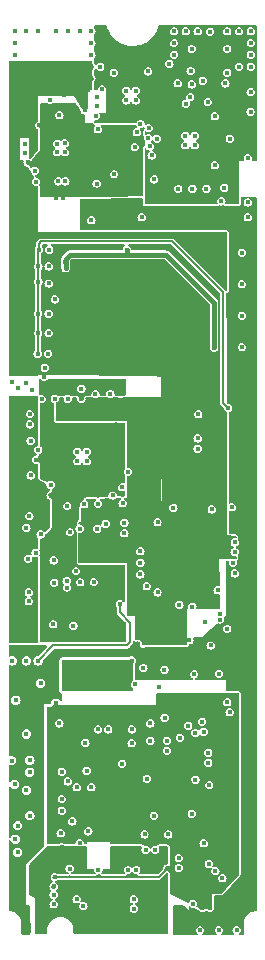
<source format=gbr>
%TF.GenerationSoftware,KiCad,Pcbnew,8.0.6*%
%TF.CreationDate,2024-11-27T00:56:58+01:00*%
%TF.ProjectId,M2SmartHome,4d32536d-6172-4744-986f-6d652e6b6963,rev?*%
%TF.SameCoordinates,Original*%
%TF.FileFunction,Copper,L3,Inr*%
%TF.FilePolarity,Positive*%
%FSLAX46Y46*%
G04 Gerber Fmt 4.6, Leading zero omitted, Abs format (unit mm)*
G04 Created by KiCad (PCBNEW 8.0.6) date 2024-11-27 00:56:58*
%MOMM*%
%LPD*%
G01*
G04 APERTURE LIST*
%TA.AperFunction,ViaPad*%
%ADD10C,0.400000*%
%TD*%
%TA.AperFunction,Conductor*%
%ADD11C,0.400000*%
%TD*%
%TA.AperFunction,Conductor*%
%ADD12C,0.200000*%
%TD*%
%TA.AperFunction,Conductor*%
%ADD13C,0.150000*%
%TD*%
G04 APERTURE END LIST*
D10*
%TO.N,GND*%
X87750000Y-115550000D03*
%TO.N,+3V3_eMMC*%
X87550000Y-135100000D03*
%TO.N,GND*%
X101000000Y-90000000D03*
X97000000Y-88500000D03*
X100000000Y-88500000D03*
X97000000Y-91500000D03*
X100000000Y-90500000D03*
X100000000Y-87000000D03*
X101000000Y-87000000D03*
X95500000Y-88000000D03*
X102000000Y-90000000D03*
X96500000Y-87000000D03*
X98550000Y-87025000D03*
X102000000Y-87000000D03*
X95500000Y-89000000D03*
X102000000Y-89000000D03*
X97500000Y-87000000D03*
X102000000Y-88000000D03*
X95500000Y-87000000D03*
X88175000Y-92000000D03*
X88500000Y-91000000D03*
X88500000Y-90000000D03*
X88500000Y-89000000D03*
X88500000Y-88000000D03*
X83500000Y-91500000D03*
X84500000Y-91500000D03*
X82000000Y-90000000D03*
X82000000Y-89000000D03*
X87500000Y-87000000D03*
X86500000Y-87000000D03*
X84000000Y-87000000D03*
X83000000Y-87000000D03*
X85500000Y-87000000D03*
X82000000Y-87000000D03*
X82000000Y-88000000D03*
X88500000Y-87000000D03*
%TO.N,+3V3_Bridge*%
X98510000Y-150040000D03*
%TO.N,GND*%
X82065000Y-155407500D03*
%TO.N,/pcie-usb-bridge/USB_4_DP*%
X82850000Y-96507500D03*
%TO.N,/pcie-usb-bridge/USB_4_DN*%
X82850000Y-97307500D03*
%TO.N,/sd-card/CRD_PWR*%
X86300000Y-106550000D03*
%TO.N,+3V3_wifi*%
X84100000Y-94952500D03*
%TO.N,GND*%
X100200000Y-144650000D03*
X97100000Y-160872501D03*
X95000000Y-155000000D03*
X85267500Y-137207500D03*
X92250000Y-92050000D03*
X89400000Y-115150000D03*
X101250000Y-108416666D03*
X89300000Y-140600000D03*
X93100000Y-162500000D03*
X97700000Y-163100000D03*
X94300000Y-123307500D03*
X98750000Y-116000000D03*
X97247500Y-96650000D03*
X93300000Y-163100000D03*
X91450000Y-92050000D03*
X88000000Y-147250000D03*
X95900000Y-131207500D03*
X82100000Y-143642499D03*
X94500000Y-120472501D03*
X98400000Y-148072501D03*
X86980000Y-137327500D03*
X96950000Y-123529100D03*
X92175000Y-96800000D03*
X101975000Y-93800000D03*
%TO.N,+3V3_Bridge*%
X85300000Y-159407500D03*
%TO.N,GND*%
X87650000Y-117265001D03*
X88865001Y-94150000D03*
X90300000Y-162700000D03*
X84000000Y-163000000D03*
X83750000Y-104000000D03*
X93000000Y-155000000D03*
X87250000Y-90500000D03*
X89150000Y-107057500D03*
X99515001Y-101400000D03*
X88720000Y-133637500D03*
X92500000Y-136100000D03*
X85000000Y-92807500D03*
X101250000Y-111083332D03*
X93200000Y-150307500D03*
X97850000Y-110350000D03*
X89050000Y-95300000D03*
X98500000Y-126017500D03*
X83800000Y-92807500D03*
X96873726Y-92573726D03*
X84200000Y-142200000D03*
X87300000Y-122607500D03*
X86440000Y-134097500D03*
X86250000Y-109707500D03*
X96700000Y-145807500D03*
X92300000Y-156300000D03*
X99760200Y-120785900D03*
X94600000Y-156300000D03*
X95796250Y-91403750D03*
X85223726Y-91826274D03*
X97000000Y-153250000D03*
X94200000Y-116107500D03*
X97930000Y-91200000D03*
X95900000Y-157000000D03*
X91450000Y-92850000D03*
X83400000Y-157800000D03*
X101250000Y-105750000D03*
X100225000Y-96100000D03*
X87200000Y-132700000D03*
X83277500Y-149730000D03*
X91100000Y-125607500D03*
X92900000Y-160907500D03*
X83750000Y-102750000D03*
X98247502Y-100334999D03*
X99250000Y-122000000D03*
X93800000Y-153407500D03*
X96300000Y-116107500D03*
X89400000Y-91900000D03*
X86000000Y-156100000D03*
X83300000Y-148707500D03*
X85600000Y-96535000D03*
X98450000Y-130017499D03*
X83700000Y-98807500D03*
X83300000Y-153407500D03*
X94800000Y-163100000D03*
X93812503Y-99550000D03*
X87500000Y-155750000D03*
X97155000Y-125897500D03*
X91100000Y-149007500D03*
X85600000Y-97250000D03*
X98315000Y-135522500D03*
X94692409Y-141042409D03*
X98600000Y-139007500D03*
X86250000Y-97250000D03*
X95400000Y-131907500D03*
X99300000Y-163100000D03*
X99307591Y-141399909D03*
X98000000Y-155750000D03*
X88100000Y-123407500D03*
X89800000Y-142607500D03*
X96100000Y-108800000D03*
X98400000Y-132007500D03*
X85300000Y-161800000D03*
X94200000Y-142507500D03*
X84000000Y-162300000D03*
X83800000Y-136607500D03*
X97265001Y-118557500D03*
X89300000Y-142000000D03*
X93600000Y-110100000D03*
X94200000Y-157300000D03*
X90425000Y-99100000D03*
X86250000Y-96500000D03*
X92250000Y-92850000D03*
X88500000Y-151000000D03*
X85300000Y-131800000D03*
X81750000Y-148750000D03*
X93300000Y-134807500D03*
X93600000Y-97515001D03*
X98480000Y-150820000D03*
X83000000Y-140300000D03*
X92900000Y-140907500D03*
X97194454Y-141431891D03*
X89065000Y-146107500D03*
X88100000Y-149607500D03*
X86025000Y-114900000D03*
X86900000Y-142600000D03*
X98350000Y-93000000D03*
X83500000Y-159600000D03*
X96900000Y-90362500D03*
X95050000Y-135722500D03*
X92750000Y-102750000D03*
X96447500Y-96650000D03*
X96500000Y-93150000D03*
X101750000Y-102750000D03*
X91400000Y-142600000D03*
X91900000Y-147272501D03*
X99850000Y-91415001D03*
X96105000Y-125147500D03*
X92400000Y-138100000D03*
X85700000Y-99707500D03*
X86400000Y-133542500D03*
X88950000Y-99892499D03*
X101982500Y-92142500D03*
X87200000Y-163100000D03*
X100000000Y-137607500D03*
X93500000Y-107100000D03*
X93200000Y-128907500D03*
X81800000Y-140300000D03*
X83200000Y-95450000D03*
X87000000Y-161300000D03*
X86700000Y-129407500D03*
X99800000Y-128507500D03*
X94000000Y-126447501D03*
X84500000Y-116250000D03*
X88100000Y-122607500D03*
X87534999Y-157900000D03*
X86500000Y-140500000D03*
X95847500Y-100350000D03*
X101750000Y-101500000D03*
X90800000Y-158007500D03*
X87550000Y-133652500D03*
X93300000Y-122507500D03*
X97047500Y-100335001D03*
X94900000Y-147907500D03*
X83000000Y-146500000D03*
X86050000Y-111757500D03*
X96805546Y-138568109D03*
X97247500Y-95850000D03*
X87920000Y-93700000D03*
X96447500Y-95850000D03*
X87300000Y-123407500D03*
X89250000Y-90000000D03*
X91900000Y-140300000D03*
X88250000Y-154750000D03*
X101250000Y-113750000D03*
X86200000Y-92407500D03*
X94700000Y-145107500D03*
X93500000Y-145607500D03*
X86300000Y-99707500D03*
X88700000Y-162700000D03*
X101750000Y-97750000D03*
X88500000Y-103000000D03*
X99750000Y-100250000D03*
X100800000Y-163100000D03*
%TO.N,+3V3_eMMC*%
X90510051Y-138217157D03*
X86762500Y-131137500D03*
X88850000Y-116865000D03*
X86400000Y-132665001D03*
X90300000Y-125507500D03*
X88300000Y-134650000D03*
X87650000Y-118134999D03*
X85400000Y-117267500D03*
X87200000Y-126907500D03*
X90984999Y-117707500D03*
X97500000Y-121472501D03*
X90881282Y-137881282D03*
X85050000Y-126285000D03*
X84400000Y-137207500D03*
X86500000Y-117272500D03*
X83300000Y-119415001D03*
X90600000Y-120307500D03*
X91217157Y-137510051D03*
X84300000Y-117267500D03*
X86100000Y-137207500D03*
X83820000Y-123267500D03*
%TO.N,Net-(U8-VDD18)*%
X84000000Y-122450000D03*
%TO.N,/emmc/~{reset}*%
X85050000Y-125400000D03*
%TO.N,Net-(U2-VDDI)*%
X83775000Y-131150000D03*
%TO.N,+3V3_uSD*%
X99400000Y-136307500D03*
X100084999Y-118907500D03*
X83950000Y-114300000D03*
X84015001Y-106907500D03*
X99375000Y-136807500D03*
X84000000Y-112557500D03*
X97050000Y-135722500D03*
X84050000Y-105500000D03*
X84015001Y-108207500D03*
X100400000Y-127307500D03*
X100500000Y-131982500D03*
X92650000Y-132982500D03*
X94100000Y-128572501D03*
X84000000Y-110907500D03*
%TO.N,/sd-card/~{reset}*%
X99185000Y-134322500D03*
%TO.N,Net-(U9-VDD18)*%
X95950000Y-135557500D03*
%TO.N,Net-(U9-VDD18PLL)*%
X95450000Y-127357500D03*
%TO.N,/sd-card/DET*%
X98100000Y-137007500D03*
%TO.N,/sd-card/CRD_PWR*%
X100650000Y-132907500D03*
X98900000Y-113307500D03*
X91500000Y-105500000D03*
X98900000Y-113807500D03*
X86315001Y-107057500D03*
X85415001Y-109707500D03*
%TO.N,+3V3_Thread*%
X94500000Y-90884999D03*
X94750000Y-99500000D03*
X97547500Y-101300000D03*
X95647500Y-101300000D03*
X89784999Y-94100000D03*
X93800000Y-94525000D03*
X96947500Y-101300000D03*
X96247500Y-101300000D03*
X102150000Y-91250000D03*
%TO.N,+3V3_wifi*%
X89050000Y-96184999D03*
X85500000Y-101107500D03*
X86100000Y-100407500D03*
X88950000Y-99022503D03*
X85500000Y-100407500D03*
X86200000Y-93342499D03*
X83100000Y-98107500D03*
X86100000Y-101107500D03*
%TO.N,+3V3_Bridge*%
X94900000Y-157900000D03*
X97900000Y-161200000D03*
X86000000Y-147750000D03*
X98610000Y-147380000D03*
X88500000Y-145007500D03*
X98500000Y-160500000D03*
X97565001Y-158000000D03*
X85400000Y-158607500D03*
X92300000Y-145107500D03*
X95300000Y-146107500D03*
X91065000Y-146107500D03*
X97900000Y-160507500D03*
X90400000Y-154807500D03*
X85500000Y-143900000D03*
X99200000Y-143807500D03*
X98550000Y-161200000D03*
X89600000Y-154807500D03*
X91200000Y-154807500D03*
%TO.N,+1V0_core*%
X97300000Y-146407500D03*
X91600000Y-158007500D03*
X86665001Y-157900000D03*
X94900000Y-147072501D03*
X95900000Y-157842499D03*
X97310000Y-150370000D03*
X89100000Y-158007500D03*
X93500000Y-147082500D03*
X92300000Y-158007500D03*
%TO.N,Net-(D2-A)*%
X84000000Y-140300000D03*
X90900000Y-135500000D03*
%TO.N,Net-(D4-A)*%
X83815001Y-99750000D03*
%TO.N,+3V3*%
X83100000Y-163200000D03*
X91712132Y-139560660D03*
X89950000Y-101400000D03*
X92083363Y-139224784D03*
X100500000Y-160407500D03*
X90550000Y-101400000D03*
X91800000Y-101400000D03*
X91200000Y-101400000D03*
X101000000Y-136107500D03*
X101025000Y-136607500D03*
X100800000Y-161600000D03*
X100400000Y-162107500D03*
X101000000Y-137107500D03*
X99700000Y-160407500D03*
X100100000Y-162700000D03*
X98500000Y-163000000D03*
X100025000Y-161007500D03*
X92419239Y-138853553D03*
X89300000Y-101400000D03*
X83100000Y-162600000D03*
X88700000Y-101400000D03*
%TO.N,/pcie-usb-bridge/PERST_L*%
X96000000Y-146807500D03*
%TO.N,Net-(U8-SD_WP)*%
X91600000Y-124307500D03*
%TO.N,/emmc/SCK*%
X97550000Y-119422501D03*
%TO.N,/emmc/SDA*%
X90300000Y-126307500D03*
X97500000Y-122342499D03*
X91150000Y-126957500D03*
%TO.N,/emmc/eMMC.DAT1*%
X91300000Y-129507500D03*
X90115001Y-117707500D03*
%TO.N,/emmc/eMMC.DAT0*%
X88850000Y-117735000D03*
X91300000Y-128607500D03*
%TO.N,/emmc/eMMC.DAT2*%
X89065001Y-127007500D03*
X87500000Y-129107500D03*
%TO.N,/emmc/eMMC.DAT3*%
X83150000Y-131650000D03*
X87900000Y-127042499D03*
X83250000Y-128050000D03*
%TO.N,/emmc/eMMC.DAT4*%
X83350000Y-124600000D03*
X84200000Y-129600000D03*
%TO.N,/emmc/eMMC.DAT5*%
X83300000Y-120284999D03*
X83200000Y-134500000D03*
%TO.N,/emmc/eMMC.DAT6*%
X85400000Y-118107500D03*
X89700000Y-128707500D03*
%TO.N,/emmc/eMMC.DAT7*%
X86500000Y-118107500D03*
X89000000Y-129107500D03*
%TO.N,/emmc/eMMC.CLK*%
X84300000Y-118137500D03*
X83200000Y-135250000D03*
%TO.N,/emmc/eMMC.CMD*%
X83350000Y-121665001D03*
X83000000Y-129050000D03*
%TO.N,/sd-card/uSD.D1*%
X84834999Y-114307500D03*
X92650000Y-131032500D03*
%TO.N,/sd-card/uSD.CLK*%
X93200000Y-133982500D03*
X84884999Y-110907500D03*
%TO.N,/sd-card/uSD.CMD*%
X94100000Y-134507500D03*
X84884999Y-108357500D03*
%TO.N,/sd-card/uSD.D0*%
X84884999Y-112557500D03*
X92650000Y-131982500D03*
%TO.N,Net-(U5-RSTB)*%
X92650000Y-94850000D03*
%TO.N,Net-(U5-VBUS)*%
X92350000Y-95550000D03*
X95100000Y-89765001D03*
%TO.N,/sd-card/uSD.D3*%
X100625000Y-131082500D03*
X84884999Y-106907500D03*
%TO.N,/sd-card/uSD.D2*%
X100650000Y-130282500D03*
X84934999Y-105507500D03*
%TO.N,Net-(U9-SD_WP)*%
X98700000Y-127482500D03*
%TO.N,/thread-or-zigbee/RESET*%
X98947500Y-94200000D03*
X98947500Y-98350000D03*
%TO.N,Net-(U1-CHIP_EN)*%
X85800000Y-94107500D03*
%TO.N,Net-(U3-RREF[4])*%
X98400000Y-148942499D03*
%TO.N,Net-(U3-RREF[3])*%
X98000000Y-146310000D03*
%TO.N,Net-(U3-RREF[2])*%
X89935000Y-146107500D03*
%TO.N,Net-(U3-TEST5)*%
X91935000Y-146107500D03*
%TO.N,Net-(U3-TEST3)*%
X99000000Y-158100000D03*
%TO.N,Net-(U3-TEST6)*%
X98434999Y-157500000D03*
%TO.N,/pcie-usb-bridge/EEPD*%
X100000000Y-143807500D03*
%TO.N,/pcie-usb-bridge/EECLK*%
X97875000Y-145457500D03*
%TO.N,Net-(U2-RST_N)*%
X85350000Y-133700000D03*
X86450000Y-127200000D03*
%TO.N,Net-(U3-IO_HIT_I)*%
X85800000Y-145600000D03*
%TO.N,Net-(U3-LEG_EMU_EN)*%
X86000000Y-153007500D03*
%TO.N,Net-(U3-PME_L)*%
X92200000Y-142307500D03*
%TO.N,Net-(U3-IRQ12_O)*%
X82000000Y-150757500D03*
%TO.N,Net-(U3-IRQ12_I)*%
X86000000Y-152007500D03*
%TO.N,Net-(U3-SMBDATA)*%
X99600000Y-158707500D03*
%TO.N,Net-(U3-SCAN_EN)*%
X86500000Y-150507500D03*
%TO.N,Net-(U3-SMBCLK)*%
X86900000Y-153907500D03*
%TO.N,Net-(U3-IRQ1_I)*%
X87250000Y-151007500D03*
%TO.N,Net-(U3-TDI)*%
X82250000Y-156507500D03*
%TO.N,Net-(U3-SMI_O)*%
X86000000Y-149707500D03*
%TO.N,Net-(U3-TDO)*%
X82250000Y-154257500D03*
%TO.N,Net-(U3-IRQ1_O)*%
X83000000Y-151257500D03*
%TO.N,Net-(U3-TCK)*%
X85900000Y-154907500D03*
%TO.N,/thread-or-zigbee/UART_TX*%
X93450000Y-96750000D03*
X93300000Y-90400000D03*
%TO.N,/thread-or-zigbee/UART_RX*%
X90400000Y-90500000D03*
X94050000Y-96100000D03*
%TO.N,/thread-or-zigbee/SWDIO*%
X93300000Y-96050000D03*
%TO.N,/thread-or-zigbee/SWCLK*%
X93350000Y-95192500D03*
%TO.N,Net-(J5-B)*%
X84550000Y-115500000D03*
%TO.N,/pcie-usb-bridge/USB_3_DP*%
X81750000Y-116667157D03*
X88950000Y-92550000D03*
%TO.N,/pcie-usb-bridge/USB_4_DP*%
X82950000Y-116784314D03*
%TO.N,/pcie-usb-bridge/USB_3_DN*%
X88950000Y-93350000D03*
X82300000Y-117232843D03*
%TO.N,/pcie-usb-bridge/USB_4_DN*%
X83515686Y-117350000D03*
%TO.N,/PCIE.REFCLKN*%
X85300000Y-160107501D03*
%TO.N,/PCIE.REFCLKP*%
X85300000Y-160907500D03*
%TO.N,/PCIE.PERP*%
X87257157Y-160494657D03*
X92100000Y-160507499D03*
%TO.N,/PCIE.PERN*%
X92100000Y-161307500D03*
X87822843Y-161060343D03*
%TO.N,/pcie-usb-bridge/PCIE.REFCLK2N*%
X93900000Y-156300000D03*
%TO.N,/pcie-usb-bridge/PCIE.REFCLK2P*%
X93100000Y-156300000D03*
%TD*%
D11*
%TO.N,/sd-card/CRD_PWR*%
X91500000Y-105907500D02*
X94807500Y-105907500D01*
X94807500Y-105907500D02*
X98900000Y-110000000D01*
X98900000Y-110000000D02*
X98900000Y-113307500D01*
X91500000Y-105500000D02*
X91500000Y-105907500D01*
X86650000Y-105907500D02*
X86315001Y-106242499D01*
X91500000Y-105907500D02*
X86650000Y-105907500D01*
X86315001Y-106242499D02*
X86315001Y-107057500D01*
D12*
%TO.N,+3V3_uSD*%
X83950000Y-112607500D02*
X84000000Y-112557500D01*
X84050000Y-105500000D02*
X84050000Y-105000000D01*
X84050000Y-105000000D02*
X84250000Y-104800000D01*
X84000000Y-112557500D02*
X84000000Y-110907500D01*
X95350000Y-104800000D02*
X99650000Y-109100000D01*
X83950000Y-114300000D02*
X83950000Y-112607500D01*
X84250000Y-104800000D02*
X95350000Y-104800000D01*
X99650000Y-109100000D02*
X99650000Y-118472501D01*
X84015001Y-108207500D02*
X84015001Y-106907500D01*
X84000000Y-108222501D02*
X84015001Y-108207500D01*
X99650000Y-118472501D02*
X100084999Y-118907500D01*
X84000000Y-110907500D02*
X84000000Y-108222501D01*
X84015001Y-106907500D02*
X84015001Y-105534999D01*
X84015001Y-105534999D02*
X84050000Y-105500000D01*
D11*
%TO.N,/sd-card/CRD_PWR*%
X98900000Y-113307500D02*
X98900000Y-113707500D01*
D12*
%TO.N,+3V3_Bridge*%
X94192500Y-158607500D02*
X94900000Y-157900000D01*
X85400000Y-158607500D02*
X94192500Y-158607500D01*
D13*
%TO.N,Net-(D2-A)*%
X91500000Y-139007500D02*
X91800000Y-138707500D01*
X90900000Y-136200000D02*
X90900000Y-135500000D01*
X85292500Y-139007500D02*
X91500000Y-139007500D01*
X91800000Y-137100000D02*
X90900000Y-136200000D01*
X91800000Y-138707500D02*
X91800000Y-137100000D01*
X84000000Y-140300000D02*
X85292500Y-139007500D01*
D11*
%TO.N,+3V3*%
X83100000Y-163200000D02*
X83100000Y-162600000D01*
%TD*%
%TA.AperFunction,Conductor*%
%TO.N,GND*%
G36*
X83959206Y-117921674D02*
G01*
X83980880Y-117974000D01*
X83972814Y-118007596D01*
X83962500Y-118027837D01*
X83962500Y-118027838D01*
X83945131Y-118137500D01*
X83962499Y-118247157D01*
X83962499Y-118247158D01*
X83962499Y-118247159D01*
X83962500Y-118247161D01*
X83991935Y-118304930D01*
X84000000Y-118338525D01*
X84000000Y-122031929D01*
X83978326Y-122084255D01*
X83937576Y-122105018D01*
X83890339Y-122112499D01*
X83791412Y-122162905D01*
X83712905Y-122241412D01*
X83662499Y-122340339D01*
X83645131Y-122450000D01*
X83662499Y-122559660D01*
X83662500Y-122559661D01*
X83712905Y-122658587D01*
X83791413Y-122737095D01*
X83862125Y-122773124D01*
X83898908Y-122816191D01*
X83894465Y-122872654D01*
X83851398Y-122909437D01*
X83825824Y-122911452D01*
X83825824Y-122912631D01*
X83820000Y-122912631D01*
X83710339Y-122929999D01*
X83611412Y-122980405D01*
X83532905Y-123058912D01*
X83482499Y-123157839D01*
X83465131Y-123267500D01*
X83482499Y-123377160D01*
X83482500Y-123377161D01*
X83532905Y-123476087D01*
X83611413Y-123554595D01*
X83710339Y-123605000D01*
X83820000Y-123622369D01*
X83914424Y-123607413D01*
X83969496Y-123620634D01*
X83999089Y-123668925D01*
X84000000Y-123680502D01*
X84000000Y-124950000D01*
X84659429Y-125312686D01*
X84694833Y-125356894D01*
X84696857Y-125389097D01*
X84695131Y-125399999D01*
X84712499Y-125509660D01*
X84712500Y-125509661D01*
X84762905Y-125608587D01*
X84841413Y-125687095D01*
X84940339Y-125737500D01*
X84945876Y-125739299D01*
X84945103Y-125741678D01*
X84985861Y-125766647D01*
X85000000Y-125810151D01*
X85000000Y-125874848D01*
X84978326Y-125927174D01*
X84945326Y-125943990D01*
X84945882Y-125945699D01*
X84940341Y-125947499D01*
X84841412Y-125997905D01*
X84762905Y-126076412D01*
X84712499Y-126175339D01*
X84695131Y-126285000D01*
X84712499Y-126394660D01*
X84712500Y-126394661D01*
X84762905Y-126493587D01*
X84841413Y-126572095D01*
X84936227Y-126620405D01*
X84940339Y-126622500D01*
X84945876Y-126624299D01*
X84945103Y-126626678D01*
X84985861Y-126651647D01*
X85000000Y-126695151D01*
X85000000Y-128969347D01*
X84978326Y-129021673D01*
X84599485Y-129400513D01*
X84547159Y-129422187D01*
X84494833Y-129400513D01*
X84487294Y-129391686D01*
X84487097Y-129391415D01*
X84408587Y-129312905D01*
X84309660Y-129262499D01*
X84200000Y-129245131D01*
X84090339Y-129262499D01*
X83991412Y-129312905D01*
X83912905Y-129391412D01*
X83862499Y-129490339D01*
X83845131Y-129600000D01*
X83862499Y-129709660D01*
X83912905Y-129808587D01*
X83991414Y-129887096D01*
X83991681Y-129887290D01*
X83991796Y-129887478D01*
X83995531Y-129891213D01*
X83994634Y-129892109D01*
X84021276Y-129935579D01*
X84008057Y-129990652D01*
X84000519Y-129999480D01*
X84000001Y-129999997D01*
X84000000Y-130000001D01*
X84000000Y-130750510D01*
X83978326Y-130802836D01*
X83926000Y-130824510D01*
X83892408Y-130816446D01*
X83884662Y-130812500D01*
X83775000Y-130795131D01*
X83665339Y-130812499D01*
X83566412Y-130862905D01*
X83487905Y-130941412D01*
X83437499Y-131040339D01*
X83420131Y-131150000D01*
X83437499Y-131259661D01*
X83438152Y-131261669D01*
X83438041Y-131263077D01*
X83438411Y-131265414D01*
X83437849Y-131265502D01*
X83433704Y-131318132D01*
X83390635Y-131354912D01*
X83334177Y-131350467D01*
X83259660Y-131312499D01*
X83150000Y-131295131D01*
X83040339Y-131312499D01*
X82941412Y-131362905D01*
X82862905Y-131441412D01*
X82812499Y-131540339D01*
X82795131Y-131650000D01*
X82812499Y-131759660D01*
X82812500Y-131759661D01*
X82862905Y-131858587D01*
X82941413Y-131937095D01*
X83040339Y-131987500D01*
X83150000Y-132004869D01*
X83259661Y-131987500D01*
X83358587Y-131937095D01*
X83437095Y-131858587D01*
X83487500Y-131759661D01*
X83504869Y-131650000D01*
X83487500Y-131540339D01*
X83486849Y-131538335D01*
X83486959Y-131536927D01*
X83486589Y-131534586D01*
X83487151Y-131534496D01*
X83491292Y-131481873D01*
X83534359Y-131445089D01*
X83590821Y-131449532D01*
X83590822Y-131449532D01*
X83665339Y-131487500D01*
X83775000Y-131504869D01*
X83884661Y-131487500D01*
X83892403Y-131483554D01*
X83948866Y-131479110D01*
X83991934Y-131515892D01*
X84000000Y-131549489D01*
X84000000Y-138720500D01*
X83978326Y-138772826D01*
X83926000Y-138794500D01*
X81599497Y-138794500D01*
X81580304Y-138796010D01*
X81526439Y-138778507D01*
X81500728Y-138728042D01*
X81500500Y-138722238D01*
X81500500Y-134500000D01*
X82845131Y-134500000D01*
X82862499Y-134609660D01*
X82912905Y-134708587D01*
X82991413Y-134787095D01*
X83034532Y-134809066D01*
X83071314Y-134852133D01*
X83066870Y-134908596D01*
X83034532Y-134940934D01*
X82991413Y-134962904D01*
X82912905Y-135041412D01*
X82862499Y-135140339D01*
X82845131Y-135250000D01*
X82862499Y-135359660D01*
X82862500Y-135359661D01*
X82912905Y-135458587D01*
X82991413Y-135537095D01*
X83090339Y-135587500D01*
X83200000Y-135604869D01*
X83309661Y-135587500D01*
X83408587Y-135537095D01*
X83487095Y-135458587D01*
X83537500Y-135359661D01*
X83554869Y-135250000D01*
X83537500Y-135140339D01*
X83487095Y-135041413D01*
X83408587Y-134962905D01*
X83365467Y-134940934D01*
X83328685Y-134897867D01*
X83333128Y-134841405D01*
X83365468Y-134809065D01*
X83408587Y-134787095D01*
X83487095Y-134708587D01*
X83537500Y-134609661D01*
X83554869Y-134500000D01*
X83537500Y-134390339D01*
X83487095Y-134291413D01*
X83408587Y-134212905D01*
X83309660Y-134162499D01*
X83200000Y-134145131D01*
X83090339Y-134162499D01*
X82991412Y-134212905D01*
X82912905Y-134291412D01*
X82862499Y-134390339D01*
X82845131Y-134500000D01*
X81500500Y-134500000D01*
X81500500Y-129050000D01*
X82645131Y-129050000D01*
X82662499Y-129159660D01*
X82706049Y-129245131D01*
X82712905Y-129258587D01*
X82791413Y-129337095D01*
X82890339Y-129387500D01*
X83000000Y-129404869D01*
X83109661Y-129387500D01*
X83208587Y-129337095D01*
X83287095Y-129258587D01*
X83337500Y-129159661D01*
X83354869Y-129050000D01*
X83337500Y-128940339D01*
X83287095Y-128841413D01*
X83208587Y-128762905D01*
X83188423Y-128752631D01*
X83109660Y-128712499D01*
X83000000Y-128695131D01*
X82890339Y-128712499D01*
X82791412Y-128762905D01*
X82712905Y-128841412D01*
X82662499Y-128940339D01*
X82645131Y-129050000D01*
X81500500Y-129050000D01*
X81500500Y-128050000D01*
X82895131Y-128050000D01*
X82912499Y-128159660D01*
X82912500Y-128159661D01*
X82962905Y-128258587D01*
X83041413Y-128337095D01*
X83140339Y-128387500D01*
X83250000Y-128404869D01*
X83359661Y-128387500D01*
X83458587Y-128337095D01*
X83537095Y-128258587D01*
X83587500Y-128159661D01*
X83604869Y-128050000D01*
X83587500Y-127940339D01*
X83537095Y-127841413D01*
X83458587Y-127762905D01*
X83359660Y-127712499D01*
X83250000Y-127695131D01*
X83140339Y-127712499D01*
X83041412Y-127762905D01*
X82962905Y-127841412D01*
X82912499Y-127940339D01*
X82895131Y-128050000D01*
X81500500Y-128050000D01*
X81500500Y-124600000D01*
X82995131Y-124600000D01*
X83012499Y-124709660D01*
X83012500Y-124709661D01*
X83062905Y-124808587D01*
X83141413Y-124887095D01*
X83240339Y-124937500D01*
X83350000Y-124954869D01*
X83459661Y-124937500D01*
X83558587Y-124887095D01*
X83637095Y-124808587D01*
X83687500Y-124709661D01*
X83704869Y-124600000D01*
X83687500Y-124490339D01*
X83637095Y-124391413D01*
X83558587Y-124312905D01*
X83459660Y-124262499D01*
X83350000Y-124245131D01*
X83240339Y-124262499D01*
X83141412Y-124312905D01*
X83062905Y-124391412D01*
X83012499Y-124490339D01*
X82995131Y-124600000D01*
X81500500Y-124600000D01*
X81500500Y-121665001D01*
X82995131Y-121665001D01*
X83012499Y-121774661D01*
X83012500Y-121774662D01*
X83062905Y-121873588D01*
X83141413Y-121952096D01*
X83240339Y-122002501D01*
X83350000Y-122019870D01*
X83459661Y-122002501D01*
X83558587Y-121952096D01*
X83637095Y-121873588D01*
X83687500Y-121774662D01*
X83704869Y-121665001D01*
X83687500Y-121555340D01*
X83637095Y-121456414D01*
X83558587Y-121377906D01*
X83459660Y-121327500D01*
X83350000Y-121310132D01*
X83240339Y-121327500D01*
X83141412Y-121377906D01*
X83062905Y-121456413D01*
X83012499Y-121555340D01*
X82995131Y-121665001D01*
X81500500Y-121665001D01*
X81500500Y-120284999D01*
X82945131Y-120284999D01*
X82962499Y-120394659D01*
X82962500Y-120394660D01*
X83012905Y-120493586D01*
X83091413Y-120572094D01*
X83190339Y-120622499D01*
X83300000Y-120639868D01*
X83409661Y-120622499D01*
X83508587Y-120572094D01*
X83587095Y-120493586D01*
X83637500Y-120394660D01*
X83654869Y-120284999D01*
X83637500Y-120175338D01*
X83587095Y-120076412D01*
X83508587Y-119997904D01*
X83409660Y-119947498D01*
X83300000Y-119930130D01*
X83190339Y-119947498D01*
X83091412Y-119997904D01*
X83012905Y-120076411D01*
X82962499Y-120175338D01*
X82945131Y-120284999D01*
X81500500Y-120284999D01*
X81500500Y-119415001D01*
X82945131Y-119415001D01*
X82962499Y-119524661D01*
X82962500Y-119524662D01*
X83012905Y-119623588D01*
X83091413Y-119702096D01*
X83190339Y-119752501D01*
X83300000Y-119769870D01*
X83409661Y-119752501D01*
X83508587Y-119702096D01*
X83587095Y-119623588D01*
X83637500Y-119524662D01*
X83654869Y-119415001D01*
X83637500Y-119305340D01*
X83587095Y-119206414D01*
X83508587Y-119127906D01*
X83409660Y-119077500D01*
X83300000Y-119060132D01*
X83190339Y-119077500D01*
X83091412Y-119127906D01*
X83012905Y-119206413D01*
X82962499Y-119305340D01*
X82945131Y-119415001D01*
X81500500Y-119415001D01*
X81500500Y-117974000D01*
X81522174Y-117921674D01*
X81574500Y-117900000D01*
X83906880Y-117900000D01*
X83959206Y-117921674D01*
G37*
%TD.AperFunction*%
%TA.AperFunction,Conductor*%
G36*
X88545864Y-89529174D02*
G01*
X88567536Y-89581114D01*
X88568148Y-89698508D01*
X88568148Y-89698512D01*
X88568149Y-89698513D01*
X88580137Y-89757575D01*
X88580137Y-89757577D01*
X88582125Y-89762341D01*
X88583235Y-89765000D01*
X88601812Y-89809519D01*
X88635364Y-89859592D01*
X88635371Y-89859599D01*
X88651437Y-89875666D01*
X88665042Y-89894391D01*
X88670512Y-89905125D01*
X88670512Y-89905126D01*
X88699111Y-89944487D01*
X88702913Y-89948289D01*
X88724587Y-90000615D01*
X88708702Y-90046426D01*
X88670515Y-90094868D01*
X88670514Y-90094870D01*
X88665044Y-90105605D01*
X88651439Y-90124330D01*
X88638227Y-90137542D01*
X88604209Y-90188743D01*
X88604207Y-90188746D01*
X88582810Y-90241175D01*
X88582809Y-90241180D01*
X88571284Y-90300739D01*
X88572323Y-90499998D01*
X88572323Y-90500014D01*
X88572327Y-90500800D01*
X88573384Y-90703743D01*
X88573385Y-90703753D01*
X88585372Y-90762811D01*
X88585374Y-90762817D01*
X88598135Y-90793399D01*
X88607046Y-90814753D01*
X88640599Y-90864827D01*
X88651438Y-90875666D01*
X88665044Y-90894394D01*
X88682446Y-90928548D01*
X88689601Y-90950566D01*
X88695597Y-90988423D01*
X88695597Y-91011576D01*
X88689601Y-91049431D01*
X88682446Y-91071450D01*
X88665043Y-91105605D01*
X88651437Y-91124332D01*
X88643414Y-91132355D01*
X88643408Y-91132362D01*
X88609392Y-91183559D01*
X88602682Y-91199997D01*
X88602683Y-91199998D01*
X88587991Y-91235996D01*
X88587991Y-91235997D01*
X88576465Y-91295559D01*
X88576800Y-91359723D01*
X88577030Y-91403749D01*
X88577034Y-91404560D01*
X88578530Y-91691654D01*
X88579615Y-91900000D01*
X88579749Y-91925614D01*
X88558348Y-91978053D01*
X88506136Y-91999999D01*
X88505750Y-92000000D01*
X88175000Y-92000000D01*
X88175000Y-93526000D01*
X88153326Y-93578326D01*
X88101000Y-93600000D01*
X87740472Y-93600000D01*
X87688146Y-93578326D01*
X87678165Y-93565922D01*
X87000000Y-92507500D01*
X84000000Y-92507500D01*
X84000000Y-94564730D01*
X83978326Y-94617056D01*
X83959595Y-94630665D01*
X83891412Y-94665405D01*
X83812905Y-94743912D01*
X83762499Y-94842839D01*
X83745131Y-94952500D01*
X83762499Y-95062160D01*
X83772796Y-95082368D01*
X83812905Y-95161087D01*
X83891413Y-95239595D01*
X83959595Y-95274335D01*
X83996378Y-95317402D01*
X84000000Y-95340270D01*
X84000000Y-96974041D01*
X83983784Y-97020269D01*
X83371175Y-97786028D01*
X83321563Y-97813347D01*
X83279797Y-97805735D01*
X83240406Y-97785665D01*
X83203622Y-97742598D01*
X83200000Y-97719730D01*
X83200000Y-97344065D01*
X83200911Y-97332489D01*
X83201754Y-97327164D01*
X83204869Y-97307500D01*
X83200911Y-97282510D01*
X83200000Y-97270934D01*
X83200000Y-96544065D01*
X83200911Y-96532489D01*
X83203358Y-96517037D01*
X83204869Y-96507500D01*
X83200911Y-96482510D01*
X83200000Y-96470934D01*
X83200000Y-96000000D01*
X82475000Y-96000000D01*
X82475000Y-97900000D01*
X82692437Y-97900000D01*
X82744763Y-97921674D01*
X82766437Y-97974000D01*
X82762817Y-97996862D01*
X82762500Y-97997837D01*
X82745131Y-98107500D01*
X82762499Y-98217160D01*
X82771055Y-98233952D01*
X82812905Y-98316087D01*
X82891413Y-98394595D01*
X82990339Y-98445000D01*
X83088416Y-98460534D01*
X83136707Y-98490127D01*
X83141090Y-98496909D01*
X83635026Y-99361297D01*
X83642169Y-99417482D01*
X83610404Y-99458497D01*
X83611122Y-99459485D01*
X83607733Y-99461946D01*
X83607490Y-99462261D01*
X83606751Y-99462660D01*
X83606413Y-99462905D01*
X83527906Y-99541412D01*
X83477500Y-99640339D01*
X83460132Y-99750000D01*
X83477500Y-99859660D01*
X83477501Y-99859661D01*
X83527906Y-99958587D01*
X83606414Y-100037095D01*
X83705340Y-100087500D01*
X83815001Y-100104869D01*
X83914424Y-100089121D01*
X83969496Y-100102342D01*
X83999089Y-100150633D01*
X84000000Y-100162210D01*
X84000000Y-104695738D01*
X83897695Y-104798043D01*
X83837637Y-104858101D01*
X83837634Y-104858105D01*
X83799500Y-104950170D01*
X83799500Y-105224166D01*
X83777826Y-105276492D01*
X83762905Y-105291412D01*
X83712499Y-105390339D01*
X83695131Y-105500000D01*
X83712500Y-105609663D01*
X83756435Y-105695890D01*
X83764501Y-105729485D01*
X83764501Y-106631666D01*
X83742827Y-106683992D01*
X83727906Y-106698912D01*
X83677500Y-106797839D01*
X83660132Y-106907500D01*
X83677500Y-107017160D01*
X83727906Y-107116087D01*
X83742827Y-107131008D01*
X83764501Y-107183334D01*
X83764501Y-107931666D01*
X83742827Y-107983992D01*
X83727906Y-107998912D01*
X83677500Y-108097839D01*
X83660132Y-108207500D01*
X83677500Y-108317160D01*
X83727907Y-108416089D01*
X83731329Y-108420799D01*
X83730162Y-108421646D01*
X83749500Y-108468333D01*
X83749500Y-110631666D01*
X83727826Y-110683992D01*
X83712905Y-110698912D01*
X83662499Y-110797839D01*
X83645131Y-110907500D01*
X83662499Y-111017160D01*
X83712905Y-111116087D01*
X83727826Y-111131008D01*
X83749500Y-111183334D01*
X83749500Y-112281666D01*
X83727826Y-112333992D01*
X83712905Y-112348912D01*
X83662499Y-112447839D01*
X83645131Y-112557500D01*
X83662500Y-112667163D01*
X83691434Y-112723949D01*
X83699500Y-112757544D01*
X83699500Y-114024166D01*
X83677826Y-114076492D01*
X83662905Y-114091412D01*
X83612499Y-114190339D01*
X83595131Y-114300000D01*
X83612499Y-114409660D01*
X83612500Y-114409661D01*
X83662905Y-114508587D01*
X83741413Y-114587095D01*
X83840339Y-114637500D01*
X83950000Y-114654869D01*
X84000000Y-114646949D01*
X84000000Y-116107500D01*
X84000000Y-116126000D01*
X83978326Y-116178326D01*
X83926000Y-116200000D01*
X81574500Y-116200000D01*
X81522174Y-116178326D01*
X81500500Y-116126000D01*
X81500500Y-89581500D01*
X81522174Y-89529174D01*
X81574500Y-89507500D01*
X88493538Y-89507500D01*
X88545864Y-89529174D01*
G37*
%TD.AperFunction*%
%TA.AperFunction,Conductor*%
G36*
X89269497Y-89821425D02*
G01*
X89299089Y-89869717D01*
X89300000Y-89881292D01*
X89300000Y-90118707D01*
X89278326Y-90171033D01*
X89226000Y-90192707D01*
X89214423Y-90191796D01*
X89200565Y-90189601D01*
X89178548Y-90182446D01*
X89144392Y-90165043D01*
X89125665Y-90151437D01*
X89098561Y-90124333D01*
X89084952Y-90105601D01*
X89079484Y-90094869D01*
X89050887Y-90055510D01*
X89047084Y-90051707D01*
X89025410Y-89999381D01*
X89041297Y-89953567D01*
X89041917Y-89952779D01*
X89041922Y-89952776D01*
X89079486Y-89905127D01*
X89084952Y-89894398D01*
X89098559Y-89875666D01*
X89125666Y-89848559D01*
X89144393Y-89834954D01*
X89178546Y-89817552D01*
X89200562Y-89810398D01*
X89214425Y-89808203D01*
X89269497Y-89821425D01*
G37*
%TD.AperFunction*%
%TD*%
%TA.AperFunction,Conductor*%
%TO.N,GND*%
G36*
X91978326Y-140221674D02*
G01*
X92000000Y-140274000D01*
X92000000Y-141981166D01*
X91978326Y-142033492D01*
X91912905Y-142098912D01*
X91862499Y-142197839D01*
X91845131Y-142307500D01*
X91862499Y-142417160D01*
X91862500Y-142417161D01*
X91912905Y-142516087D01*
X91978326Y-142581508D01*
X92000000Y-142633832D01*
X92000000Y-142826000D01*
X91978326Y-142878326D01*
X91926000Y-142900000D01*
X86074000Y-142900000D01*
X86021674Y-142878326D01*
X86000000Y-142826000D01*
X86000000Y-140274000D01*
X86021674Y-140221674D01*
X86074000Y-140200000D01*
X91926000Y-140200000D01*
X91978326Y-140221674D01*
G37*
%TD.AperFunction*%
%TD*%
%TA.AperFunction,Conductor*%
%TO.N,+3V3*%
G36*
X84729568Y-139018907D02*
G01*
X84765532Y-139068407D01*
X84765532Y-139129593D01*
X84741380Y-139169004D01*
X84041607Y-139868775D01*
X83987091Y-139896552D01*
X83899348Y-139910449D01*
X83874696Y-139914354D01*
X83874695Y-139914354D01*
X83874692Y-139914355D01*
X83761659Y-139971949D01*
X83671949Y-140061659D01*
X83614355Y-140174692D01*
X83614354Y-140174696D01*
X83597781Y-140279334D01*
X83589581Y-140295427D01*
X83597781Y-140320665D01*
X83614354Y-140425303D01*
X83614355Y-140425307D01*
X83653437Y-140502008D01*
X83671950Y-140538342D01*
X83761658Y-140628050D01*
X83874696Y-140685646D01*
X84000000Y-140705492D01*
X84125304Y-140685646D01*
X84238342Y-140628050D01*
X84328050Y-140538342D01*
X84385646Y-140425304D01*
X84403448Y-140312904D01*
X84431224Y-140258390D01*
X84431225Y-140258389D01*
X85377620Y-139311996D01*
X85432136Y-139284219D01*
X85447623Y-139283000D01*
X91554799Y-139283000D01*
X91554800Y-139283000D01*
X91656058Y-139241057D01*
X91733557Y-139163558D01*
X91733556Y-139163558D01*
X91897115Y-139000000D01*
X92572909Y-139000000D01*
X92573697Y-139004637D01*
X92573699Y-139004641D01*
X92595373Y-139056967D01*
X92632001Y-139115261D01*
X92706589Y-139168183D01*
X92758915Y-139189857D01*
X92837556Y-139205500D01*
X92837557Y-139205500D01*
X93000000Y-139205500D01*
X93000000Y-140000000D01*
X92166392Y-140000000D01*
X92138342Y-139971950D01*
X92055554Y-139929767D01*
X92025307Y-139914355D01*
X92025304Y-139914354D01*
X91900000Y-139894508D01*
X91774696Y-139914354D01*
X91774692Y-139914355D01*
X91661658Y-139971949D01*
X91656643Y-139975594D01*
X91598454Y-139994500D01*
X86073999Y-139994500D01*
X85995357Y-140010143D01*
X85943035Y-140031815D01*
X85884739Y-140068444D01*
X85831816Y-140143033D01*
X85810143Y-140195360D01*
X85794500Y-140273999D01*
X85794500Y-142826000D01*
X85810143Y-142904642D01*
X85831815Y-142956964D01*
X85831817Y-142956967D01*
X85868445Y-143015261D01*
X85943033Y-143068183D01*
X85943034Y-143068183D01*
X85943035Y-143068184D01*
X85947901Y-143070874D01*
X85946659Y-143073119D01*
X85985382Y-143106154D01*
X86000000Y-143157929D01*
X86000000Y-143594601D01*
X85981093Y-143652792D01*
X85931593Y-143688756D01*
X85870407Y-143688756D01*
X85830996Y-143664605D01*
X85828051Y-143661660D01*
X85828050Y-143661658D01*
X85738342Y-143571950D01*
X85734406Y-143569944D01*
X85625307Y-143514355D01*
X85625304Y-143514354D01*
X85500000Y-143494508D01*
X85374696Y-143514354D01*
X85374692Y-143514355D01*
X85261659Y-143571949D01*
X85171949Y-143661659D01*
X85114355Y-143774692D01*
X85114354Y-143774696D01*
X85094508Y-143899999D01*
X85094508Y-143901000D01*
X85094198Y-143901951D01*
X85093289Y-143907696D01*
X85092379Y-143907551D01*
X85075601Y-143959191D01*
X85026101Y-143995155D01*
X84995508Y-144000000D01*
X84500000Y-144000000D01*
X84500000Y-144000001D01*
X84500000Y-155958992D01*
X84481093Y-156017183D01*
X84471004Y-156028996D01*
X83000000Y-157500000D01*
X83000000Y-157757533D01*
X82998781Y-157773020D01*
X82994508Y-157799999D01*
X82998781Y-157826977D01*
X83000000Y-157842465D01*
X83000000Y-161000000D01*
X81500500Y-161000000D01*
X81500500Y-156507499D01*
X81844508Y-156507499D01*
X81844508Y-156507500D01*
X81864354Y-156632803D01*
X81864355Y-156632807D01*
X81919944Y-156741906D01*
X81921950Y-156745842D01*
X82011658Y-156835550D01*
X82124696Y-156893146D01*
X82250000Y-156912992D01*
X82375304Y-156893146D01*
X82488342Y-156835550D01*
X82578050Y-156745842D01*
X82635646Y-156632804D01*
X82655492Y-156507500D01*
X82635646Y-156382196D01*
X82578050Y-156269158D01*
X82488342Y-156179450D01*
X82441322Y-156155492D01*
X82375307Y-156121855D01*
X82375304Y-156121854D01*
X82250000Y-156102008D01*
X82124696Y-156121854D01*
X82124692Y-156121855D01*
X82011659Y-156179449D01*
X81921949Y-156269159D01*
X81864355Y-156382192D01*
X81864354Y-156382196D01*
X81844508Y-156507499D01*
X81500500Y-156507499D01*
X81500500Y-155594147D01*
X81519407Y-155535956D01*
X81568907Y-155499992D01*
X81630093Y-155499992D01*
X81679593Y-155535956D01*
X81687705Y-155549194D01*
X81736950Y-155645842D01*
X81826658Y-155735550D01*
X81939696Y-155793146D01*
X82065000Y-155812992D01*
X82190304Y-155793146D01*
X82303342Y-155735550D01*
X82393050Y-155645842D01*
X82450646Y-155532804D01*
X82470492Y-155407500D01*
X82450646Y-155282196D01*
X82393050Y-155169158D01*
X82303342Y-155079450D01*
X82237383Y-155045842D01*
X82190307Y-155021855D01*
X82190304Y-155021854D01*
X82065000Y-155002008D01*
X81939696Y-155021854D01*
X81939692Y-155021855D01*
X81826659Y-155079449D01*
X81736949Y-155169159D01*
X81687709Y-155265798D01*
X81644444Y-155309062D01*
X81584012Y-155318633D01*
X81529496Y-155290855D01*
X81501719Y-155236338D01*
X81500500Y-155220852D01*
X81500500Y-154257499D01*
X81844508Y-154257499D01*
X81844508Y-154257500D01*
X81864354Y-154382803D01*
X81864355Y-154382807D01*
X81874139Y-154402008D01*
X81921950Y-154495842D01*
X82011658Y-154585550D01*
X82124696Y-154643146D01*
X82250000Y-154662992D01*
X82375304Y-154643146D01*
X82488342Y-154585550D01*
X82578050Y-154495842D01*
X82635646Y-154382804D01*
X82655492Y-154257500D01*
X82635646Y-154132196D01*
X82578050Y-154019158D01*
X82488342Y-153929450D01*
X82445263Y-153907500D01*
X82375307Y-153871855D01*
X82375304Y-153871854D01*
X82250000Y-153852008D01*
X82124696Y-153871854D01*
X82124692Y-153871855D01*
X82011659Y-153929449D01*
X81921949Y-154019159D01*
X81864355Y-154132192D01*
X81864354Y-154132196D01*
X81844508Y-154257499D01*
X81500500Y-154257499D01*
X81500500Y-153407500D01*
X82894508Y-153407500D01*
X82909476Y-153502008D01*
X82914354Y-153532803D01*
X82914355Y-153532807D01*
X82938121Y-153579450D01*
X82971950Y-153645842D01*
X83061658Y-153735550D01*
X83174696Y-153793146D01*
X83300000Y-153812992D01*
X83425304Y-153793146D01*
X83538342Y-153735550D01*
X83628050Y-153645842D01*
X83685646Y-153532804D01*
X83705492Y-153407500D01*
X83685646Y-153282196D01*
X83628050Y-153169158D01*
X83538342Y-153079450D01*
X83534406Y-153077444D01*
X83425307Y-153021855D01*
X83425304Y-153021854D01*
X83300000Y-153002008D01*
X83174696Y-153021854D01*
X83174692Y-153021855D01*
X83061659Y-153079449D01*
X82971949Y-153169159D01*
X82914355Y-153282192D01*
X82914354Y-153282196D01*
X82894508Y-153407500D01*
X81500500Y-153407500D01*
X81500500Y-151257499D01*
X82594508Y-151257499D01*
X82594508Y-151257500D01*
X82614354Y-151382803D01*
X82614355Y-151382807D01*
X82669944Y-151491906D01*
X82671950Y-151495842D01*
X82761658Y-151585550D01*
X82874696Y-151643146D01*
X83000000Y-151662992D01*
X83125304Y-151643146D01*
X83238342Y-151585550D01*
X83328050Y-151495842D01*
X83385646Y-151382804D01*
X83405492Y-151257500D01*
X83385646Y-151132196D01*
X83328050Y-151019158D01*
X83238342Y-150929450D01*
X83167092Y-150893146D01*
X83125307Y-150871855D01*
X83125304Y-150871854D01*
X83000000Y-150852008D01*
X82874696Y-150871854D01*
X82874692Y-150871855D01*
X82761659Y-150929449D01*
X82671949Y-151019159D01*
X82614355Y-151132192D01*
X82614354Y-151132196D01*
X82594508Y-151257499D01*
X81500500Y-151257499D01*
X81500500Y-151063399D01*
X81519407Y-151005208D01*
X81568907Y-150969244D01*
X81630093Y-150969244D01*
X81669504Y-150993395D01*
X81671948Y-150995839D01*
X81671950Y-150995842D01*
X81761658Y-151085550D01*
X81874696Y-151143146D01*
X82000000Y-151162992D01*
X82125304Y-151143146D01*
X82238342Y-151085550D01*
X82328050Y-150995842D01*
X82385646Y-150882804D01*
X82405492Y-150757500D01*
X82385646Y-150632196D01*
X82328050Y-150519158D01*
X82238342Y-150429450D01*
X82234406Y-150427444D01*
X82125307Y-150371855D01*
X82125304Y-150371854D01*
X82000000Y-150352008D01*
X81874696Y-150371854D01*
X81874692Y-150371855D01*
X81761659Y-150429449D01*
X81761658Y-150429449D01*
X81761658Y-150429450D01*
X81671950Y-150519158D01*
X81671948Y-150519159D01*
X81669504Y-150521605D01*
X81614987Y-150549382D01*
X81554555Y-150539811D01*
X81511290Y-150496546D01*
X81500500Y-150451601D01*
X81500500Y-149730000D01*
X82872008Y-149730000D01*
X82890355Y-149845842D01*
X82891854Y-149855303D01*
X82891855Y-149855307D01*
X82937986Y-149945842D01*
X82949450Y-149968342D01*
X83039158Y-150058050D01*
X83152196Y-150115646D01*
X83277500Y-150135492D01*
X83402804Y-150115646D01*
X83515842Y-150058050D01*
X83605550Y-149968342D01*
X83663146Y-149855304D01*
X83682992Y-149730000D01*
X83663146Y-149604696D01*
X83605550Y-149491658D01*
X83515842Y-149401950D01*
X83498563Y-149393146D01*
X83402807Y-149344355D01*
X83402804Y-149344354D01*
X83277500Y-149324508D01*
X83152196Y-149344354D01*
X83152192Y-149344355D01*
X83039159Y-149401949D01*
X82949449Y-149491659D01*
X82891855Y-149604692D01*
X82891854Y-149604696D01*
X82875572Y-149707500D01*
X82872008Y-149730000D01*
X81500500Y-149730000D01*
X81500500Y-149231553D01*
X81519407Y-149173362D01*
X81568907Y-149137398D01*
X81616530Y-149137398D01*
X81617001Y-149134427D01*
X81624695Y-149135645D01*
X81624696Y-149135646D01*
X81750000Y-149155492D01*
X81875304Y-149135646D01*
X81988342Y-149078050D01*
X82078050Y-148988342D01*
X82135646Y-148875304D01*
X82155492Y-148750000D01*
X82148761Y-148707499D01*
X82894508Y-148707499D01*
X82894508Y-148707500D01*
X82914354Y-148832803D01*
X82914355Y-148832807D01*
X82969944Y-148941906D01*
X82971950Y-148945842D01*
X83061658Y-149035550D01*
X83174696Y-149093146D01*
X83300000Y-149112992D01*
X83425304Y-149093146D01*
X83538342Y-149035550D01*
X83628050Y-148945842D01*
X83685646Y-148832804D01*
X83705492Y-148707500D01*
X83685646Y-148582196D01*
X83628050Y-148469158D01*
X83538342Y-148379450D01*
X83505278Y-148362603D01*
X83425307Y-148321855D01*
X83425304Y-148321854D01*
X83300000Y-148302008D01*
X83174696Y-148321854D01*
X83174692Y-148321855D01*
X83061659Y-148379449D01*
X82971949Y-148469159D01*
X82914355Y-148582192D01*
X82914354Y-148582196D01*
X82894508Y-148707499D01*
X82148761Y-148707499D01*
X82135646Y-148624696D01*
X82078050Y-148511658D01*
X81988342Y-148421950D01*
X81984406Y-148419944D01*
X81875307Y-148364355D01*
X81875304Y-148364354D01*
X81750000Y-148344508D01*
X81624696Y-148364354D01*
X81624695Y-148364354D01*
X81617001Y-148365573D01*
X81616530Y-148362603D01*
X81568891Y-148362595D01*
X81519397Y-148326623D01*
X81500500Y-148268446D01*
X81500500Y-146499999D01*
X82594508Y-146499999D01*
X82594508Y-146500000D01*
X82614354Y-146625303D01*
X82614355Y-146625307D01*
X82650811Y-146696854D01*
X82671950Y-146738342D01*
X82761658Y-146828050D01*
X82874696Y-146885646D01*
X83000000Y-146905492D01*
X83125304Y-146885646D01*
X83238342Y-146828050D01*
X83328050Y-146738342D01*
X83385646Y-146625304D01*
X83405492Y-146500000D01*
X83404406Y-146493146D01*
X83395284Y-146435550D01*
X83385646Y-146374696D01*
X83328050Y-146261658D01*
X83238342Y-146171950D01*
X83234406Y-146169944D01*
X83125307Y-146114355D01*
X83125304Y-146114354D01*
X83000000Y-146094508D01*
X82874696Y-146114354D01*
X82874692Y-146114355D01*
X82761659Y-146171949D01*
X82671949Y-146261659D01*
X82614355Y-146374692D01*
X82614354Y-146374696D01*
X82594508Y-146499999D01*
X81500500Y-146499999D01*
X81500500Y-143675494D01*
X81509610Y-143647453D01*
X81507987Y-143640691D01*
X81689280Y-143640691D01*
X81697281Y-143660007D01*
X81714354Y-143767802D01*
X81714355Y-143767806D01*
X81717864Y-143774692D01*
X81771950Y-143880841D01*
X81861658Y-143970549D01*
X81974696Y-144028145D01*
X82100000Y-144047991D01*
X82225304Y-144028145D01*
X82338342Y-143970549D01*
X82428050Y-143880841D01*
X82485646Y-143767803D01*
X82505492Y-143642499D01*
X82485646Y-143517195D01*
X82428050Y-143404157D01*
X82338342Y-143314449D01*
X82334406Y-143312443D01*
X82225307Y-143256854D01*
X82225304Y-143256853D01*
X82100000Y-143237007D01*
X81974696Y-143256853D01*
X81974692Y-143256854D01*
X81861659Y-143314448D01*
X81771949Y-143404158D01*
X81714355Y-143517191D01*
X81714354Y-143517195D01*
X81697281Y-143624990D01*
X81689280Y-143640691D01*
X81507987Y-143640691D01*
X81500500Y-143609503D01*
X81500500Y-142199999D01*
X83794508Y-142199999D01*
X83794508Y-142200000D01*
X83814354Y-142325303D01*
X83814355Y-142325307D01*
X83869128Y-142432804D01*
X83871950Y-142438342D01*
X83961658Y-142528050D01*
X84074696Y-142585646D01*
X84200000Y-142605492D01*
X84325304Y-142585646D01*
X84438342Y-142528050D01*
X84528050Y-142438342D01*
X84585646Y-142325304D01*
X84605492Y-142200000D01*
X84585646Y-142074696D01*
X84528050Y-141961658D01*
X84438342Y-141871950D01*
X84434406Y-141869944D01*
X84325307Y-141814355D01*
X84325304Y-141814354D01*
X84200000Y-141794508D01*
X84074696Y-141814354D01*
X84074692Y-141814355D01*
X83961659Y-141871949D01*
X83871949Y-141961659D01*
X83814355Y-142074692D01*
X83814354Y-142074696D01*
X83794508Y-142199999D01*
X81500500Y-142199999D01*
X81500500Y-140758441D01*
X81519407Y-140700250D01*
X81568907Y-140664286D01*
X81630093Y-140664286D01*
X81644443Y-140670231D01*
X81674696Y-140685646D01*
X81800000Y-140705492D01*
X81925304Y-140685646D01*
X82038342Y-140628050D01*
X82128050Y-140538342D01*
X82185646Y-140425304D01*
X82205492Y-140300000D01*
X82205492Y-140299999D01*
X82594508Y-140299999D01*
X82594508Y-140300000D01*
X82614354Y-140425303D01*
X82614355Y-140425307D01*
X82653437Y-140502008D01*
X82671950Y-140538342D01*
X82761658Y-140628050D01*
X82874696Y-140685646D01*
X83000000Y-140705492D01*
X83125304Y-140685646D01*
X83238342Y-140628050D01*
X83328050Y-140538342D01*
X83385646Y-140425304D01*
X83402219Y-140320664D01*
X83410418Y-140304571D01*
X83402219Y-140279334D01*
X83398902Y-140258390D01*
X83385646Y-140174696D01*
X83328050Y-140061658D01*
X83238342Y-139971950D01*
X83155554Y-139929767D01*
X83125307Y-139914355D01*
X83125304Y-139914354D01*
X83000000Y-139894508D01*
X82874696Y-139914354D01*
X82874692Y-139914355D01*
X82761659Y-139971949D01*
X82671949Y-140061659D01*
X82614355Y-140174692D01*
X82614354Y-140174696D01*
X82594508Y-140299999D01*
X82205492Y-140299999D01*
X82185646Y-140174696D01*
X82128050Y-140061658D01*
X82038342Y-139971950D01*
X81955554Y-139929767D01*
X81925307Y-139914355D01*
X81925304Y-139914354D01*
X81800000Y-139894508D01*
X81674696Y-139914354D01*
X81674689Y-139914356D01*
X81644445Y-139929767D01*
X81584013Y-139939339D01*
X81529497Y-139911562D01*
X81501719Y-139857045D01*
X81500500Y-139841558D01*
X81500500Y-139099000D01*
X81519407Y-139040809D01*
X81568907Y-139004845D01*
X81599500Y-139000000D01*
X84671377Y-139000000D01*
X84729568Y-139018907D01*
G37*
%TD.AperFunction*%
%TD*%
%TA.AperFunction,Conductor*%
%TO.N,GND*%
G36*
X86126653Y-118029174D02*
G01*
X86148327Y-118081500D01*
X86147416Y-118093068D01*
X86145131Y-118107500D01*
X86145131Y-118107501D01*
X86162499Y-118217160D01*
X86176511Y-118244660D01*
X86212905Y-118316087D01*
X86291413Y-118394595D01*
X86390339Y-118445000D01*
X86500000Y-118462369D01*
X86609661Y-118445000D01*
X86708587Y-118394595D01*
X86787095Y-118316087D01*
X86837500Y-118217161D01*
X86854869Y-118107500D01*
X86852584Y-118093076D01*
X86865805Y-118038005D01*
X86914095Y-118008411D01*
X86925673Y-118007500D01*
X87228682Y-118007500D01*
X87281008Y-118029174D01*
X87302682Y-118081500D01*
X87301771Y-118093076D01*
X87295131Y-118134998D01*
X87312499Y-118244659D01*
X87312500Y-118244660D01*
X87362905Y-118343586D01*
X87441413Y-118422094D01*
X87540339Y-118472499D01*
X87650000Y-118489868D01*
X87759661Y-118472499D01*
X87858587Y-118422094D01*
X87937095Y-118343586D01*
X87987500Y-118244660D01*
X88004869Y-118134999D01*
X87998229Y-118093076D01*
X88011451Y-118038004D01*
X88059742Y-118008411D01*
X88071318Y-118007500D01*
X88597280Y-118007500D01*
X88635917Y-118020053D01*
X88636224Y-118019451D01*
X88640024Y-118021387D01*
X88640774Y-118021631D01*
X88641411Y-118022094D01*
X88641413Y-118022095D01*
X88740339Y-118072500D01*
X88850000Y-118089869D01*
X88959661Y-118072500D01*
X89058587Y-118022095D01*
X89058588Y-118022094D01*
X89059226Y-118021631D01*
X89059975Y-118021387D01*
X89063776Y-118019451D01*
X89064082Y-118020053D01*
X89102720Y-118007500D01*
X89913976Y-118007500D01*
X89947569Y-118015564D01*
X90005340Y-118045000D01*
X90115001Y-118062369D01*
X90224662Y-118045000D01*
X90282432Y-118015564D01*
X90316026Y-118007500D01*
X90783974Y-118007500D01*
X90817567Y-118015564D01*
X90875338Y-118045000D01*
X90984999Y-118062369D01*
X91094660Y-118045000D01*
X91152430Y-118015564D01*
X91186024Y-118007500D01*
X94409136Y-118007500D01*
X94409137Y-118007500D01*
X94497931Y-135500000D01*
X92200000Y-135500000D01*
X92200000Y-136507500D01*
X91574000Y-136507500D01*
X91521674Y-136485826D01*
X91500000Y-136433500D01*
X91500000Y-134507500D01*
X93745131Y-134507500D01*
X93762499Y-134617160D01*
X93762500Y-134617161D01*
X93812905Y-134716087D01*
X93891413Y-134794595D01*
X93990339Y-134845000D01*
X94100000Y-134862369D01*
X94209661Y-134845000D01*
X94308587Y-134794595D01*
X94387095Y-134716087D01*
X94437500Y-134617161D01*
X94454869Y-134507500D01*
X94437500Y-134397839D01*
X94387095Y-134298913D01*
X94308587Y-134220405D01*
X94251047Y-134191087D01*
X94209660Y-134169999D01*
X94100000Y-134152631D01*
X93990339Y-134169999D01*
X93891412Y-134220405D01*
X93812905Y-134298912D01*
X93762499Y-134397839D01*
X93745131Y-134507500D01*
X91500000Y-134507500D01*
X91500000Y-133982500D01*
X92845131Y-133982500D01*
X92862499Y-134092160D01*
X92862500Y-134092161D01*
X92912905Y-134191087D01*
X92991413Y-134269595D01*
X93090339Y-134320000D01*
X93200000Y-134337369D01*
X93309661Y-134320000D01*
X93408587Y-134269595D01*
X93487095Y-134191087D01*
X93537500Y-134092161D01*
X93554869Y-133982500D01*
X93537500Y-133872839D01*
X93487095Y-133773913D01*
X93408587Y-133695405D01*
X93309660Y-133644999D01*
X93200000Y-133627631D01*
X93090339Y-133644999D01*
X92991412Y-133695405D01*
X92912905Y-133773912D01*
X92862499Y-133872839D01*
X92845131Y-133982500D01*
X91500000Y-133982500D01*
X91500000Y-132982500D01*
X92295131Y-132982500D01*
X92312499Y-133092160D01*
X92312500Y-133092161D01*
X92362905Y-133191087D01*
X92441413Y-133269595D01*
X92540339Y-133320000D01*
X92650000Y-133337369D01*
X92759661Y-133320000D01*
X92858587Y-133269595D01*
X92937095Y-133191087D01*
X92987500Y-133092161D01*
X93004869Y-132982500D01*
X92987500Y-132872839D01*
X92937095Y-132773913D01*
X92858587Y-132695405D01*
X92759660Y-132644999D01*
X92650000Y-132627631D01*
X92540339Y-132644999D01*
X92441412Y-132695405D01*
X92362905Y-132773912D01*
X92312499Y-132872839D01*
X92295131Y-132982500D01*
X91500000Y-132982500D01*
X91500000Y-132007500D01*
X87474000Y-132007500D01*
X87421674Y-131985826D01*
X87420296Y-131982500D01*
X92295131Y-131982500D01*
X92312499Y-132092160D01*
X92312500Y-132092161D01*
X92362905Y-132191087D01*
X92441413Y-132269595D01*
X92540339Y-132320000D01*
X92650000Y-132337369D01*
X92759661Y-132320000D01*
X92858587Y-132269595D01*
X92937095Y-132191087D01*
X92987500Y-132092161D01*
X93004869Y-131982500D01*
X92987500Y-131872839D01*
X92937095Y-131773913D01*
X92858587Y-131695405D01*
X92759660Y-131644999D01*
X92650000Y-131627631D01*
X92540339Y-131644999D01*
X92441412Y-131695405D01*
X92362905Y-131773912D01*
X92312499Y-131872839D01*
X92295131Y-131982500D01*
X87420296Y-131982500D01*
X87400000Y-131933500D01*
X87400000Y-131032500D01*
X92295131Y-131032500D01*
X92312499Y-131142160D01*
X92312500Y-131142161D01*
X92362905Y-131241087D01*
X92441413Y-131319595D01*
X92540339Y-131370000D01*
X92650000Y-131387369D01*
X92759661Y-131370000D01*
X92858587Y-131319595D01*
X92937095Y-131241087D01*
X92987500Y-131142161D01*
X93004869Y-131032500D01*
X92987500Y-130922839D01*
X92937095Y-130823913D01*
X92858587Y-130745405D01*
X92759660Y-130694999D01*
X92650000Y-130677631D01*
X92540339Y-130694999D01*
X92441412Y-130745405D01*
X92362905Y-130823912D01*
X92312499Y-130922839D01*
X92295131Y-131032500D01*
X87400000Y-131032500D01*
X87400000Y-129533173D01*
X87410634Y-129507500D01*
X90945131Y-129507500D01*
X90962499Y-129617160D01*
X90962500Y-129617161D01*
X91012905Y-129716087D01*
X91091413Y-129794595D01*
X91190339Y-129845000D01*
X91300000Y-129862369D01*
X91409661Y-129845000D01*
X91508587Y-129794595D01*
X91587095Y-129716087D01*
X91637500Y-129617161D01*
X91654869Y-129507500D01*
X91637500Y-129397839D01*
X91587095Y-129298913D01*
X91508587Y-129220405D01*
X91502218Y-129217160D01*
X91409660Y-129169999D01*
X91300000Y-129152631D01*
X91190339Y-129169999D01*
X91091412Y-129220405D01*
X91012905Y-129298912D01*
X90962499Y-129397839D01*
X90945131Y-129507500D01*
X87410634Y-129507500D01*
X87421674Y-129480847D01*
X87474000Y-129459173D01*
X87485568Y-129460083D01*
X87500000Y-129462369D01*
X87609661Y-129445000D01*
X87708587Y-129394595D01*
X87787095Y-129316087D01*
X87837500Y-129217161D01*
X87854869Y-129107500D01*
X88645131Y-129107500D01*
X88662499Y-129217160D01*
X88704154Y-129298912D01*
X88712905Y-129316087D01*
X88791413Y-129394595D01*
X88890339Y-129445000D01*
X89000000Y-129462369D01*
X89109661Y-129445000D01*
X89208587Y-129394595D01*
X89287095Y-129316087D01*
X89337500Y-129217161D01*
X89354869Y-129107500D01*
X89343552Y-129036050D01*
X89356773Y-128980979D01*
X89405064Y-128951386D01*
X89460137Y-128964607D01*
X89468967Y-128972149D01*
X89491413Y-128994595D01*
X89590339Y-129045000D01*
X89700000Y-129062369D01*
X89809661Y-129045000D01*
X89908587Y-128994595D01*
X89987095Y-128916087D01*
X90037500Y-128817161D01*
X90054869Y-128707500D01*
X90039030Y-128607500D01*
X90945131Y-128607500D01*
X90962499Y-128717160D01*
X90993982Y-128778948D01*
X91012905Y-128816087D01*
X91091413Y-128894595D01*
X91190339Y-128945000D01*
X91300000Y-128962369D01*
X91409661Y-128945000D01*
X91508587Y-128894595D01*
X91587095Y-128816087D01*
X91637500Y-128717161D01*
X91654869Y-128607500D01*
X91649326Y-128572501D01*
X93745131Y-128572501D01*
X93762499Y-128682161D01*
X93799569Y-128754915D01*
X93812905Y-128781088D01*
X93891413Y-128859596D01*
X93990339Y-128910001D01*
X94100000Y-128927370D01*
X94209661Y-128910001D01*
X94308587Y-128859596D01*
X94387095Y-128781088D01*
X94437500Y-128682162D01*
X94454869Y-128572501D01*
X94437500Y-128462840D01*
X94387095Y-128363914D01*
X94308587Y-128285406D01*
X94278349Y-128269999D01*
X94209660Y-128235000D01*
X94100000Y-128217632D01*
X93990339Y-128235000D01*
X93891412Y-128285406D01*
X93812905Y-128363913D01*
X93762499Y-128462840D01*
X93745131Y-128572501D01*
X91649326Y-128572501D01*
X91637500Y-128497839D01*
X91587095Y-128398913D01*
X91508587Y-128320405D01*
X91409660Y-128269999D01*
X91300000Y-128252631D01*
X91190339Y-128269999D01*
X91091412Y-128320405D01*
X91012905Y-128398912D01*
X90962499Y-128497839D01*
X90945131Y-128607500D01*
X90039030Y-128607500D01*
X90037500Y-128597839D01*
X89987095Y-128498913D01*
X89908587Y-128420405D01*
X89809660Y-128369999D01*
X89700000Y-128352631D01*
X89590339Y-128369999D01*
X89491412Y-128420405D01*
X89412905Y-128498912D01*
X89362499Y-128597839D01*
X89345131Y-128707500D01*
X89356447Y-128778948D01*
X89343225Y-128834020D01*
X89294934Y-128863613D01*
X89239862Y-128850391D01*
X89231032Y-128842850D01*
X89208587Y-128820405D01*
X89109660Y-128769999D01*
X89000000Y-128752631D01*
X88890339Y-128769999D01*
X88791412Y-128820405D01*
X88712905Y-128898912D01*
X88662499Y-128997839D01*
X88645131Y-129107500D01*
X87854869Y-129107500D01*
X87837500Y-128997839D01*
X87787095Y-128898913D01*
X87708587Y-128820405D01*
X87627223Y-128778948D01*
X87609660Y-128769999D01*
X87500000Y-128752631D01*
X87499997Y-128752631D01*
X87485574Y-128754915D01*
X87430502Y-128741692D01*
X87400911Y-128693400D01*
X87400000Y-128681826D01*
X87400000Y-128627235D01*
X87421674Y-128574909D01*
X87474000Y-128553235D01*
X87507094Y-128561047D01*
X87600000Y-128607500D01*
X87600000Y-127403774D01*
X87621674Y-127351448D01*
X87674000Y-127329774D01*
X87707594Y-127337838D01*
X87790339Y-127379999D01*
X87900000Y-127397368D01*
X88009661Y-127379999D01*
X88108587Y-127329594D01*
X88187095Y-127251086D01*
X88237500Y-127152160D01*
X88254869Y-127042499D01*
X88237500Y-126932838D01*
X88187095Y-126833912D01*
X88108587Y-126755404D01*
X88067763Y-126734603D01*
X88030981Y-126691537D01*
X88035424Y-126635074D01*
X88078491Y-126598291D01*
X88099460Y-126594693D01*
X88829809Y-126575966D01*
X88882672Y-126596292D01*
X88905681Y-126648045D01*
X88885355Y-126700909D01*
X88865302Y-126715876D01*
X88856414Y-126720404D01*
X88777906Y-126798912D01*
X88727500Y-126897839D01*
X88710132Y-127007500D01*
X88727500Y-127117160D01*
X88752430Y-127166087D01*
X88777906Y-127216087D01*
X88856414Y-127294595D01*
X88955340Y-127345000D01*
X89065001Y-127362369D01*
X89174662Y-127345000D01*
X89273588Y-127294595D01*
X89352096Y-127216087D01*
X89402501Y-127117161D01*
X89419870Y-127007500D01*
X89402501Y-126897839D01*
X89352096Y-126798913D01*
X89273588Y-126720405D01*
X89273587Y-126720404D01*
X89242345Y-126704485D01*
X89205563Y-126661418D01*
X89210007Y-126604955D01*
X89253074Y-126568173D01*
X89274038Y-126564575D01*
X90009951Y-126545706D01*
X90062815Y-126566032D01*
X90064174Y-126567356D01*
X90091413Y-126594595D01*
X90190339Y-126645000D01*
X90300000Y-126662369D01*
X90409661Y-126645000D01*
X90508587Y-126594595D01*
X90550993Y-126552188D01*
X90601415Y-126530540D01*
X90921965Y-126522321D01*
X90974826Y-126542646D01*
X90997835Y-126594399D01*
X90977509Y-126647263D01*
X90957456Y-126662230D01*
X90941413Y-126670404D01*
X90862905Y-126748912D01*
X90812499Y-126847839D01*
X90795131Y-126957500D01*
X90812499Y-127067160D01*
X90837976Y-127117161D01*
X90862905Y-127166087D01*
X90941413Y-127244595D01*
X91040339Y-127295000D01*
X91150000Y-127312369D01*
X91259661Y-127295000D01*
X91358587Y-127244595D01*
X91437095Y-127166087D01*
X91487500Y-127067161D01*
X91504869Y-126957500D01*
X91487500Y-126847839D01*
X91437095Y-126748913D01*
X91358587Y-126670405D01*
X91358586Y-126670404D01*
X91320875Y-126651189D01*
X91284093Y-126608122D01*
X91288537Y-126551659D01*
X91331604Y-126514877D01*
X91352566Y-126511280D01*
X91500000Y-126507500D01*
X91500000Y-124733173D01*
X91521674Y-124680847D01*
X91574000Y-124659173D01*
X91585568Y-124660083D01*
X91600000Y-124662369D01*
X91709661Y-124645000D01*
X91808587Y-124594595D01*
X91887095Y-124516087D01*
X91937500Y-124417161D01*
X91954869Y-124307500D01*
X91937500Y-124197839D01*
X91887095Y-124098913D01*
X91808587Y-124020405D01*
X91709660Y-123969999D01*
X91600000Y-123952631D01*
X91599997Y-123952631D01*
X91585574Y-123954915D01*
X91530502Y-123941692D01*
X91500911Y-123893400D01*
X91500000Y-123881826D01*
X91500000Y-120007500D01*
X90801025Y-120007500D01*
X90767431Y-119999435D01*
X90709661Y-119970000D01*
X90709658Y-119969999D01*
X90709657Y-119969999D01*
X90600000Y-119952631D01*
X90490342Y-119969999D01*
X90490341Y-119969999D01*
X90490339Y-119969999D01*
X90490339Y-119970000D01*
X90432568Y-119999435D01*
X90398975Y-120007500D01*
X85574000Y-120007500D01*
X85521674Y-119985826D01*
X85500000Y-119933500D01*
X85500000Y-118495270D01*
X85521674Y-118442944D01*
X85540405Y-118429335D01*
X85608587Y-118394595D01*
X85687095Y-118316087D01*
X85737500Y-118217161D01*
X85754869Y-118107500D01*
X85752584Y-118093076D01*
X85765805Y-118038005D01*
X85814095Y-118008411D01*
X85825673Y-118007500D01*
X86074327Y-118007500D01*
X86126653Y-118029174D01*
G37*
%TD.AperFunction*%
%TD*%
%TA.AperFunction,Conductor*%
%TO.N,+3V3_Thread*%
G36*
X89799935Y-86522174D02*
G01*
X89819284Y-86556097D01*
X89855412Y-86696810D01*
X89855419Y-86696832D01*
X89959657Y-86960104D01*
X89959660Y-86960111D01*
X90060896Y-87144259D01*
X90096086Y-87208268D01*
X90262529Y-87437357D01*
X90262531Y-87437359D01*
X90456377Y-87643785D01*
X90456382Y-87643789D01*
X90674574Y-87824293D01*
X90913671Y-87976029D01*
X91169898Y-88096599D01*
X91169908Y-88096603D01*
X91439213Y-88184106D01*
X91439225Y-88184109D01*
X91603320Y-88215411D01*
X91717380Y-88237169D01*
X92000000Y-88254950D01*
X92282620Y-88237169D01*
X92462727Y-88202811D01*
X92560774Y-88184109D01*
X92560778Y-88184107D01*
X92560783Y-88184107D01*
X92627285Y-88162499D01*
X92830091Y-88096603D01*
X92830096Y-88096600D01*
X92830102Y-88096599D01*
X93035387Y-88000000D01*
X95145131Y-88000000D01*
X95162499Y-88109660D01*
X95200431Y-88184106D01*
X95212905Y-88208587D01*
X95291413Y-88287095D01*
X95390339Y-88337500D01*
X95500000Y-88354869D01*
X95609661Y-88337500D01*
X95708587Y-88287095D01*
X95787095Y-88208587D01*
X95837500Y-88109661D01*
X95854869Y-88000000D01*
X101645131Y-88000000D01*
X101662499Y-88109660D01*
X101700431Y-88184106D01*
X101712905Y-88208587D01*
X101791413Y-88287095D01*
X101890339Y-88337500D01*
X102000000Y-88354869D01*
X102109661Y-88337500D01*
X102208587Y-88287095D01*
X102287095Y-88208587D01*
X102337500Y-88109661D01*
X102352411Y-88015517D01*
X102361045Y-88001427D01*
X102352411Y-87984481D01*
X102337500Y-87890339D01*
X102287094Y-87791412D01*
X102208587Y-87712905D01*
X102109660Y-87662499D01*
X102000000Y-87645131D01*
X101890339Y-87662499D01*
X101791412Y-87712905D01*
X101712905Y-87791412D01*
X101662499Y-87890339D01*
X101645131Y-88000000D01*
X95854869Y-88000000D01*
X95837500Y-87890339D01*
X95787095Y-87791413D01*
X95708587Y-87712905D01*
X95658191Y-87687227D01*
X95609660Y-87662499D01*
X95500000Y-87645131D01*
X95390339Y-87662499D01*
X95291412Y-87712905D01*
X95212905Y-87791412D01*
X95162499Y-87890339D01*
X95145131Y-88000000D01*
X93035387Y-88000000D01*
X93086330Y-87976028D01*
X93325426Y-87824293D01*
X93543619Y-87643788D01*
X93737469Y-87437359D01*
X93903917Y-87208263D01*
X94018411Y-87000000D01*
X95145131Y-87000000D01*
X95162499Y-87109660D01*
X95175238Y-87134661D01*
X95212905Y-87208587D01*
X95291413Y-87287095D01*
X95390339Y-87337500D01*
X95500000Y-87354869D01*
X95609661Y-87337500D01*
X95708587Y-87287095D01*
X95787095Y-87208587D01*
X95837500Y-87109661D01*
X95854869Y-87000000D01*
X96145131Y-87000000D01*
X96162499Y-87109660D01*
X96175238Y-87134661D01*
X96212905Y-87208587D01*
X96291413Y-87287095D01*
X96390339Y-87337500D01*
X96500000Y-87354869D01*
X96609661Y-87337500D01*
X96708587Y-87287095D01*
X96787095Y-87208587D01*
X96837500Y-87109661D01*
X96854869Y-87000000D01*
X97145131Y-87000000D01*
X97162499Y-87109660D01*
X97175238Y-87134661D01*
X97212905Y-87208587D01*
X97291413Y-87287095D01*
X97390339Y-87337500D01*
X97500000Y-87354869D01*
X97609661Y-87337500D01*
X97708587Y-87287095D01*
X97787095Y-87208587D01*
X97837500Y-87109661D01*
X97850909Y-87025000D01*
X98195131Y-87025000D01*
X98212499Y-87134660D01*
X98212500Y-87134661D01*
X98262905Y-87233587D01*
X98341413Y-87312095D01*
X98440339Y-87362500D01*
X98550000Y-87379869D01*
X98659661Y-87362500D01*
X98758587Y-87312095D01*
X98837095Y-87233587D01*
X98887500Y-87134661D01*
X98904869Y-87025000D01*
X98900909Y-87000000D01*
X99645131Y-87000000D01*
X99662499Y-87109660D01*
X99675238Y-87134661D01*
X99712905Y-87208587D01*
X99791413Y-87287095D01*
X99890339Y-87337500D01*
X100000000Y-87354869D01*
X100109661Y-87337500D01*
X100208587Y-87287095D01*
X100287095Y-87208587D01*
X100337500Y-87109661D01*
X100354869Y-87000000D01*
X100645131Y-87000000D01*
X100662499Y-87109660D01*
X100675238Y-87134661D01*
X100712905Y-87208587D01*
X100791413Y-87287095D01*
X100890339Y-87337500D01*
X101000000Y-87354869D01*
X101109661Y-87337500D01*
X101208587Y-87287095D01*
X101287095Y-87208587D01*
X101337500Y-87109661D01*
X101354869Y-87000000D01*
X101645131Y-87000000D01*
X101662499Y-87109660D01*
X101675238Y-87134661D01*
X101712905Y-87208587D01*
X101791413Y-87287095D01*
X101890339Y-87337500D01*
X102000000Y-87354869D01*
X102109661Y-87337500D01*
X102208587Y-87287095D01*
X102287095Y-87208587D01*
X102337500Y-87109661D01*
X102352411Y-87015517D01*
X102361045Y-87001427D01*
X102352411Y-86984481D01*
X102337500Y-86890339D01*
X102299833Y-86816413D01*
X102287095Y-86791413D01*
X102208587Y-86712905D01*
X102177042Y-86696832D01*
X102109660Y-86662499D01*
X102015519Y-86647589D01*
X102001428Y-86638954D01*
X101984481Y-86647589D01*
X101890339Y-86662499D01*
X101791412Y-86712905D01*
X101712905Y-86791412D01*
X101662499Y-86890339D01*
X101645131Y-87000000D01*
X101354869Y-87000000D01*
X101337500Y-86890339D01*
X101287095Y-86791413D01*
X101208587Y-86712905D01*
X101177042Y-86696832D01*
X101109660Y-86662499D01*
X101015519Y-86647589D01*
X101001428Y-86638954D01*
X100984481Y-86647589D01*
X100890339Y-86662499D01*
X100791412Y-86712905D01*
X100712905Y-86791412D01*
X100662499Y-86890339D01*
X100645131Y-87000000D01*
X100354869Y-87000000D01*
X100337500Y-86890339D01*
X100287095Y-86791413D01*
X100208587Y-86712905D01*
X100177042Y-86696832D01*
X100109660Y-86662499D01*
X100015519Y-86647589D01*
X100001428Y-86638954D01*
X99984481Y-86647589D01*
X99890339Y-86662499D01*
X99791412Y-86712905D01*
X99712905Y-86791412D01*
X99662499Y-86890339D01*
X99645131Y-87000000D01*
X98900909Y-87000000D01*
X98887500Y-86915339D01*
X98837095Y-86816413D01*
X98758587Y-86737905D01*
X98750786Y-86733930D01*
X98659660Y-86687499D01*
X98550000Y-86670131D01*
X98440339Y-86687499D01*
X98341412Y-86737905D01*
X98262905Y-86816412D01*
X98212499Y-86915339D01*
X98195131Y-87025000D01*
X97850909Y-87025000D01*
X97854869Y-87000000D01*
X97837500Y-86890339D01*
X97787095Y-86791413D01*
X97708587Y-86712905D01*
X97677042Y-86696832D01*
X97609660Y-86662499D01*
X97515519Y-86647589D01*
X97501428Y-86638954D01*
X97484481Y-86647589D01*
X97390339Y-86662499D01*
X97291412Y-86712905D01*
X97212905Y-86791412D01*
X97162499Y-86890339D01*
X97145131Y-87000000D01*
X96854869Y-87000000D01*
X96837500Y-86890339D01*
X96787095Y-86791413D01*
X96708587Y-86712905D01*
X96677042Y-86696832D01*
X96609660Y-86662499D01*
X96515519Y-86647589D01*
X96501428Y-86638954D01*
X96484481Y-86647589D01*
X96390339Y-86662499D01*
X96291412Y-86712905D01*
X96212905Y-86791412D01*
X96162499Y-86890339D01*
X96145131Y-87000000D01*
X95854869Y-87000000D01*
X95837500Y-86890339D01*
X95787095Y-86791413D01*
X95708587Y-86712905D01*
X95677042Y-86696832D01*
X95609660Y-86662499D01*
X95515519Y-86647589D01*
X95501428Y-86638954D01*
X95484481Y-86647589D01*
X95390339Y-86662499D01*
X95291412Y-86712905D01*
X95212905Y-86791412D01*
X95162499Y-86890339D01*
X95145131Y-87000000D01*
X94018411Y-87000000D01*
X94040340Y-86960111D01*
X94128318Y-86737905D01*
X94144580Y-86696832D01*
X94144582Y-86696825D01*
X94144585Y-86696818D01*
X94180716Y-86556096D01*
X94214722Y-86510805D01*
X94252391Y-86500500D01*
X95472905Y-86500500D01*
X95496727Y-86510367D01*
X95527095Y-86500500D01*
X96472905Y-86500500D01*
X96496727Y-86510367D01*
X96527095Y-86500500D01*
X97472905Y-86500500D01*
X97496727Y-86510367D01*
X97527095Y-86500500D01*
X99972905Y-86500500D01*
X99996727Y-86510367D01*
X100027095Y-86500500D01*
X100972905Y-86500500D01*
X100996727Y-86510367D01*
X101027095Y-86500500D01*
X101972905Y-86500500D01*
X101996727Y-86510367D01*
X102027095Y-86500500D01*
X102425500Y-86500500D01*
X102477826Y-86522174D01*
X102499500Y-86574500D01*
X102499500Y-86972905D01*
X102489632Y-86996726D01*
X102499500Y-87027094D01*
X102499500Y-87972905D01*
X102489632Y-87996726D01*
X102499500Y-88027094D01*
X102499500Y-88972905D01*
X102489632Y-88996726D01*
X102499500Y-89027094D01*
X102499500Y-89972905D01*
X102489632Y-89996726D01*
X102499500Y-90027094D01*
X102499500Y-97933500D01*
X102477826Y-97985826D01*
X102425500Y-98007500D01*
X102132930Y-98007500D01*
X102080604Y-97985826D01*
X102058930Y-97933500D01*
X102066995Y-97899905D01*
X102082298Y-97869870D01*
X102087500Y-97859661D01*
X102104869Y-97750000D01*
X102087500Y-97640339D01*
X102037095Y-97541413D01*
X101958587Y-97462905D01*
X101859660Y-97412499D01*
X101750000Y-97395131D01*
X101640339Y-97412499D01*
X101541412Y-97462905D01*
X101462905Y-97541412D01*
X101412499Y-97640339D01*
X101395131Y-97750000D01*
X101412499Y-97859660D01*
X101433005Y-97899905D01*
X101437448Y-97956368D01*
X101400665Y-97999435D01*
X101367070Y-98007500D01*
X101000000Y-98007500D01*
X101000000Y-101583500D01*
X100978326Y-101635826D01*
X100926000Y-101657500D01*
X99897931Y-101657500D01*
X99845605Y-101635826D01*
X99823931Y-101583500D01*
X99831996Y-101549905D01*
X99840001Y-101534193D01*
X99852501Y-101509661D01*
X99869870Y-101400000D01*
X99852501Y-101290339D01*
X99802096Y-101191413D01*
X99723588Y-101112905D01*
X99624661Y-101062499D01*
X99515001Y-101045131D01*
X99405340Y-101062499D01*
X99306413Y-101112905D01*
X99227906Y-101191412D01*
X99177500Y-101290339D01*
X99160132Y-101400000D01*
X99177500Y-101509660D01*
X99198006Y-101549905D01*
X99202449Y-101606368D01*
X99165666Y-101649435D01*
X99132071Y-101657500D01*
X93074000Y-101657500D01*
X93021674Y-101635826D01*
X93000000Y-101583500D01*
X93000000Y-100350000D01*
X95492631Y-100350000D01*
X95509999Y-100459660D01*
X95510000Y-100459661D01*
X95560405Y-100558587D01*
X95638913Y-100637095D01*
X95737839Y-100687500D01*
X95847500Y-100704869D01*
X95957161Y-100687500D01*
X96056087Y-100637095D01*
X96134595Y-100558587D01*
X96185000Y-100459661D01*
X96202369Y-100350000D01*
X96199993Y-100335001D01*
X96692631Y-100335001D01*
X96709999Y-100444661D01*
X96717642Y-100459661D01*
X96760405Y-100543588D01*
X96838913Y-100622096D01*
X96937839Y-100672501D01*
X97047500Y-100689870D01*
X97157161Y-100672501D01*
X97256087Y-100622096D01*
X97334595Y-100543588D01*
X97385000Y-100444662D01*
X97402369Y-100335001D01*
X97402369Y-100334999D01*
X97892633Y-100334999D01*
X97910001Y-100444659D01*
X97917645Y-100459661D01*
X97960407Y-100543586D01*
X98038915Y-100622094D01*
X98137841Y-100672499D01*
X98247502Y-100689868D01*
X98357163Y-100672499D01*
X98456089Y-100622094D01*
X98534597Y-100543586D01*
X98585002Y-100444660D01*
X98602371Y-100334999D01*
X98588908Y-100250000D01*
X99395131Y-100250000D01*
X99412499Y-100359660D01*
X99412500Y-100359661D01*
X99462905Y-100458587D01*
X99541413Y-100537095D01*
X99640339Y-100587500D01*
X99750000Y-100604869D01*
X99859661Y-100587500D01*
X99958587Y-100537095D01*
X100037095Y-100458587D01*
X100087500Y-100359661D01*
X100104869Y-100250000D01*
X100087500Y-100140339D01*
X100037095Y-100041413D01*
X99958587Y-99962905D01*
X99859660Y-99912499D01*
X99750000Y-99895131D01*
X99640339Y-99912499D01*
X99541412Y-99962905D01*
X99462905Y-100041412D01*
X99412499Y-100140339D01*
X99395131Y-100250000D01*
X98588908Y-100250000D01*
X98585002Y-100225338D01*
X98534597Y-100126412D01*
X98456089Y-100047904D01*
X98443348Y-100041412D01*
X98357162Y-99997498D01*
X98247502Y-99980130D01*
X98137841Y-99997498D01*
X98038914Y-100047904D01*
X97960407Y-100126411D01*
X97910001Y-100225338D01*
X97892633Y-100334999D01*
X97402369Y-100334999D01*
X97385000Y-100225340D01*
X97334595Y-100126414D01*
X97256087Y-100047906D01*
X97243342Y-100041412D01*
X97157160Y-99997500D01*
X97047500Y-99980132D01*
X96937839Y-99997500D01*
X96838912Y-100047906D01*
X96760405Y-100126413D01*
X96709999Y-100225340D01*
X96692631Y-100335001D01*
X96199993Y-100335001D01*
X96185000Y-100240339D01*
X96134595Y-100141413D01*
X96056087Y-100062905D01*
X96026646Y-100047904D01*
X95957160Y-100012499D01*
X95847500Y-99995131D01*
X95737839Y-100012499D01*
X95638912Y-100062905D01*
X95560405Y-100141412D01*
X95509999Y-100240339D01*
X95492631Y-100350000D01*
X93000000Y-100350000D01*
X93000000Y-99550000D01*
X93457634Y-99550000D01*
X93475002Y-99659660D01*
X93475003Y-99659661D01*
X93525408Y-99758587D01*
X93603916Y-99837095D01*
X93702842Y-99887500D01*
X93812503Y-99904869D01*
X93922164Y-99887500D01*
X94021090Y-99837095D01*
X94099598Y-99758587D01*
X94150003Y-99659661D01*
X94167372Y-99550000D01*
X94150003Y-99440339D01*
X94099598Y-99341413D01*
X94021090Y-99262905D01*
X93922163Y-99212499D01*
X93812503Y-99195131D01*
X93702842Y-99212499D01*
X93603915Y-99262905D01*
X93525408Y-99341412D01*
X93475002Y-99440339D01*
X93457634Y-99550000D01*
X93000000Y-99550000D01*
X93000000Y-98350000D01*
X98592631Y-98350000D01*
X98609999Y-98459660D01*
X98610000Y-98459661D01*
X98660405Y-98558587D01*
X98738913Y-98637095D01*
X98837839Y-98687500D01*
X98947500Y-98704869D01*
X99057161Y-98687500D01*
X99156087Y-98637095D01*
X99234595Y-98558587D01*
X99285000Y-98459661D01*
X99302369Y-98350000D01*
X99285000Y-98240339D01*
X99234595Y-98141413D01*
X99156087Y-98062905D01*
X99105432Y-98037095D01*
X99057160Y-98012499D01*
X98947500Y-97995131D01*
X98837839Y-98012499D01*
X98738912Y-98062905D01*
X98660405Y-98141412D01*
X98609999Y-98240339D01*
X98592631Y-98350000D01*
X93000000Y-98350000D01*
X93000000Y-96947100D01*
X93021674Y-96894774D01*
X93074000Y-96873100D01*
X93126326Y-96894774D01*
X93139934Y-96913503D01*
X93162905Y-96958587D01*
X93241413Y-97037095D01*
X93339544Y-97087095D01*
X93340339Y-97087500D01*
X93364571Y-97091338D01*
X93412863Y-97120930D01*
X93426085Y-97176002D01*
X93396493Y-97224294D01*
X93395786Y-97224727D01*
X93391414Y-97227904D01*
X93312905Y-97306413D01*
X93262499Y-97405340D01*
X93245131Y-97515001D01*
X93262499Y-97624661D01*
X93312905Y-97723588D01*
X93391413Y-97802096D01*
X93490339Y-97852501D01*
X93600000Y-97869870D01*
X93709661Y-97852501D01*
X93808587Y-97802096D01*
X93887095Y-97723588D01*
X93937500Y-97624662D01*
X93954869Y-97515001D01*
X93937500Y-97405340D01*
X93887095Y-97306414D01*
X93808587Y-97227906D01*
X93801498Y-97224294D01*
X93709660Y-97177500D01*
X93685426Y-97173662D01*
X93637135Y-97144068D01*
X93623914Y-97088996D01*
X93653508Y-97040705D01*
X93654212Y-97040274D01*
X93658585Y-97037096D01*
X93658584Y-97037096D01*
X93658587Y-97037095D01*
X93737095Y-96958587D01*
X93787500Y-96859661D01*
X93804869Y-96750000D01*
X93787500Y-96640339D01*
X93737095Y-96541413D01*
X93658587Y-96462905D01*
X93658585Y-96462903D01*
X93566625Y-96416047D01*
X93529842Y-96372980D01*
X93534286Y-96316518D01*
X93547892Y-96297789D01*
X93587095Y-96258587D01*
X93596326Y-96240468D01*
X93639391Y-96203686D01*
X93695854Y-96208127D01*
X93728195Y-96240467D01*
X93762904Y-96308586D01*
X93762905Y-96308587D01*
X93841413Y-96387095D01*
X93940339Y-96437500D01*
X94050000Y-96454869D01*
X94159661Y-96437500D01*
X94258587Y-96387095D01*
X94337095Y-96308587D01*
X94387500Y-96209661D01*
X94404869Y-96100000D01*
X94387500Y-95990339D01*
X94337095Y-95891413D01*
X94295682Y-95850000D01*
X96092631Y-95850000D01*
X96109999Y-95959660D01*
X96160405Y-96058587D01*
X96238914Y-96137096D01*
X96331097Y-96184066D01*
X96367880Y-96227133D01*
X96363436Y-96283595D01*
X96331097Y-96315934D01*
X96238914Y-96362903D01*
X96160405Y-96441412D01*
X96109999Y-96540339D01*
X96092631Y-96650000D01*
X96109999Y-96759660D01*
X96160405Y-96858587D01*
X96238913Y-96937095D01*
X96337839Y-96987500D01*
X96447500Y-97004869D01*
X96557161Y-96987500D01*
X96656087Y-96937095D01*
X96734595Y-96858587D01*
X96781565Y-96766401D01*
X96824632Y-96729619D01*
X96881095Y-96734062D01*
X96913434Y-96766401D01*
X96960405Y-96858587D01*
X97038913Y-96937095D01*
X97137839Y-96987500D01*
X97247500Y-97004869D01*
X97357161Y-96987500D01*
X97456087Y-96937095D01*
X97534595Y-96858587D01*
X97585000Y-96759661D01*
X97602369Y-96650000D01*
X97585000Y-96540339D01*
X97534595Y-96441413D01*
X97456087Y-96362905D01*
X97363901Y-96315934D01*
X97327119Y-96272868D01*
X97331562Y-96216405D01*
X97363901Y-96184065D01*
X97456087Y-96137095D01*
X97493182Y-96100000D01*
X99870131Y-96100000D01*
X99887499Y-96209660D01*
X99887500Y-96209661D01*
X99937905Y-96308587D01*
X100016413Y-96387095D01*
X100115339Y-96437500D01*
X100225000Y-96454869D01*
X100334661Y-96437500D01*
X100433587Y-96387095D01*
X100512095Y-96308587D01*
X100562500Y-96209661D01*
X100579869Y-96100000D01*
X100562500Y-95990339D01*
X100512095Y-95891413D01*
X100433587Y-95812905D01*
X100334660Y-95762499D01*
X100225000Y-95745131D01*
X100115339Y-95762499D01*
X100016412Y-95812905D01*
X99937905Y-95891412D01*
X99887499Y-95990339D01*
X99870131Y-96100000D01*
X97493182Y-96100000D01*
X97534595Y-96058587D01*
X97585000Y-95959661D01*
X97602369Y-95850000D01*
X97585000Y-95740339D01*
X97534595Y-95641413D01*
X97456087Y-95562905D01*
X97357160Y-95512499D01*
X97247500Y-95495131D01*
X97137839Y-95512499D01*
X97038912Y-95562905D01*
X96960403Y-95641414D01*
X96913434Y-95733597D01*
X96870367Y-95770380D01*
X96813905Y-95765936D01*
X96781566Y-95733597D01*
X96734596Y-95641414D01*
X96656087Y-95562905D01*
X96557160Y-95512499D01*
X96447500Y-95495131D01*
X96337839Y-95512499D01*
X96238912Y-95562905D01*
X96160405Y-95641412D01*
X96109999Y-95740339D01*
X96092631Y-95850000D01*
X94295682Y-95850000D01*
X94258587Y-95812905D01*
X94159660Y-95762499D01*
X94050000Y-95745131D01*
X93940339Y-95762499D01*
X93841412Y-95812905D01*
X93762903Y-95891414D01*
X93753672Y-95909532D01*
X93710604Y-95946315D01*
X93654142Y-95941870D01*
X93621804Y-95909531D01*
X93587096Y-95841415D01*
X93587096Y-95841414D01*
X93508587Y-95762905D01*
X93409660Y-95712499D01*
X93300000Y-95695131D01*
X93190339Y-95712499D01*
X93107595Y-95754659D01*
X93051132Y-95759102D01*
X93008065Y-95722319D01*
X93000000Y-95688724D01*
X93000000Y-95516834D01*
X93021674Y-95464508D01*
X93074000Y-95442834D01*
X93126326Y-95464508D01*
X93141413Y-95479595D01*
X93240339Y-95530000D01*
X93350000Y-95547369D01*
X93459661Y-95530000D01*
X93558587Y-95479595D01*
X93637095Y-95401087D01*
X93687500Y-95302161D01*
X93704869Y-95192500D01*
X93687500Y-95082839D01*
X93637095Y-94983913D01*
X93558587Y-94905405D01*
X93459660Y-94854999D01*
X93350000Y-94837631D01*
X93240339Y-94854999D01*
X93141412Y-94905405D01*
X93129786Y-94917031D01*
X93077460Y-94938703D01*
X93025134Y-94917027D01*
X93003462Y-94864701D01*
X93004373Y-94853129D01*
X93004869Y-94850000D01*
X93000911Y-94825010D01*
X93000000Y-94813434D01*
X93000000Y-94757262D01*
X92987021Y-94739399D01*
X92937095Y-94641413D01*
X92858587Y-94562905D01*
X92759660Y-94512499D01*
X92650000Y-94495131D01*
X92540339Y-94512499D01*
X92441412Y-94562905D01*
X92362903Y-94641414D01*
X92362903Y-94641415D01*
X92324342Y-94717095D01*
X92281275Y-94753878D01*
X92258408Y-94757500D01*
X88823615Y-94757500D01*
X88771289Y-94735826D01*
X88749616Y-94683887D01*
X88749041Y-94573528D01*
X88770442Y-94521092D01*
X88822654Y-94499146D01*
X88834610Y-94500055D01*
X88865001Y-94504869D01*
X88974662Y-94487500D01*
X89073588Y-94437095D01*
X89152096Y-94358587D01*
X89202501Y-94259661D01*
X89211951Y-94200000D01*
X98592631Y-94200000D01*
X98609999Y-94309660D01*
X98610000Y-94309661D01*
X98660405Y-94408587D01*
X98738913Y-94487095D01*
X98837839Y-94537500D01*
X98947500Y-94554869D01*
X99057161Y-94537500D01*
X99156087Y-94487095D01*
X99234595Y-94408587D01*
X99285000Y-94309661D01*
X99302369Y-94200000D01*
X99285000Y-94090339D01*
X99234595Y-93991413D01*
X99156087Y-93912905D01*
X99146590Y-93908066D01*
X99057160Y-93862499D01*
X98947500Y-93845131D01*
X98837839Y-93862499D01*
X98738912Y-93912905D01*
X98660405Y-93991412D01*
X98609999Y-94090339D01*
X98592631Y-94200000D01*
X89211951Y-94200000D01*
X89219870Y-94150000D01*
X89202501Y-94040339D01*
X89202501Y-94040338D01*
X89185818Y-94007596D01*
X89181374Y-93951133D01*
X89218156Y-93908066D01*
X89251751Y-93900000D01*
X89700000Y-93900001D01*
X89700000Y-93800000D01*
X101620131Y-93800000D01*
X101637499Y-93909660D01*
X101653678Y-93941413D01*
X101687905Y-94008587D01*
X101766413Y-94087095D01*
X101865339Y-94137500D01*
X101975000Y-94154869D01*
X102084661Y-94137500D01*
X102183587Y-94087095D01*
X102262095Y-94008587D01*
X102312500Y-93909661D01*
X102329869Y-93800000D01*
X102312500Y-93690339D01*
X102262095Y-93591413D01*
X102183587Y-93512905D01*
X102084660Y-93462499D01*
X101975000Y-93445131D01*
X101865339Y-93462499D01*
X101766412Y-93512905D01*
X101687905Y-93591412D01*
X101637499Y-93690339D01*
X101620131Y-93800000D01*
X89700000Y-93800000D01*
X89700000Y-92101025D01*
X89708065Y-92067430D01*
X89716946Y-92050000D01*
X91095131Y-92050000D01*
X91112499Y-92159660D01*
X91162905Y-92258587D01*
X91241414Y-92337096D01*
X91333597Y-92384066D01*
X91370380Y-92427133D01*
X91365936Y-92483595D01*
X91333597Y-92515934D01*
X91241414Y-92562903D01*
X91162905Y-92641412D01*
X91112499Y-92740339D01*
X91095131Y-92850000D01*
X91112499Y-92959660D01*
X91149868Y-93033000D01*
X91162905Y-93058587D01*
X91241413Y-93137095D01*
X91340339Y-93187500D01*
X91450000Y-93204869D01*
X91559661Y-93187500D01*
X91658587Y-93137095D01*
X91737095Y-93058587D01*
X91784065Y-92966401D01*
X91827132Y-92929619D01*
X91883595Y-92934062D01*
X91915934Y-92966401D01*
X91962905Y-93058587D01*
X92041413Y-93137095D01*
X92140339Y-93187500D01*
X92250000Y-93204869D01*
X92359661Y-93187500D01*
X92433259Y-93150000D01*
X96145131Y-93150000D01*
X96162499Y-93259660D01*
X96176478Y-93287095D01*
X96212905Y-93358587D01*
X96291413Y-93437095D01*
X96390339Y-93487500D01*
X96500000Y-93504869D01*
X96609661Y-93487500D01*
X96708587Y-93437095D01*
X96787095Y-93358587D01*
X96837500Y-93259661D01*
X96854869Y-93150000D01*
X96837500Y-93040339D01*
X96837500Y-93040338D01*
X96833761Y-93033000D01*
X96831164Y-93000000D01*
X97995131Y-93000000D01*
X98012499Y-93109660D01*
X98052161Y-93187500D01*
X98062905Y-93208587D01*
X98141413Y-93287095D01*
X98240339Y-93337500D01*
X98350000Y-93354869D01*
X98459661Y-93337500D01*
X98558587Y-93287095D01*
X98637095Y-93208587D01*
X98687500Y-93109661D01*
X98704869Y-93000000D01*
X98687500Y-92890339D01*
X98637095Y-92791413D01*
X98558587Y-92712905D01*
X98515060Y-92690727D01*
X98459660Y-92662499D01*
X98350000Y-92645131D01*
X98240339Y-92662499D01*
X98141412Y-92712905D01*
X98062905Y-92791412D01*
X98012499Y-92890339D01*
X97995131Y-93000000D01*
X96831164Y-93000000D01*
X96829317Y-92976537D01*
X96866099Y-92933470D01*
X96888117Y-92926315D01*
X96983387Y-92911226D01*
X97082313Y-92860821D01*
X97160821Y-92782313D01*
X97211226Y-92683387D01*
X97228595Y-92573726D01*
X97211226Y-92464065D01*
X97160821Y-92365139D01*
X97082313Y-92286631D01*
X96983386Y-92236225D01*
X96873726Y-92218857D01*
X96764065Y-92236225D01*
X96665138Y-92286631D01*
X96586631Y-92365138D01*
X96536225Y-92464065D01*
X96518857Y-92573726D01*
X96536226Y-92683388D01*
X96539965Y-92690727D01*
X96544408Y-92747190D01*
X96507624Y-92790256D01*
X96485607Y-92797410D01*
X96390339Y-92812499D01*
X96291412Y-92862905D01*
X96212905Y-92941412D01*
X96162499Y-93040339D01*
X96145131Y-93150000D01*
X92433259Y-93150000D01*
X92458587Y-93137095D01*
X92537095Y-93058587D01*
X92587500Y-92959661D01*
X92604869Y-92850000D01*
X92587500Y-92740339D01*
X92537095Y-92641413D01*
X92458587Y-92562905D01*
X92366401Y-92515934D01*
X92329619Y-92472868D01*
X92334062Y-92416405D01*
X92366401Y-92384065D01*
X92458587Y-92337095D01*
X92537095Y-92258587D01*
X92587500Y-92159661D01*
X92590218Y-92142500D01*
X101627631Y-92142500D01*
X101644999Y-92252160D01*
X101688275Y-92337094D01*
X101695405Y-92351087D01*
X101773913Y-92429595D01*
X101872839Y-92480000D01*
X101982500Y-92497369D01*
X102092161Y-92480000D01*
X102191087Y-92429595D01*
X102269595Y-92351087D01*
X102320000Y-92252161D01*
X102337369Y-92142500D01*
X102320000Y-92032839D01*
X102269595Y-91933913D01*
X102191087Y-91855405D01*
X102163624Y-91841412D01*
X102092160Y-91804999D01*
X101982500Y-91787631D01*
X101872839Y-91804999D01*
X101773912Y-91855405D01*
X101695405Y-91933912D01*
X101644999Y-92032839D01*
X101627631Y-92142500D01*
X92590218Y-92142500D01*
X92604869Y-92050000D01*
X92587500Y-91940339D01*
X92537095Y-91841413D01*
X92458587Y-91762905D01*
X92438168Y-91752501D01*
X92359660Y-91712499D01*
X92250000Y-91695131D01*
X92140339Y-91712499D01*
X92041412Y-91762905D01*
X91962903Y-91841414D01*
X91915934Y-91933597D01*
X91872867Y-91970380D01*
X91816405Y-91965936D01*
X91784066Y-91933597D01*
X91737096Y-91841414D01*
X91658587Y-91762905D01*
X91559660Y-91712499D01*
X91450000Y-91695131D01*
X91340339Y-91712499D01*
X91241412Y-91762905D01*
X91162905Y-91841412D01*
X91112499Y-91940339D01*
X91095131Y-92050000D01*
X89716946Y-92050000D01*
X89737500Y-92009661D01*
X89754869Y-91900000D01*
X89737500Y-91790339D01*
X89687095Y-91691413D01*
X89608587Y-91612905D01*
X89602218Y-91609660D01*
X89509660Y-91562499D01*
X89400000Y-91545131D01*
X89290339Y-91562499D01*
X89191412Y-91612905D01*
X89112905Y-91691412D01*
X89062499Y-91790339D01*
X89054410Y-91841413D01*
X89045131Y-91900000D01*
X89047415Y-91914423D01*
X89034195Y-91969495D01*
X88985905Y-91999089D01*
X88974327Y-92000000D01*
X88809254Y-92000000D01*
X88756928Y-91978326D01*
X88735255Y-91926386D01*
X88734028Y-91690844D01*
X88732532Y-91403750D01*
X95441381Y-91403750D01*
X95458749Y-91513410D01*
X95483761Y-91562499D01*
X95509155Y-91612337D01*
X95587663Y-91690845D01*
X95686589Y-91741250D01*
X95796250Y-91758619D01*
X95905911Y-91741250D01*
X96004837Y-91690845D01*
X96083345Y-91612337D01*
X96133750Y-91513411D01*
X96135874Y-91500000D01*
X96645131Y-91500000D01*
X96662499Y-91609660D01*
X96703865Y-91690845D01*
X96712905Y-91708587D01*
X96791413Y-91787095D01*
X96890339Y-91837500D01*
X97000000Y-91854869D01*
X97109661Y-91837500D01*
X97208587Y-91787095D01*
X97287095Y-91708587D01*
X97337500Y-91609661D01*
X97354869Y-91500000D01*
X97337500Y-91390339D01*
X97287095Y-91291413D01*
X97208587Y-91212905D01*
X97195846Y-91206413D01*
X97183260Y-91200000D01*
X97575131Y-91200000D01*
X97592499Y-91309660D01*
X97615534Y-91354869D01*
X97642905Y-91408587D01*
X97721413Y-91487095D01*
X97820339Y-91537500D01*
X97930000Y-91554869D01*
X98039661Y-91537500D01*
X98138587Y-91487095D01*
X98210681Y-91415001D01*
X99495131Y-91415001D01*
X99512499Y-91524661D01*
X99531779Y-91562500D01*
X99562905Y-91623588D01*
X99641413Y-91702096D01*
X99740339Y-91752501D01*
X99850000Y-91769870D01*
X99959661Y-91752501D01*
X100058587Y-91702096D01*
X100137095Y-91623588D01*
X100187500Y-91524662D01*
X100204869Y-91415001D01*
X100187500Y-91305340D01*
X100137095Y-91206414D01*
X100058587Y-91127906D01*
X100022779Y-91109661D01*
X99959660Y-91077500D01*
X99850000Y-91060132D01*
X99740339Y-91077500D01*
X99641412Y-91127906D01*
X99562905Y-91206413D01*
X99512499Y-91305340D01*
X99495131Y-91415001D01*
X98210681Y-91415001D01*
X98217095Y-91408587D01*
X98267500Y-91309661D01*
X98284869Y-91200000D01*
X98267500Y-91090339D01*
X98217095Y-90991413D01*
X98138587Y-90912905D01*
X98039660Y-90862499D01*
X97930000Y-90845131D01*
X97820339Y-90862499D01*
X97721412Y-90912905D01*
X97642905Y-90991412D01*
X97592499Y-91090339D01*
X97575131Y-91200000D01*
X97183260Y-91200000D01*
X97109660Y-91162499D01*
X97000000Y-91145131D01*
X96890339Y-91162499D01*
X96791412Y-91212905D01*
X96712905Y-91291412D01*
X96662499Y-91390339D01*
X96645131Y-91500000D01*
X96135874Y-91500000D01*
X96151119Y-91403750D01*
X96133750Y-91294089D01*
X96083345Y-91195163D01*
X96004837Y-91116655D01*
X95905910Y-91066249D01*
X95796250Y-91048881D01*
X95686589Y-91066249D01*
X95587662Y-91116655D01*
X95509155Y-91195162D01*
X95458749Y-91294089D01*
X95441381Y-91403750D01*
X88732532Y-91403750D01*
X88731964Y-91294751D01*
X88753363Y-91242318D01*
X88787095Y-91208587D01*
X88837500Y-91109661D01*
X88854869Y-91000000D01*
X88837500Y-90890339D01*
X88787095Y-90791413D01*
X88750554Y-90754872D01*
X88728882Y-90702934D01*
X88727825Y-90500000D01*
X90045131Y-90500000D01*
X90062499Y-90609660D01*
X90101954Y-90687094D01*
X90112905Y-90708587D01*
X90191413Y-90787095D01*
X90290339Y-90837500D01*
X90400000Y-90854869D01*
X90509661Y-90837500D01*
X90608587Y-90787095D01*
X90687095Y-90708587D01*
X90737500Y-90609661D01*
X90754869Y-90500000D01*
X90739030Y-90400000D01*
X92945131Y-90400000D01*
X92962499Y-90509660D01*
X92962500Y-90509661D01*
X93012905Y-90608587D01*
X93091413Y-90687095D01*
X93190339Y-90737500D01*
X93300000Y-90754869D01*
X93409661Y-90737500D01*
X93508587Y-90687095D01*
X93587095Y-90608587D01*
X93637500Y-90509661D01*
X93654869Y-90400000D01*
X93648929Y-90362500D01*
X96545131Y-90362500D01*
X96562499Y-90472160D01*
X96581607Y-90509661D01*
X96612905Y-90571087D01*
X96691413Y-90649595D01*
X96790339Y-90700000D01*
X96900000Y-90717369D01*
X97009661Y-90700000D01*
X97108587Y-90649595D01*
X97187095Y-90571087D01*
X97223315Y-90500000D01*
X99645131Y-90500000D01*
X99662499Y-90609660D01*
X99701954Y-90687094D01*
X99712905Y-90708587D01*
X99791413Y-90787095D01*
X99890339Y-90837500D01*
X100000000Y-90854869D01*
X100109661Y-90837500D01*
X100208587Y-90787095D01*
X100287095Y-90708587D01*
X100337500Y-90609661D01*
X100354869Y-90500000D01*
X100337500Y-90390339D01*
X100287095Y-90291413D01*
X100208587Y-90212905D01*
X100200112Y-90208587D01*
X100109660Y-90162499D01*
X100000000Y-90145131D01*
X99890339Y-90162499D01*
X99791412Y-90212905D01*
X99712905Y-90291412D01*
X99662499Y-90390339D01*
X99645131Y-90500000D01*
X97223315Y-90500000D01*
X97237500Y-90472161D01*
X97254869Y-90362500D01*
X97237500Y-90252839D01*
X97187095Y-90153913D01*
X97108587Y-90075405D01*
X97009660Y-90024999D01*
X96900000Y-90007631D01*
X96790339Y-90024999D01*
X96691412Y-90075405D01*
X96612905Y-90153912D01*
X96562499Y-90252839D01*
X96545131Y-90362500D01*
X93648929Y-90362500D01*
X93637500Y-90290339D01*
X93587095Y-90191413D01*
X93508587Y-90112905D01*
X93434989Y-90075405D01*
X93409660Y-90062499D01*
X93300000Y-90045131D01*
X93190339Y-90062499D01*
X93091412Y-90112905D01*
X93012905Y-90191412D01*
X92962499Y-90290339D01*
X92945131Y-90400000D01*
X90739030Y-90400000D01*
X90737500Y-90390339D01*
X90687095Y-90291413D01*
X90608587Y-90212905D01*
X90600112Y-90208587D01*
X90509660Y-90162499D01*
X90400000Y-90145131D01*
X90290339Y-90162499D01*
X90191412Y-90212905D01*
X90112905Y-90291412D01*
X90062499Y-90390339D01*
X90045131Y-90500000D01*
X88727825Y-90500000D01*
X88726783Y-90299931D01*
X88748181Y-90247500D01*
X88787095Y-90208587D01*
X88809066Y-90165464D01*
X88852131Y-90128684D01*
X88908594Y-90133127D01*
X88940933Y-90165466D01*
X88954154Y-90191413D01*
X88962905Y-90208587D01*
X89041413Y-90287095D01*
X89140339Y-90337500D01*
X89250000Y-90354869D01*
X89359661Y-90337500D01*
X89458587Y-90287095D01*
X89537095Y-90208587D01*
X89587500Y-90109661D01*
X89604869Y-90000000D01*
X89587500Y-89890339D01*
X89537095Y-89791413D01*
X89510683Y-89765001D01*
X94745131Y-89765001D01*
X94762499Y-89874661D01*
X94812557Y-89972905D01*
X94812905Y-89973588D01*
X94891413Y-90052096D01*
X94990339Y-90102501D01*
X95100000Y-90119870D01*
X95209661Y-90102501D01*
X95308587Y-90052096D01*
X95360683Y-90000000D01*
X100645131Y-90000000D01*
X100662499Y-90109660D01*
X100690934Y-90165466D01*
X100712905Y-90208587D01*
X100791413Y-90287095D01*
X100890339Y-90337500D01*
X101000000Y-90354869D01*
X101109661Y-90337500D01*
X101208587Y-90287095D01*
X101287095Y-90208587D01*
X101337500Y-90109661D01*
X101354869Y-90000000D01*
X101645131Y-90000000D01*
X101662499Y-90109660D01*
X101690934Y-90165466D01*
X101712905Y-90208587D01*
X101791413Y-90287095D01*
X101890339Y-90337500D01*
X102000000Y-90354869D01*
X102109661Y-90337500D01*
X102208587Y-90287095D01*
X102287095Y-90208587D01*
X102337500Y-90109661D01*
X102352411Y-90015517D01*
X102361045Y-90001427D01*
X102352411Y-89984481D01*
X102337500Y-89890339D01*
X102287094Y-89791412D01*
X102208587Y-89712905D01*
X102109660Y-89662499D01*
X102000000Y-89645131D01*
X101890339Y-89662499D01*
X101791412Y-89712905D01*
X101712905Y-89791412D01*
X101662499Y-89890339D01*
X101645131Y-90000000D01*
X101354869Y-90000000D01*
X101337500Y-89890339D01*
X101287095Y-89791413D01*
X101208587Y-89712905D01*
X101109660Y-89662499D01*
X101000000Y-89645131D01*
X100890339Y-89662499D01*
X100791412Y-89712905D01*
X100712905Y-89791412D01*
X100662499Y-89890339D01*
X100645131Y-90000000D01*
X95360683Y-90000000D01*
X95387095Y-89973588D01*
X95437500Y-89874662D01*
X95454869Y-89765001D01*
X95437500Y-89655340D01*
X95387095Y-89556414D01*
X95308587Y-89477906D01*
X95209660Y-89427500D01*
X95100000Y-89410132D01*
X94990339Y-89427500D01*
X94891412Y-89477906D01*
X94812905Y-89556413D01*
X94762499Y-89655340D01*
X94745131Y-89765001D01*
X89510683Y-89765001D01*
X89458587Y-89712905D01*
X89359660Y-89662499D01*
X89250000Y-89645131D01*
X89140339Y-89662499D01*
X89041412Y-89712905D01*
X88962904Y-89791413D01*
X88940934Y-89834532D01*
X88897867Y-89871314D01*
X88841404Y-89866870D01*
X88809066Y-89834532D01*
X88787095Y-89791413D01*
X88745319Y-89749637D01*
X88723646Y-89697698D01*
X88721602Y-89305114D01*
X88743001Y-89252680D01*
X88787095Y-89208587D01*
X88837500Y-89109661D01*
X88854869Y-89000000D01*
X95145131Y-89000000D01*
X95162499Y-89109660D01*
X95162500Y-89109661D01*
X95212905Y-89208587D01*
X95291413Y-89287095D01*
X95390339Y-89337500D01*
X95500000Y-89354869D01*
X95609661Y-89337500D01*
X95708587Y-89287095D01*
X95787095Y-89208587D01*
X95837500Y-89109661D01*
X95854869Y-89000000D01*
X101645131Y-89000000D01*
X101662499Y-89109660D01*
X101662500Y-89109661D01*
X101712905Y-89208587D01*
X101791413Y-89287095D01*
X101890339Y-89337500D01*
X102000000Y-89354869D01*
X102109661Y-89337500D01*
X102208587Y-89287095D01*
X102287095Y-89208587D01*
X102337500Y-89109661D01*
X102352411Y-89015517D01*
X102361045Y-89001427D01*
X102352411Y-88984481D01*
X102337500Y-88890339D01*
X102287094Y-88791412D01*
X102208587Y-88712905D01*
X102109660Y-88662499D01*
X102000000Y-88645131D01*
X101890339Y-88662499D01*
X101791412Y-88712905D01*
X101712905Y-88791412D01*
X101662499Y-88890339D01*
X101645131Y-89000000D01*
X95854869Y-89000000D01*
X95837500Y-88890339D01*
X95787095Y-88791413D01*
X95708587Y-88712905D01*
X95668469Y-88692464D01*
X95609660Y-88662499D01*
X95500000Y-88645131D01*
X95390339Y-88662499D01*
X95291412Y-88712905D01*
X95212905Y-88791412D01*
X95162499Y-88890339D01*
X95145131Y-89000000D01*
X88854869Y-89000000D01*
X88837500Y-88890339D01*
X88787095Y-88791413D01*
X88740083Y-88744401D01*
X88718411Y-88692464D01*
X88717408Y-88500000D01*
X96645131Y-88500000D01*
X96662499Y-88609660D01*
X96704690Y-88692464D01*
X96712905Y-88708587D01*
X96791413Y-88787095D01*
X96890339Y-88837500D01*
X97000000Y-88854869D01*
X97109661Y-88837500D01*
X97208587Y-88787095D01*
X97287095Y-88708587D01*
X97337500Y-88609661D01*
X97354869Y-88500000D01*
X99645131Y-88500000D01*
X99662499Y-88609660D01*
X99704690Y-88692464D01*
X99712905Y-88708587D01*
X99791413Y-88787095D01*
X99890339Y-88837500D01*
X100000000Y-88854869D01*
X100109661Y-88837500D01*
X100208587Y-88787095D01*
X100287095Y-88708587D01*
X100337500Y-88609661D01*
X100354869Y-88500000D01*
X100337500Y-88390339D01*
X100287095Y-88291413D01*
X100208587Y-88212905D01*
X100200112Y-88208587D01*
X100109660Y-88162499D01*
X100000000Y-88145131D01*
X99890339Y-88162499D01*
X99791412Y-88212905D01*
X99712905Y-88291412D01*
X99662499Y-88390339D01*
X99645131Y-88500000D01*
X97354869Y-88500000D01*
X97337500Y-88390339D01*
X97287095Y-88291413D01*
X97208587Y-88212905D01*
X97200112Y-88208587D01*
X97109660Y-88162499D01*
X97000000Y-88145131D01*
X96890339Y-88162499D01*
X96791412Y-88212905D01*
X96712905Y-88291412D01*
X96662499Y-88390339D01*
X96645131Y-88500000D01*
X88717408Y-88500000D01*
X88716420Y-88310295D01*
X88737819Y-88257862D01*
X88787095Y-88208587D01*
X88837500Y-88109661D01*
X88854869Y-88000000D01*
X88837500Y-87890339D01*
X88787095Y-87791413D01*
X88734848Y-87739166D01*
X88713175Y-87687227D01*
X88711239Y-87315477D01*
X88732638Y-87263043D01*
X88787095Y-87208587D01*
X88837500Y-87109661D01*
X88854869Y-87000000D01*
X88837500Y-86890339D01*
X88787095Y-86791413D01*
X88729612Y-86733930D01*
X88707940Y-86681991D01*
X88707382Y-86574884D01*
X88728784Y-86522447D01*
X88780996Y-86500501D01*
X88781381Y-86500500D01*
X89747609Y-86500500D01*
X89799935Y-86522174D01*
G37*
%TD.AperFunction*%
%TD*%
%TA.AperFunction,Conductor*%
%TO.N,GND*%
G36*
X84803963Y-105072174D02*
G01*
X84825637Y-105124500D01*
X84803963Y-105176826D01*
X84785232Y-105190435D01*
X84726411Y-105220405D01*
X84647904Y-105298912D01*
X84597498Y-105397839D01*
X84580130Y-105507500D01*
X84597498Y-105617160D01*
X84597499Y-105617161D01*
X84647904Y-105716087D01*
X84726412Y-105794595D01*
X84825338Y-105845000D01*
X84934999Y-105862369D01*
X85044660Y-105845000D01*
X85143586Y-105794595D01*
X85222094Y-105716087D01*
X85272499Y-105617161D01*
X85289868Y-105507500D01*
X85272499Y-105397839D01*
X85222094Y-105298913D01*
X85143586Y-105220405D01*
X85084765Y-105190434D01*
X85047983Y-105147367D01*
X85052426Y-105090905D01*
X85095494Y-105054122D01*
X85118361Y-105050500D01*
X91301385Y-105050500D01*
X91353711Y-105072174D01*
X91375385Y-105124500D01*
X91353711Y-105176826D01*
X91338380Y-105188587D01*
X91334376Y-105190900D01*
X91330980Y-105192744D01*
X91291412Y-105212905D01*
X91212905Y-105291412D01*
X91192744Y-105330980D01*
X91190896Y-105334383D01*
X91173385Y-105364711D01*
X91173384Y-105364714D01*
X91172985Y-105366205D01*
X91167448Y-105380625D01*
X91162500Y-105390336D01*
X91162500Y-105390337D01*
X91157295Y-105423197D01*
X91155685Y-105430769D01*
X91149500Y-105453854D01*
X91149500Y-105466590D01*
X91148589Y-105478166D01*
X91145990Y-105494576D01*
X91116397Y-105542867D01*
X91072901Y-105557000D01*
X86603854Y-105557000D01*
X86514715Y-105580884D01*
X86514710Y-105580886D01*
X86434787Y-105627030D01*
X86034532Y-106027285D01*
X86034528Y-106027290D01*
X86025583Y-106042786D01*
X86025582Y-106042788D01*
X85988387Y-106107209D01*
X85988385Y-106107214D01*
X85964501Y-106196352D01*
X85964501Y-106422461D01*
X85962600Y-106434459D01*
X85963411Y-106434588D01*
X85945131Y-106550000D01*
X85963411Y-106665414D01*
X85962597Y-106665542D01*
X85964501Y-106677540D01*
X85964501Y-107024090D01*
X85963590Y-107035666D01*
X85960132Y-107057499D01*
X85963590Y-107079332D01*
X85964501Y-107090908D01*
X85964501Y-107103646D01*
X85970686Y-107126732D01*
X85972296Y-107134304D01*
X85977500Y-107167158D01*
X85977500Y-107167159D01*
X85977501Y-107167161D01*
X85982447Y-107176869D01*
X85987990Y-107191307D01*
X85988386Y-107192785D01*
X85988387Y-107192789D01*
X86005901Y-107223123D01*
X86007749Y-107226527D01*
X86027906Y-107266087D01*
X86106415Y-107344596D01*
X86145984Y-107364758D01*
X86149388Y-107366605D01*
X86179713Y-107384114D01*
X86179717Y-107384115D01*
X86181186Y-107384509D01*
X86195633Y-107390054D01*
X86195637Y-107390056D01*
X86205340Y-107395000D01*
X86238198Y-107400204D01*
X86245763Y-107401811D01*
X86268857Y-107408000D01*
X86281593Y-107408000D01*
X86293168Y-107408910D01*
X86315001Y-107412369D01*
X86336833Y-107408910D01*
X86348409Y-107408000D01*
X86361145Y-107408000D01*
X86384238Y-107401811D01*
X86391809Y-107400203D01*
X86395178Y-107399669D01*
X86424662Y-107395000D01*
X86424664Y-107394999D01*
X86434365Y-107390056D01*
X86448817Y-107384508D01*
X86450289Y-107384114D01*
X86480656Y-107366580D01*
X86483987Y-107364771D01*
X86523588Y-107344595D01*
X86602096Y-107266087D01*
X86622272Y-107226486D01*
X86624081Y-107223155D01*
X86641615Y-107192788D01*
X86642009Y-107191316D01*
X86647557Y-107176864D01*
X86652500Y-107167163D01*
X86652500Y-107167162D01*
X86652501Y-107167161D01*
X86657705Y-107134304D01*
X86659314Y-107126732D01*
X86665501Y-107103644D01*
X86665501Y-107090908D01*
X86666412Y-107079332D01*
X86669870Y-107057499D01*
X86666412Y-107035666D01*
X86665501Y-107024090D01*
X86665501Y-106418333D01*
X86687175Y-106366007D01*
X86773508Y-106279674D01*
X86825834Y-106258000D01*
X91453856Y-106258000D01*
X91546144Y-106258000D01*
X94631666Y-106258000D01*
X94683992Y-106279674D01*
X98527826Y-110123508D01*
X98549500Y-110175834D01*
X98549500Y-113274090D01*
X98548589Y-113285666D01*
X98545131Y-113307499D01*
X98548589Y-113329332D01*
X98549500Y-113340908D01*
X98549500Y-113753646D01*
X98549988Y-113757354D01*
X98549710Y-113778586D01*
X98545131Y-113807498D01*
X98545131Y-113807499D01*
X98562499Y-113917160D01*
X98612905Y-114016087D01*
X98691413Y-114094595D01*
X98790339Y-114145000D01*
X98900000Y-114162369D01*
X99009661Y-114145000D01*
X99108587Y-114094595D01*
X99187095Y-114016087D01*
X99237500Y-113917161D01*
X99252411Y-113823017D01*
X99261045Y-113808927D01*
X99252412Y-113791984D01*
X99250290Y-113778590D01*
X99250012Y-113757344D01*
X99250499Y-113753646D01*
X99250500Y-113753644D01*
X99250500Y-113340908D01*
X99251411Y-113329332D01*
X99252411Y-113323018D01*
X99261045Y-113308927D01*
X99252411Y-113291980D01*
X99251411Y-113285666D01*
X99250500Y-113274090D01*
X99250500Y-109953854D01*
X99250499Y-109953853D01*
X99226615Y-109864715D01*
X99226613Y-109864710D01*
X99214249Y-109843295D01*
X99180470Y-109784788D01*
X95022712Y-105627030D01*
X94942789Y-105580886D01*
X94942784Y-105580884D01*
X94853646Y-105557000D01*
X94853644Y-105557000D01*
X91927099Y-105557000D01*
X91874773Y-105535326D01*
X91854010Y-105494576D01*
X91851411Y-105478166D01*
X91850500Y-105466590D01*
X91850500Y-105453856D01*
X91850499Y-105453854D01*
X91844311Y-105430762D01*
X91842703Y-105423193D01*
X91837500Y-105390340D01*
X91837499Y-105390337D01*
X91832554Y-105380632D01*
X91827009Y-105366185D01*
X91826615Y-105364716D01*
X91826614Y-105364712D01*
X91809103Y-105334383D01*
X91807258Y-105330983D01*
X91787096Y-105291415D01*
X91787096Y-105291414D01*
X91708587Y-105212905D01*
X91669027Y-105192748D01*
X91665623Y-105190900D01*
X91661615Y-105188586D01*
X91627137Y-105143653D01*
X91634529Y-105087500D01*
X91679462Y-105053022D01*
X91698615Y-105050500D01*
X95215587Y-105050500D01*
X95267913Y-105072174D01*
X99377826Y-109182087D01*
X99399500Y-109234413D01*
X99399500Y-113280404D01*
X99389632Y-113304226D01*
X99399500Y-113334594D01*
X99399500Y-113780405D01*
X99389632Y-113804226D01*
X99399500Y-113834594D01*
X99399500Y-118522330D01*
X99437634Y-118614395D01*
X99437637Y-118614399D01*
X99713014Y-118889776D01*
X99733777Y-118930526D01*
X99747498Y-119017160D01*
X99782064Y-119085000D01*
X99797904Y-119116087D01*
X99876412Y-119194595D01*
X99959595Y-119236979D01*
X99996378Y-119280045D01*
X100000000Y-119302913D01*
X100000000Y-129657500D01*
X100735179Y-129749397D01*
X100784412Y-129777394D01*
X100800000Y-129822826D01*
X100800000Y-129864745D01*
X100778326Y-129917071D01*
X100726000Y-129938745D01*
X100714425Y-129937834D01*
X100650001Y-129927631D01*
X100650000Y-129927631D01*
X100540339Y-129944999D01*
X100441412Y-129995405D01*
X100362905Y-130073912D01*
X100312499Y-130172839D01*
X100295131Y-130282500D01*
X100312499Y-130392160D01*
X100312500Y-130392161D01*
X100362905Y-130491087D01*
X100441413Y-130569595D01*
X100516956Y-130608086D01*
X100521223Y-130610260D01*
X100558006Y-130653328D01*
X100553563Y-130709790D01*
X100518985Y-130739329D01*
X100520528Y-130742356D01*
X100416412Y-130795405D01*
X100337905Y-130873912D01*
X100287499Y-130972839D01*
X100270131Y-131082500D01*
X100287499Y-131192160D01*
X100287500Y-131192161D01*
X100337905Y-131291087D01*
X100416413Y-131369595D01*
X100515339Y-131420000D01*
X100625000Y-131437369D01*
X100714424Y-131423205D01*
X100769496Y-131436426D01*
X100799089Y-131484717D01*
X100800000Y-131496294D01*
X100800000Y-131621224D01*
X100778326Y-131673550D01*
X100726000Y-131695224D01*
X100692405Y-131687159D01*
X100609660Y-131644999D01*
X100500000Y-131627631D01*
X100390339Y-131644999D01*
X100286224Y-131698049D01*
X100285313Y-131696261D01*
X100250721Y-131707500D01*
X99300000Y-131707500D01*
X99352338Y-133905734D01*
X99331916Y-133958561D01*
X99280120Y-133981474D01*
X99266783Y-133980584D01*
X99185000Y-133967631D01*
X99075339Y-133984999D01*
X98976412Y-134035405D01*
X98897905Y-134113912D01*
X98847499Y-134212839D01*
X98830131Y-134322500D01*
X98847499Y-134432160D01*
X98847500Y-134432161D01*
X98897905Y-134531087D01*
X98976413Y-134609595D01*
X99075339Y-134660000D01*
X99185000Y-134677369D01*
X99286470Y-134661297D01*
X99341543Y-134674519D01*
X99371136Y-134722809D01*
X99372026Y-134732625D01*
X99398196Y-135831739D01*
X99377774Y-135884566D01*
X99325978Y-135907479D01*
X99324217Y-135907500D01*
X97462211Y-135907500D01*
X97409885Y-135885826D01*
X97388211Y-135833500D01*
X97389122Y-135821924D01*
X97394907Y-135785395D01*
X97404869Y-135722500D01*
X97387500Y-135612839D01*
X97337095Y-135513913D01*
X97258587Y-135435405D01*
X97159660Y-135384999D01*
X97050000Y-135367631D01*
X96940339Y-135384999D01*
X96841412Y-135435405D01*
X96762905Y-135513912D01*
X96712499Y-135612839D01*
X96695131Y-135722500D01*
X96710878Y-135821924D01*
X96697656Y-135876996D01*
X96649365Y-135906589D01*
X96637789Y-135907500D01*
X96600000Y-135907500D01*
X96600000Y-135500000D01*
X96295762Y-135500000D01*
X96287500Y-135447839D01*
X96237095Y-135348913D01*
X96158587Y-135270405D01*
X96059660Y-135219999D01*
X95950000Y-135202631D01*
X95840339Y-135219999D01*
X95741412Y-135270405D01*
X95662905Y-135348912D01*
X95612499Y-135447839D01*
X95604238Y-135500000D01*
X94497931Y-135500000D01*
X94456599Y-127357500D01*
X95095131Y-127357500D01*
X95112499Y-127467160D01*
X95137429Y-127516087D01*
X95162905Y-127566087D01*
X95241413Y-127644595D01*
X95340339Y-127695000D01*
X95450000Y-127712369D01*
X95559661Y-127695000D01*
X95658587Y-127644595D01*
X95737095Y-127566087D01*
X95779684Y-127482500D01*
X98345131Y-127482500D01*
X98362499Y-127592160D01*
X98412905Y-127691087D01*
X98491413Y-127769595D01*
X98590339Y-127820000D01*
X98700000Y-127837369D01*
X98809661Y-127820000D01*
X98908587Y-127769595D01*
X98987095Y-127691087D01*
X99037500Y-127592161D01*
X99054869Y-127482500D01*
X99037500Y-127372839D01*
X98987095Y-127273913D01*
X98908587Y-127195405D01*
X98851047Y-127166087D01*
X98809660Y-127144999D01*
X98700000Y-127127631D01*
X98590339Y-127144999D01*
X98491412Y-127195405D01*
X98412905Y-127273912D01*
X98362499Y-127372839D01*
X98345131Y-127482500D01*
X95779684Y-127482500D01*
X95787500Y-127467161D01*
X95804869Y-127357500D01*
X95787500Y-127247839D01*
X95737095Y-127148913D01*
X95658587Y-127070405D01*
X95652220Y-127067161D01*
X95559660Y-127019999D01*
X95450000Y-127002631D01*
X95340339Y-127019999D01*
X95241412Y-127070405D01*
X95162905Y-127148912D01*
X95112499Y-127247839D01*
X95095131Y-127357500D01*
X94456599Y-127357500D01*
X94431142Y-122342499D01*
X97145131Y-122342499D01*
X97162499Y-122452159D01*
X97162500Y-122452160D01*
X97212905Y-122551086D01*
X97291413Y-122629594D01*
X97390339Y-122679999D01*
X97500000Y-122697368D01*
X97609661Y-122679999D01*
X97708587Y-122629594D01*
X97787095Y-122551086D01*
X97837500Y-122452160D01*
X97854869Y-122342499D01*
X97837500Y-122232838D01*
X97787095Y-122133912D01*
X97708587Y-122055404D01*
X97609660Y-122004998D01*
X97500000Y-121987630D01*
X97390339Y-122004998D01*
X97291412Y-122055404D01*
X97212905Y-122133911D01*
X97162499Y-122232838D01*
X97145131Y-122342499D01*
X94431142Y-122342499D01*
X94426726Y-121472501D01*
X97145131Y-121472501D01*
X97162499Y-121582161D01*
X97162500Y-121582162D01*
X97212905Y-121681088D01*
X97291413Y-121759596D01*
X97390339Y-121810001D01*
X97500000Y-121827370D01*
X97609661Y-121810001D01*
X97708587Y-121759596D01*
X97787095Y-121681088D01*
X97837500Y-121582162D01*
X97854869Y-121472501D01*
X97837500Y-121362840D01*
X97787095Y-121263914D01*
X97708587Y-121185406D01*
X97609660Y-121135000D01*
X97500000Y-121117632D01*
X97390339Y-121135000D01*
X97291412Y-121185406D01*
X97212905Y-121263913D01*
X97162499Y-121362840D01*
X97145131Y-121472501D01*
X94426726Y-121472501D01*
X94416320Y-119422501D01*
X97195131Y-119422501D01*
X97212499Y-119532161D01*
X97212500Y-119532162D01*
X97262905Y-119631088D01*
X97341413Y-119709596D01*
X97440339Y-119760001D01*
X97550000Y-119777370D01*
X97659661Y-119760001D01*
X97758587Y-119709596D01*
X97837095Y-119631088D01*
X97887500Y-119532162D01*
X97904869Y-119422501D01*
X97887500Y-119312840D01*
X97837095Y-119213914D01*
X97758587Y-119135406D01*
X97720671Y-119116087D01*
X97659660Y-119085000D01*
X97550000Y-119067632D01*
X97440339Y-119085000D01*
X97341412Y-119135406D01*
X97262905Y-119213913D01*
X97212499Y-119312840D01*
X97195131Y-119422501D01*
X94416320Y-119422501D01*
X94400000Y-116207500D01*
X84000000Y-116107500D01*
X84000000Y-115500000D01*
X84195131Y-115500000D01*
X84212499Y-115609660D01*
X84212500Y-115609661D01*
X84262905Y-115708587D01*
X84341413Y-115787095D01*
X84440339Y-115837500D01*
X84550000Y-115854869D01*
X84659661Y-115837500D01*
X84758587Y-115787095D01*
X84837095Y-115708587D01*
X84887500Y-115609661D01*
X84904869Y-115500000D01*
X84887500Y-115390339D01*
X84837095Y-115291413D01*
X84758587Y-115212905D01*
X84659660Y-115162499D01*
X84550000Y-115145131D01*
X84440339Y-115162499D01*
X84341412Y-115212905D01*
X84262905Y-115291412D01*
X84212499Y-115390339D01*
X84195131Y-115500000D01*
X84000000Y-115500000D01*
X84000000Y-114646949D01*
X84059661Y-114637500D01*
X84158587Y-114587095D01*
X84237095Y-114508587D01*
X84287500Y-114409661D01*
X84303681Y-114307500D01*
X84480130Y-114307500D01*
X84497498Y-114417160D01*
X84497499Y-114417161D01*
X84547904Y-114516087D01*
X84626412Y-114594595D01*
X84725338Y-114645000D01*
X84834999Y-114662369D01*
X84944660Y-114645000D01*
X85043586Y-114594595D01*
X85122094Y-114516087D01*
X85172499Y-114417161D01*
X85189868Y-114307500D01*
X85172499Y-114197839D01*
X85122094Y-114098913D01*
X85043586Y-114020405D01*
X85035111Y-114016087D01*
X84944659Y-113969999D01*
X84834999Y-113952631D01*
X84725338Y-113969999D01*
X84626411Y-114020405D01*
X84547904Y-114098912D01*
X84497498Y-114197839D01*
X84480130Y-114307500D01*
X84303681Y-114307500D01*
X84304869Y-114300000D01*
X84287500Y-114190339D01*
X84237095Y-114091413D01*
X84222174Y-114076492D01*
X84200500Y-114024166D01*
X84200500Y-112883334D01*
X84222174Y-112831008D01*
X84287095Y-112766087D01*
X84337500Y-112667161D01*
X84354869Y-112557500D01*
X84530130Y-112557500D01*
X84547498Y-112667160D01*
X84547499Y-112667161D01*
X84597904Y-112766087D01*
X84676412Y-112844595D01*
X84775338Y-112895000D01*
X84884999Y-112912369D01*
X84994660Y-112895000D01*
X85093586Y-112844595D01*
X85172094Y-112766087D01*
X85222499Y-112667161D01*
X85239868Y-112557500D01*
X85222499Y-112447839D01*
X85172094Y-112348913D01*
X85093586Y-112270405D01*
X84994659Y-112219999D01*
X84884999Y-112202631D01*
X84775338Y-112219999D01*
X84676411Y-112270405D01*
X84597904Y-112348912D01*
X84547498Y-112447839D01*
X84530130Y-112557500D01*
X84354869Y-112557500D01*
X84337500Y-112447839D01*
X84287095Y-112348913D01*
X84272174Y-112333992D01*
X84250500Y-112281666D01*
X84250500Y-111183334D01*
X84272174Y-111131008D01*
X84287095Y-111116087D01*
X84337500Y-111017161D01*
X84354869Y-110907500D01*
X84530130Y-110907500D01*
X84547498Y-111017160D01*
X84547499Y-111017161D01*
X84597904Y-111116087D01*
X84676412Y-111194595D01*
X84775338Y-111245000D01*
X84884999Y-111262369D01*
X84994660Y-111245000D01*
X85093586Y-111194595D01*
X85172094Y-111116087D01*
X85222499Y-111017161D01*
X85239868Y-110907500D01*
X85222499Y-110797839D01*
X85172094Y-110698913D01*
X85093586Y-110620405D01*
X84994659Y-110569999D01*
X84884999Y-110552631D01*
X84775338Y-110569999D01*
X84676411Y-110620405D01*
X84597904Y-110698912D01*
X84547498Y-110797839D01*
X84530130Y-110907500D01*
X84354869Y-110907500D01*
X84337500Y-110797839D01*
X84287095Y-110698913D01*
X84272174Y-110683992D01*
X84250500Y-110631666D01*
X84250500Y-109707500D01*
X85060132Y-109707500D01*
X85077500Y-109817160D01*
X85077501Y-109817161D01*
X85127906Y-109916087D01*
X85206414Y-109994595D01*
X85305340Y-110045000D01*
X85415001Y-110062369D01*
X85524662Y-110045000D01*
X85623588Y-109994595D01*
X85702096Y-109916087D01*
X85752501Y-109817161D01*
X85769870Y-109707500D01*
X85752501Y-109597839D01*
X85702096Y-109498913D01*
X85623588Y-109420405D01*
X85524661Y-109369999D01*
X85415001Y-109352631D01*
X85305340Y-109369999D01*
X85206413Y-109420405D01*
X85127906Y-109498912D01*
X85077500Y-109597839D01*
X85060132Y-109707500D01*
X84250500Y-109707500D01*
X84250500Y-108498335D01*
X84272174Y-108446009D01*
X84280502Y-108437681D01*
X84302096Y-108416087D01*
X84331947Y-108357500D01*
X84530130Y-108357500D01*
X84547498Y-108467160D01*
X84563383Y-108498335D01*
X84597904Y-108566087D01*
X84676412Y-108644595D01*
X84775338Y-108695000D01*
X84884999Y-108712369D01*
X84994660Y-108695000D01*
X85093586Y-108644595D01*
X85172094Y-108566087D01*
X85222499Y-108467161D01*
X85239868Y-108357500D01*
X85222499Y-108247839D01*
X85172094Y-108148913D01*
X85093586Y-108070405D01*
X84994659Y-108019999D01*
X84884999Y-108002631D01*
X84775338Y-108019999D01*
X84676411Y-108070405D01*
X84597904Y-108148912D01*
X84547498Y-108247839D01*
X84530130Y-108357500D01*
X84331947Y-108357500D01*
X84352501Y-108317161D01*
X84369870Y-108207500D01*
X84352501Y-108097839D01*
X84302096Y-107998913D01*
X84287175Y-107983992D01*
X84265501Y-107931666D01*
X84265501Y-107183334D01*
X84287175Y-107131008D01*
X84291457Y-107126726D01*
X84302096Y-107116087D01*
X84352501Y-107017161D01*
X84369870Y-106907500D01*
X84530130Y-106907500D01*
X84547498Y-107017160D01*
X84591564Y-107103644D01*
X84597904Y-107116087D01*
X84676412Y-107194595D01*
X84775338Y-107245000D01*
X84884999Y-107262369D01*
X84994660Y-107245000D01*
X85093586Y-107194595D01*
X85172094Y-107116087D01*
X85222499Y-107017161D01*
X85239868Y-106907500D01*
X85222499Y-106797839D01*
X85172094Y-106698913D01*
X85093586Y-106620405D01*
X84994659Y-106569999D01*
X84884999Y-106552631D01*
X84775338Y-106569999D01*
X84676411Y-106620405D01*
X84597904Y-106698912D01*
X84547498Y-106797839D01*
X84530130Y-106907500D01*
X84369870Y-106907500D01*
X84352501Y-106797839D01*
X84302096Y-106698913D01*
X84287175Y-106683992D01*
X84265501Y-106631666D01*
X84265501Y-105810833D01*
X84287175Y-105758507D01*
X84337095Y-105708587D01*
X84387500Y-105609661D01*
X84404869Y-105500000D01*
X84387500Y-105390339D01*
X84337095Y-105291413D01*
X84322174Y-105276492D01*
X84300500Y-105224166D01*
X84300500Y-105134412D01*
X84322174Y-105082086D01*
X84332086Y-105072174D01*
X84384412Y-105050500D01*
X84751637Y-105050500D01*
X84803963Y-105072174D01*
G37*
%TD.AperFunction*%
%TA.AperFunction,Conductor*%
G36*
X99978326Y-104029174D02*
G01*
X100000000Y-104081500D01*
X100000000Y-108920144D01*
X99978326Y-108972470D01*
X99926000Y-108994144D01*
X99873674Y-108972470D01*
X99864471Y-108961257D01*
X99862365Y-108958105D01*
X99862364Y-108958103D01*
X99791897Y-108887636D01*
X95491897Y-104587636D01*
X95491896Y-104587635D01*
X95491894Y-104587634D01*
X95399828Y-104549500D01*
X84308448Y-104549500D01*
X84308440Y-104549499D01*
X84299828Y-104549499D01*
X84200173Y-104549499D01*
X84146239Y-104571838D01*
X84146240Y-104571839D01*
X84108104Y-104587635D01*
X84037635Y-104658104D01*
X84037634Y-104658104D01*
X84000000Y-104695737D01*
X84000000Y-104007500D01*
X99926000Y-104007500D01*
X99978326Y-104029174D01*
G37*
%TD.AperFunction*%
%TD*%
%TA.AperFunction,Conductor*%
%TO.N,+3V3_wifi*%
G36*
X84832568Y-93115564D02*
G01*
X84890339Y-93145000D01*
X85000000Y-93162369D01*
X85109661Y-93145000D01*
X85167431Y-93115564D01*
X85201025Y-93107500D01*
X87159286Y-93107500D01*
X87211612Y-93129174D01*
X87221590Y-93141574D01*
X87347298Y-93337768D01*
X87547217Y-93649786D01*
X87547247Y-93649830D01*
X87551197Y-93655319D01*
X87563770Y-93694320D01*
X87564220Y-93694249D01*
X87564676Y-93697129D01*
X87565131Y-93698540D01*
X87565131Y-93700000D01*
X87582499Y-93809660D01*
X87582500Y-93809661D01*
X87632905Y-93908587D01*
X87711413Y-93987095D01*
X87810339Y-94037500D01*
X87920000Y-94054869D01*
X87925825Y-94054869D01*
X87925825Y-94058515D01*
X87969402Y-94068905D01*
X87999071Y-94117150D01*
X88000000Y-94128841D01*
X88000000Y-94757500D01*
X88562996Y-94757500D01*
X88615322Y-94779174D01*
X88627034Y-94794417D01*
X88627782Y-94795708D01*
X88647923Y-94830489D01*
X88711782Y-94879489D01*
X88764108Y-94901163D01*
X88786005Y-94905518D01*
X88833096Y-94936982D01*
X88844148Y-94992530D01*
X88823895Y-95030421D01*
X88762906Y-95091410D01*
X88712499Y-95190339D01*
X88695131Y-95300000D01*
X88712499Y-95409660D01*
X88712500Y-95409661D01*
X88762905Y-95508587D01*
X88841413Y-95587095D01*
X88940339Y-95637500D01*
X89050000Y-95654869D01*
X89159661Y-95637500D01*
X89258587Y-95587095D01*
X89337095Y-95508587D01*
X89387500Y-95409661D01*
X89404869Y-95300000D01*
X89387500Y-95190339D01*
X89337095Y-95091413D01*
X89285008Y-95039326D01*
X89263334Y-94987000D01*
X89285008Y-94934674D01*
X89337334Y-94913000D01*
X92243575Y-94913000D01*
X92295901Y-94934674D01*
X92308469Y-94955178D01*
X92309857Y-94954472D01*
X92312499Y-94959658D01*
X92312500Y-94959661D01*
X92345256Y-95023949D01*
X92362905Y-95058587D01*
X92376319Y-95072001D01*
X92397993Y-95124327D01*
X92376319Y-95176653D01*
X92335570Y-95197416D01*
X92240338Y-95212499D01*
X92141412Y-95262905D01*
X92062905Y-95341412D01*
X92012499Y-95440339D01*
X91995131Y-95550000D01*
X92012499Y-95659660D01*
X92027308Y-95688724D01*
X92062905Y-95758587D01*
X92141413Y-95837095D01*
X92240339Y-95887500D01*
X92350000Y-95904869D01*
X92459661Y-95887500D01*
X92558587Y-95837095D01*
X92637095Y-95758587D01*
X92687500Y-95659661D01*
X92697411Y-95597087D01*
X92724931Y-95552177D01*
X92710576Y-95542585D01*
X92699016Y-95513052D01*
X92687500Y-95440339D01*
X92637095Y-95341413D01*
X92623680Y-95327998D01*
X92602006Y-95275672D01*
X92623680Y-95223346D01*
X92664428Y-95202583D01*
X92759661Y-95187500D01*
X92858587Y-95137095D01*
X92870210Y-95125471D01*
X92922535Y-95103796D01*
X92974861Y-95125468D01*
X92996537Y-95177794D01*
X92995627Y-95189369D01*
X92995131Y-95192500D01*
X92999089Y-95217489D01*
X93000000Y-95229065D01*
X93000000Y-95256278D01*
X92978326Y-95308604D01*
X92962999Y-95320364D01*
X92927013Y-95341139D01*
X92927011Y-95341141D01*
X92878012Y-95404998D01*
X92878010Y-95405002D01*
X92856338Y-95457322D01*
X92856336Y-95457330D01*
X92844683Y-95515912D01*
X92817172Y-95557081D01*
X92830367Y-95565167D01*
X92844500Y-95608663D01*
X92844500Y-95688724D01*
X92845122Y-95693983D01*
X92848794Y-95725012D01*
X92848795Y-95725017D01*
X92848796Y-95725023D01*
X92856861Y-95758618D01*
X92856865Y-95758634D01*
X92856866Y-95758635D01*
X92861482Y-95774222D01*
X92861484Y-95774225D01*
X92907074Y-95840561D01*
X92918121Y-95849998D01*
X92918122Y-95849998D01*
X92938301Y-95867232D01*
X92964015Y-95917696D01*
X92963332Y-95935079D01*
X92945131Y-96049999D01*
X92962499Y-96159657D01*
X92962499Y-96159658D01*
X92962499Y-96159659D01*
X92962500Y-96159661D01*
X92991935Y-96217430D01*
X93000000Y-96251025D01*
X93000000Y-96686544D01*
X92978326Y-96738870D01*
X92962999Y-96750630D01*
X92927013Y-96771405D01*
X92927011Y-96771407D01*
X92878012Y-96835264D01*
X92878010Y-96835268D01*
X92856338Y-96887588D01*
X92856335Y-96887598D01*
X92844500Y-96947101D01*
X92844500Y-100902500D01*
X92822826Y-100954826D01*
X92771173Y-100976220D01*
X92771177Y-100976471D01*
X92770550Y-100976479D01*
X92770500Y-100976500D01*
X92770126Y-100976484D01*
X90366913Y-101007494D01*
X90365958Y-101007500D01*
X84229500Y-101007500D01*
X84177174Y-100985826D01*
X84155500Y-100933500D01*
X84155500Y-100162209D01*
X84155121Y-100152569D01*
X84155021Y-100150011D01*
X84154110Y-100138434D01*
X84138462Y-100090274D01*
X84131676Y-100069388D01*
X84127374Y-100062368D01*
X84106352Y-100028062D01*
X84097493Y-99972122D01*
X84103511Y-99955809D01*
X84152501Y-99859661D01*
X84169870Y-99750000D01*
X84163139Y-99707500D01*
X85345131Y-99707500D01*
X85362499Y-99817160D01*
X85400000Y-99890759D01*
X85412905Y-99916087D01*
X85491413Y-99994595D01*
X85590339Y-100045000D01*
X85700000Y-100062369D01*
X85809661Y-100045000D01*
X85908587Y-99994595D01*
X85947674Y-99955508D01*
X86000000Y-99933834D01*
X86052326Y-99955508D01*
X86091413Y-99994595D01*
X86190339Y-100045000D01*
X86300000Y-100062369D01*
X86409661Y-100045000D01*
X86508587Y-99994595D01*
X86587095Y-99916087D01*
X86599114Y-99892499D01*
X88595131Y-99892499D01*
X88612499Y-100002159D01*
X88643108Y-100062232D01*
X88662905Y-100101086D01*
X88741413Y-100179594D01*
X88840339Y-100229999D01*
X88950000Y-100247368D01*
X89059661Y-100229999D01*
X89158587Y-100179594D01*
X89237095Y-100101086D01*
X89287500Y-100002160D01*
X89304869Y-99892499D01*
X89287500Y-99782838D01*
X89237095Y-99683912D01*
X89158587Y-99605404D01*
X89143740Y-99597839D01*
X89059660Y-99554998D01*
X88950000Y-99537630D01*
X88840339Y-99554998D01*
X88741412Y-99605404D01*
X88662905Y-99683911D01*
X88612499Y-99782838D01*
X88595131Y-99892499D01*
X86599114Y-99892499D01*
X86637500Y-99817161D01*
X86654869Y-99707500D01*
X86637500Y-99597839D01*
X86587095Y-99498913D01*
X86508587Y-99420405D01*
X86409660Y-99369999D01*
X86300000Y-99352631D01*
X86190339Y-99369999D01*
X86091412Y-99420405D01*
X86052326Y-99459492D01*
X86000000Y-99481166D01*
X85947674Y-99459492D01*
X85908587Y-99420405D01*
X85809660Y-99369999D01*
X85700000Y-99352631D01*
X85590339Y-99369999D01*
X85491412Y-99420405D01*
X85412905Y-99498912D01*
X85362499Y-99597839D01*
X85345131Y-99707500D01*
X84163139Y-99707500D01*
X84152501Y-99640339D01*
X84102096Y-99541413D01*
X84023588Y-99462905D01*
X84016890Y-99459492D01*
X83924661Y-99412499D01*
X83850407Y-99400738D01*
X83802116Y-99371144D01*
X83789845Y-99344139D01*
X83789284Y-99341688D01*
X83789284Y-99341686D01*
X83770038Y-99284147D01*
X83770034Y-99284139D01*
X83753579Y-99255343D01*
X83746435Y-99199158D01*
X83781113Y-99154379D01*
X83806254Y-99145539D01*
X83809661Y-99145000D01*
X83897979Y-99100000D01*
X90070131Y-99100000D01*
X90087499Y-99209660D01*
X90087500Y-99209661D01*
X90137905Y-99308587D01*
X90216413Y-99387095D01*
X90315339Y-99437500D01*
X90425000Y-99454869D01*
X90534661Y-99437500D01*
X90633587Y-99387095D01*
X90712095Y-99308587D01*
X90762500Y-99209661D01*
X90779869Y-99100000D01*
X90762500Y-98990339D01*
X90712095Y-98891413D01*
X90633587Y-98812905D01*
X90622979Y-98807500D01*
X90534660Y-98762499D01*
X90425000Y-98745131D01*
X90315339Y-98762499D01*
X90216412Y-98812905D01*
X90137905Y-98891412D01*
X90087499Y-98990339D01*
X90070131Y-99100000D01*
X83897979Y-99100000D01*
X83908587Y-99094595D01*
X83987095Y-99016087D01*
X84037500Y-98917161D01*
X84054869Y-98807500D01*
X84037500Y-98697839D01*
X83987095Y-98598913D01*
X83908587Y-98520405D01*
X83887622Y-98509723D01*
X83809660Y-98469999D01*
X83700000Y-98452631D01*
X83590339Y-98469999D01*
X83491412Y-98520405D01*
X83459502Y-98552315D01*
X83407176Y-98573988D01*
X83354850Y-98552313D01*
X83342927Y-98536702D01*
X83276109Y-98419771D01*
X83276102Y-98419759D01*
X83271690Y-98412506D01*
X83267307Y-98405724D01*
X83217956Y-98357542D01*
X83185762Y-98337813D01*
X83169664Y-98327948D01*
X83112745Y-98306949D01*
X83112744Y-98306948D01*
X83112742Y-98306948D01*
X83102710Y-98305359D01*
X83062422Y-98298977D01*
X83014132Y-98269382D01*
X83000000Y-98225888D01*
X83000000Y-97974000D01*
X83021674Y-97921674D01*
X83074000Y-97900000D01*
X83113431Y-97900000D01*
X83159244Y-97915887D01*
X83169812Y-97924218D01*
X83209203Y-97944288D01*
X83251916Y-97958715D01*
X83293682Y-97966327D01*
X83311347Y-97968104D01*
X83318412Y-97968815D01*
X83318412Y-97968814D01*
X83318414Y-97968815D01*
X83396570Y-97949561D01*
X83446182Y-97922242D01*
X83492600Y-97883168D01*
X84105209Y-97117409D01*
X84130518Y-97071741D01*
X84146734Y-97025513D01*
X84155500Y-96974041D01*
X84155500Y-96535000D01*
X85245131Y-96535000D01*
X85262499Y-96644660D01*
X85312905Y-96743587D01*
X85391414Y-96822096D01*
X85400186Y-96826566D01*
X85436969Y-96869633D01*
X85432525Y-96926095D01*
X85400186Y-96958434D01*
X85391414Y-96962903D01*
X85312905Y-97041412D01*
X85262499Y-97140339D01*
X85245131Y-97250000D01*
X85262499Y-97359660D01*
X85309209Y-97451334D01*
X85312905Y-97458587D01*
X85391413Y-97537095D01*
X85490339Y-97587500D01*
X85600000Y-97604869D01*
X85709661Y-97587500D01*
X85808587Y-97537095D01*
X85872674Y-97473008D01*
X85925000Y-97451334D01*
X85977326Y-97473008D01*
X86041413Y-97537095D01*
X86140339Y-97587500D01*
X86250000Y-97604869D01*
X86359661Y-97587500D01*
X86458587Y-97537095D01*
X86537095Y-97458587D01*
X86587500Y-97359661D01*
X86604869Y-97250000D01*
X86587500Y-97140339D01*
X86537095Y-97041413D01*
X86458587Y-96962905D01*
X86415467Y-96940934D01*
X86378685Y-96897867D01*
X86383128Y-96841405D01*
X86415468Y-96809065D01*
X86433259Y-96800000D01*
X91820131Y-96800000D01*
X91837499Y-96909660D01*
X91870303Y-96974041D01*
X91887905Y-97008587D01*
X91966413Y-97087095D01*
X92065339Y-97137500D01*
X92175000Y-97154869D01*
X92284661Y-97137500D01*
X92383587Y-97087095D01*
X92462095Y-97008587D01*
X92512500Y-96909661D01*
X92529869Y-96800000D01*
X92512500Y-96690339D01*
X92462095Y-96591413D01*
X92383587Y-96512905D01*
X92284660Y-96462499D01*
X92175000Y-96445131D01*
X92065339Y-96462499D01*
X91966412Y-96512905D01*
X91887905Y-96591412D01*
X91837499Y-96690339D01*
X91820131Y-96800000D01*
X86433259Y-96800000D01*
X86458587Y-96787095D01*
X86537095Y-96708587D01*
X86587500Y-96609661D01*
X86604869Y-96500000D01*
X86587500Y-96390339D01*
X86537095Y-96291413D01*
X86458587Y-96212905D01*
X86428351Y-96197499D01*
X86359660Y-96162499D01*
X86250000Y-96145131D01*
X86140339Y-96162499D01*
X86041412Y-96212905D01*
X85959826Y-96294492D01*
X85907500Y-96316166D01*
X85855174Y-96294492D01*
X85808587Y-96247905D01*
X85709660Y-96197499D01*
X85600000Y-96180131D01*
X85490339Y-96197499D01*
X85391412Y-96247905D01*
X85312905Y-96326412D01*
X85262499Y-96425339D01*
X85245131Y-96535000D01*
X84155500Y-96535000D01*
X84155500Y-95340270D01*
X84153585Y-95315944D01*
X84149963Y-95293076D01*
X84149274Y-95289064D01*
X84142886Y-95275672D01*
X84114621Y-95216412D01*
X84077844Y-95173351D01*
X84077840Y-95173347D01*
X84077839Y-95173346D01*
X84077838Y-95173345D01*
X84030190Y-95135783D01*
X83994393Y-95117543D01*
X83975664Y-95103936D01*
X83948564Y-95076836D01*
X83934955Y-95058105D01*
X83917552Y-95023949D01*
X83910398Y-95001931D01*
X83904402Y-94964075D01*
X83904402Y-94940925D01*
X83910399Y-94903060D01*
X83917553Y-94881044D01*
X83918346Y-94879489D01*
X83934954Y-94846892D01*
X83948559Y-94828166D01*
X83975665Y-94801060D01*
X83994394Y-94787454D01*
X84030189Y-94769217D01*
X84050996Y-94756467D01*
X84069727Y-94742858D01*
X84072989Y-94740422D01*
X84121989Y-94676563D01*
X84143663Y-94624237D01*
X84155500Y-94564730D01*
X84155500Y-94107500D01*
X85445131Y-94107500D01*
X85462499Y-94217160D01*
X85484841Y-94261008D01*
X85512905Y-94316087D01*
X85591413Y-94394595D01*
X85690339Y-94445000D01*
X85800000Y-94462369D01*
X85909661Y-94445000D01*
X86008587Y-94394595D01*
X86087095Y-94316087D01*
X86137500Y-94217161D01*
X86154869Y-94107500D01*
X86137500Y-93997839D01*
X86087095Y-93898913D01*
X86008587Y-93820405D01*
X85968538Y-93799999D01*
X85909660Y-93769999D01*
X85800000Y-93752631D01*
X85690339Y-93769999D01*
X85591412Y-93820405D01*
X85512905Y-93898912D01*
X85462499Y-93997839D01*
X85445131Y-94107500D01*
X84155500Y-94107500D01*
X84155500Y-93181500D01*
X84177174Y-93129174D01*
X84229500Y-93107500D01*
X84798975Y-93107500D01*
X84832568Y-93115564D01*
G37*
%TD.AperFunction*%
%TD*%
%TA.AperFunction,Conductor*%
%TO.N,+3V3*%
G36*
X83237539Y-161019685D02*
G01*
X83283294Y-161072489D01*
X83294500Y-161124000D01*
X83294500Y-163333510D01*
X83295978Y-163371132D01*
X83278941Y-163438893D01*
X83227974Y-163486685D01*
X83172074Y-163500000D01*
X82699500Y-163500000D01*
X82632461Y-163480315D01*
X82586706Y-163427511D01*
X82575500Y-163376000D01*
X82575500Y-162412472D01*
X82575500Y-162412468D01*
X82545101Y-162240062D01*
X82485225Y-162075555D01*
X82397692Y-161923945D01*
X82397691Y-161923943D01*
X82397690Y-161923942D01*
X82285163Y-161789836D01*
X82151057Y-161677309D01*
X81999446Y-161589775D01*
X81834937Y-161529898D01*
X81662534Y-161499500D01*
X81662532Y-161499500D01*
X81640892Y-161499500D01*
X81624500Y-161499500D01*
X81557461Y-161479815D01*
X81511706Y-161427011D01*
X81500500Y-161375500D01*
X81500500Y-161000000D01*
X83000000Y-161000000D01*
X83170500Y-161000000D01*
X83237539Y-161019685D01*
G37*
%TD.AperFunction*%
%TA.AperFunction,Conductor*%
G36*
X96204459Y-161013091D02*
G01*
X96484643Y-161153183D01*
X96512237Y-161165714D01*
X96535084Y-161171107D01*
X96537431Y-161171661D01*
X96598155Y-161206220D01*
X96607314Y-161216851D01*
X96671718Y-161300783D01*
X96797159Y-161397037D01*
X96800000Y-161398213D01*
X96800000Y-163500000D01*
X95524314Y-163500000D01*
X95457275Y-163480315D01*
X95411520Y-163427511D01*
X95401576Y-163358353D01*
X95401841Y-163356603D01*
X95405500Y-163333500D01*
X95405500Y-163109515D01*
X95405682Y-163106737D01*
X95405682Y-163093276D01*
X95405500Y-163090495D01*
X95405500Y-161124000D01*
X95425185Y-161056961D01*
X95477989Y-161011206D01*
X95529500Y-161000000D01*
X96149005Y-161000000D01*
X96204459Y-161013091D01*
G37*
%TD.AperFunction*%
%TD*%
%TA.AperFunction,Conductor*%
%TO.N,GND*%
G36*
X95595131Y-135557500D02*
G01*
X95612499Y-135667160D01*
X95612500Y-135667161D01*
X95662905Y-135766087D01*
X95741413Y-135844595D01*
X95840339Y-135895000D01*
X95950000Y-135912369D01*
X96059661Y-135895000D01*
X96158587Y-135844595D01*
X96237095Y-135766087D01*
X96287500Y-135667161D01*
X96304869Y-135557500D01*
X96295762Y-135500000D01*
X96600000Y-135500000D01*
X96600000Y-135907500D01*
X96600000Y-138926000D01*
X96578326Y-138978326D01*
X96526000Y-139000000D01*
X92837556Y-139000000D01*
X92785230Y-138978326D01*
X92763556Y-138926000D01*
X92764467Y-138914424D01*
X92769956Y-138879765D01*
X92774108Y-138853553D01*
X92756739Y-138743892D01*
X92706334Y-138644966D01*
X92627826Y-138566458D01*
X92528899Y-138516052D01*
X92419239Y-138498684D01*
X92309577Y-138516052D01*
X92307593Y-138517064D01*
X92306102Y-138517181D01*
X92304038Y-138517852D01*
X92303876Y-138517356D01*
X92251130Y-138521505D01*
X92208064Y-138484721D01*
X92200000Y-138451128D01*
X92200000Y-136507500D01*
X92200000Y-135500000D01*
X95604238Y-135500000D01*
X95595131Y-135557500D01*
G37*
%TD.AperFunction*%
%TD*%
%TA.AperFunction,Conductor*%
%TO.N,GND*%
G36*
X88078326Y-156029174D02*
G01*
X88100000Y-156081500D01*
X88100000Y-157907500D01*
X88674327Y-157907500D01*
X88726653Y-157929174D01*
X88748327Y-157981500D01*
X88747416Y-157993069D01*
X88745131Y-158007500D01*
X88745131Y-158007501D01*
X88762499Y-158117160D01*
X88812905Y-158216087D01*
X88837492Y-158240674D01*
X88859166Y-158293000D01*
X88837492Y-158345326D01*
X88785166Y-158367000D01*
X86828737Y-158367000D01*
X86776411Y-158345326D01*
X86754737Y-158293000D01*
X86776411Y-158240674D01*
X86795142Y-158227065D01*
X86796382Y-158226432D01*
X86873588Y-158187095D01*
X86952096Y-158108587D01*
X87002501Y-158009661D01*
X87019870Y-157900000D01*
X87002501Y-157790339D01*
X86952096Y-157691413D01*
X86873588Y-157612905D01*
X86819057Y-157585120D01*
X86774661Y-157562499D01*
X86665001Y-157545131D01*
X86555340Y-157562499D01*
X86456413Y-157612905D01*
X86377906Y-157691412D01*
X86327500Y-157790339D01*
X86310132Y-157900000D01*
X86327500Y-158009660D01*
X86377906Y-158108587D01*
X86456414Y-158187095D01*
X86532370Y-158225796D01*
X86534860Y-158227065D01*
X86571643Y-158270133D01*
X86567200Y-158326595D01*
X86524132Y-158363378D01*
X86501265Y-158367000D01*
X85685834Y-158367000D01*
X85633508Y-158345326D01*
X85608587Y-158320405D01*
X85509660Y-158269999D01*
X85400000Y-158252631D01*
X85290339Y-158269999D01*
X85191412Y-158320405D01*
X85112905Y-158398912D01*
X85062499Y-158497839D01*
X85045131Y-158607500D01*
X85062499Y-158717160D01*
X85062500Y-158717161D01*
X85112905Y-158816087D01*
X85191413Y-158894595D01*
X85246952Y-158922893D01*
X85250849Y-158924879D01*
X85287632Y-158967947D01*
X85283189Y-159024409D01*
X85240121Y-159061192D01*
X85228831Y-159063903D01*
X85190339Y-159069999D01*
X85091412Y-159120405D01*
X85012905Y-159198912D01*
X84962499Y-159297839D01*
X84945131Y-159407500D01*
X84962499Y-159517160D01*
X85012905Y-159616087D01*
X85091413Y-159694595D01*
X85095593Y-159697632D01*
X85125187Y-159745923D01*
X85111966Y-159800995D01*
X85095598Y-159817365D01*
X85091413Y-159820405D01*
X85012905Y-159898913D01*
X84962499Y-159997840D01*
X84945131Y-160107501D01*
X84962499Y-160217161D01*
X84997610Y-160286069D01*
X85012905Y-160316088D01*
X85091413Y-160394596D01*
X85183596Y-160441565D01*
X85220379Y-160484632D01*
X85215936Y-160541095D01*
X85183597Y-160573434D01*
X85091413Y-160620404D01*
X85012905Y-160698912D01*
X84962499Y-160797839D01*
X84945131Y-160907500D01*
X84962499Y-161017160D01*
X85004154Y-161098912D01*
X85012905Y-161116087D01*
X85091413Y-161194595D01*
X85190339Y-161245000D01*
X85300000Y-161262369D01*
X85409661Y-161245000D01*
X85508587Y-161194595D01*
X85587095Y-161116087D01*
X85637500Y-161017161D01*
X85654869Y-160907500D01*
X85637500Y-160797839D01*
X85587095Y-160698913D01*
X85508587Y-160620405D01*
X85508585Y-160620403D01*
X85416403Y-160573434D01*
X85379620Y-160530367D01*
X85382431Y-160494657D01*
X86902288Y-160494657D01*
X86919656Y-160604317D01*
X86944855Y-160653772D01*
X86970062Y-160703244D01*
X87048570Y-160781752D01*
X87147496Y-160832157D01*
X87257157Y-160849526D01*
X87366818Y-160832157D01*
X87405544Y-160812424D01*
X87462006Y-160807981D01*
X87505074Y-160844763D01*
X87509518Y-160901225D01*
X87505075Y-160911953D01*
X87485343Y-160950680D01*
X87467974Y-161060343D01*
X87485342Y-161170003D01*
X87532405Y-161262369D01*
X87535748Y-161268930D01*
X87614256Y-161347438D01*
X87713182Y-161397843D01*
X87822843Y-161415212D01*
X87932504Y-161397843D01*
X88031430Y-161347438D01*
X88109938Y-161268930D01*
X88160343Y-161170004D01*
X88177712Y-161060343D01*
X88160343Y-160950682D01*
X88109938Y-160851756D01*
X88031430Y-160773248D01*
X87932503Y-160722842D01*
X87822843Y-160705474D01*
X87713180Y-160722843D01*
X87674453Y-160742575D01*
X87617991Y-160747018D01*
X87574924Y-160710234D01*
X87570481Y-160653772D01*
X87574925Y-160643044D01*
X87594657Y-160604318D01*
X87594657Y-160604317D01*
X87609992Y-160507499D01*
X91745131Y-160507499D01*
X91762499Y-160617159D01*
X91804154Y-160698912D01*
X91812905Y-160716086D01*
X91891413Y-160794594D01*
X91983598Y-160841564D01*
X92020381Y-160884631D01*
X92015938Y-160941094D01*
X91983599Y-160973433D01*
X91891413Y-161020404D01*
X91812905Y-161098912D01*
X91762499Y-161197839D01*
X91745131Y-161307500D01*
X91762499Y-161417160D01*
X91762500Y-161417161D01*
X91812905Y-161516087D01*
X91891413Y-161594595D01*
X91990339Y-161645000D01*
X92100000Y-161662369D01*
X92209661Y-161645000D01*
X92308587Y-161594595D01*
X92387095Y-161516087D01*
X92437500Y-161417161D01*
X92454869Y-161307500D01*
X92437500Y-161197839D01*
X92387095Y-161098913D01*
X92308587Y-161020405D01*
X92308585Y-161020403D01*
X92216401Y-160973433D01*
X92179618Y-160930366D01*
X92184062Y-160873904D01*
X92216399Y-160841565D01*
X92308587Y-160794594D01*
X92387095Y-160716086D01*
X92437500Y-160617160D01*
X92454869Y-160507499D01*
X92437500Y-160397838D01*
X92387095Y-160298912D01*
X92308587Y-160220404D01*
X92283383Y-160207562D01*
X92209660Y-160169998D01*
X92100000Y-160152630D01*
X91990339Y-160169998D01*
X91891412Y-160220404D01*
X91812905Y-160298911D01*
X91762499Y-160397838D01*
X91745131Y-160507499D01*
X87609992Y-160507499D01*
X87612026Y-160494657D01*
X87594657Y-160384996D01*
X87544252Y-160286070D01*
X87465744Y-160207562D01*
X87366817Y-160157156D01*
X87257157Y-160139788D01*
X87147496Y-160157156D01*
X87048569Y-160207562D01*
X86970062Y-160286069D01*
X86919656Y-160384996D01*
X86902288Y-160494657D01*
X85382431Y-160494657D01*
X85384064Y-160473905D01*
X85416401Y-160441566D01*
X85508587Y-160394596D01*
X85587095Y-160316088D01*
X85637500Y-160217162D01*
X85654869Y-160107501D01*
X85637500Y-159997840D01*
X85587095Y-159898914D01*
X85508587Y-159820406D01*
X85504404Y-159817367D01*
X85474812Y-159769075D01*
X85488034Y-159714003D01*
X85504409Y-159697630D01*
X85508582Y-159694597D01*
X85508587Y-159694595D01*
X85587095Y-159616087D01*
X85637500Y-159517161D01*
X85654869Y-159407500D01*
X85637500Y-159297839D01*
X85587095Y-159198913D01*
X85508587Y-159120405D01*
X85508586Y-159120404D01*
X85449149Y-159090119D01*
X85412367Y-159047052D01*
X85416811Y-158990589D01*
X85459878Y-158953807D01*
X85471163Y-158951097D01*
X85509661Y-158945000D01*
X85608587Y-158894595D01*
X85633508Y-158869674D01*
X85685834Y-158848000D01*
X94240338Y-158848000D01*
X94240339Y-158848000D01*
X94328733Y-158811386D01*
X94865473Y-158274644D01*
X94906222Y-158253883D01*
X94914426Y-158252584D01*
X94969498Y-158265807D01*
X94999089Y-158314099D01*
X95000000Y-158325673D01*
X95000000Y-163333500D01*
X94978326Y-163385826D01*
X94926000Y-163407500D01*
X87049500Y-163407500D01*
X86997174Y-163385826D01*
X86975500Y-163333500D01*
X86975500Y-162998025D01*
X86975499Y-162998020D01*
X86938024Y-162797544D01*
X86864348Y-162607363D01*
X86756981Y-162433959D01*
X86756980Y-162433957D01*
X86619579Y-162283235D01*
X86619578Y-162283234D01*
X86456825Y-162160329D01*
X86456822Y-162160328D01*
X86456821Y-162160327D01*
X86274250Y-162069418D01*
X86274246Y-162069417D01*
X86274244Y-162069416D01*
X86078082Y-162013602D01*
X86078076Y-162013601D01*
X85875003Y-161994785D01*
X85874997Y-161994785D01*
X85671923Y-162013601D01*
X85671917Y-162013602D01*
X85475755Y-162069416D01*
X85475750Y-162069418D01*
X85293177Y-162160328D01*
X85293174Y-162160329D01*
X85130421Y-162283234D01*
X85130420Y-162283235D01*
X84993019Y-162433957D01*
X84993019Y-162433958D01*
X84885655Y-162607358D01*
X84885650Y-162607368D01*
X84811977Y-162797540D01*
X84774500Y-162998020D01*
X84774500Y-163333500D01*
X84752826Y-163385826D01*
X84700500Y-163407500D01*
X83774000Y-163407500D01*
X83721674Y-163385826D01*
X83700000Y-163333500D01*
X83700000Y-160399999D01*
X83699999Y-160399998D01*
X83242786Y-160138734D01*
X83208107Y-160093955D01*
X83205500Y-160074484D01*
X83205500Y-157842467D01*
X83204866Y-157826340D01*
X83204725Y-157824560D01*
X83203647Y-157810853D01*
X83203392Y-157808696D01*
X83203393Y-157791292D01*
X83203454Y-157790773D01*
X83203647Y-157789145D01*
X83204866Y-157773658D01*
X83205500Y-157757533D01*
X83205500Y-157615772D01*
X83227174Y-157563446D01*
X83316294Y-157474326D01*
X84616314Y-156174306D01*
X84627269Y-156162456D01*
X84637358Y-156150643D01*
X84676536Y-156080685D01*
X84683701Y-156058634D01*
X84720483Y-156015566D01*
X84754079Y-156007500D01*
X88026000Y-156007500D01*
X88078326Y-156029174D01*
G37*
%TD.AperFunction*%
%TA.AperFunction,Conductor*%
G36*
X92787230Y-156029174D02*
G01*
X92808904Y-156081500D01*
X92800838Y-156115096D01*
X92762499Y-156190338D01*
X92745131Y-156300000D01*
X92762499Y-156409660D01*
X92781265Y-156446490D01*
X92812905Y-156508587D01*
X92891413Y-156587095D01*
X92990339Y-156637500D01*
X93100000Y-156654869D01*
X93209661Y-156637500D01*
X93308587Y-156587095D01*
X93387095Y-156508587D01*
X93434065Y-156416401D01*
X93477132Y-156379619D01*
X93533595Y-156384062D01*
X93565934Y-156416401D01*
X93612905Y-156508587D01*
X93691413Y-156587095D01*
X93790339Y-156637500D01*
X93900000Y-156654869D01*
X94009661Y-156637500D01*
X94108587Y-156587095D01*
X94187095Y-156508587D01*
X94237500Y-156409661D01*
X94254869Y-156300000D01*
X94237500Y-156190339D01*
X94237500Y-156190338D01*
X94199162Y-156115096D01*
X94194718Y-156058633D01*
X94231500Y-156015566D01*
X94265096Y-156007500D01*
X94926000Y-156007500D01*
X94978326Y-156029174D01*
X95000000Y-156081500D01*
X95000000Y-157474326D01*
X94978326Y-157526652D01*
X94926000Y-157548326D01*
X94914426Y-157547415D01*
X94900003Y-157545131D01*
X94900000Y-157545131D01*
X94790339Y-157562499D01*
X94691412Y-157612905D01*
X94612905Y-157691412D01*
X94562499Y-157790338D01*
X94546116Y-157893777D01*
X94525353Y-157934526D01*
X94114555Y-158345326D01*
X94062229Y-158367000D01*
X92614834Y-158367000D01*
X92562508Y-158345326D01*
X92540834Y-158293000D01*
X92562508Y-158240674D01*
X92565682Y-158237500D01*
X92587095Y-158216087D01*
X92637500Y-158117161D01*
X92654869Y-158007500D01*
X92637500Y-157897839D01*
X92587095Y-157798913D01*
X92508587Y-157720405D01*
X92451685Y-157691412D01*
X92409660Y-157669999D01*
X92300000Y-157652631D01*
X92190339Y-157669999D01*
X92091412Y-157720405D01*
X92012902Y-157798915D01*
X92009865Y-157803096D01*
X91961573Y-157832686D01*
X91906501Y-157819462D01*
X91890135Y-157803096D01*
X91887097Y-157798915D01*
X91808587Y-157720405D01*
X91709660Y-157669999D01*
X91600000Y-157652631D01*
X91490339Y-157669999D01*
X91391412Y-157720405D01*
X91312905Y-157798912D01*
X91262499Y-157897839D01*
X91245131Y-158007500D01*
X91262499Y-158117160D01*
X91312905Y-158216087D01*
X91337492Y-158240674D01*
X91359166Y-158293000D01*
X91337492Y-158345326D01*
X91285166Y-158367000D01*
X89414834Y-158367000D01*
X89362508Y-158345326D01*
X89340834Y-158293000D01*
X89362508Y-158240674D01*
X89365682Y-158237500D01*
X89387095Y-158216087D01*
X89437500Y-158117161D01*
X89454869Y-158007500D01*
X89452584Y-157993076D01*
X89465805Y-157938005D01*
X89514095Y-157908411D01*
X89525673Y-157907500D01*
X90100000Y-157907500D01*
X90100000Y-156081500D01*
X90121674Y-156029174D01*
X90174000Y-156007500D01*
X92734904Y-156007500D01*
X92787230Y-156029174D01*
G37*
%TD.AperFunction*%
%TD*%
%TA.AperFunction,Conductor*%
%TO.N,+3V3_Bridge*%
G36*
X100978326Y-143029174D02*
G01*
X101000000Y-143081500D01*
X101000000Y-158370835D01*
X100980104Y-158421321D01*
X100226747Y-159228669D01*
X99872175Y-159608653D01*
X99521942Y-159983986D01*
X99470396Y-160007456D01*
X99467838Y-160007500D01*
X98700000Y-160007500D01*
X98700000Y-161233500D01*
X98678326Y-161285826D01*
X98626000Y-161307500D01*
X97717470Y-161307500D01*
X97684376Y-161299688D01*
X97425378Y-161170188D01*
X97388269Y-161127401D01*
X97392284Y-161070906D01*
X97392432Y-161070611D01*
X97437500Y-160982162D01*
X97454869Y-160872501D01*
X97437500Y-160762840D01*
X97387095Y-160663914D01*
X97308587Y-160585406D01*
X97209660Y-160535000D01*
X97100000Y-160517632D01*
X96990339Y-160535000D01*
X96891412Y-160585406D01*
X96812905Y-160663913D01*
X96765017Y-160757900D01*
X96721949Y-160794683D01*
X96665988Y-160790493D01*
X95196406Y-160055702D01*
X95159297Y-160012915D01*
X95155500Y-159989514D01*
X95155500Y-158707500D01*
X99245131Y-158707500D01*
X99262499Y-158817160D01*
X99262500Y-158817161D01*
X99312905Y-158916087D01*
X99391413Y-158994595D01*
X99490339Y-159045000D01*
X99600000Y-159062369D01*
X99709661Y-159045000D01*
X99808587Y-158994595D01*
X99887095Y-158916087D01*
X99937500Y-158817161D01*
X99954869Y-158707500D01*
X99937500Y-158597839D01*
X99887095Y-158498913D01*
X99808587Y-158420405D01*
X99791899Y-158411902D01*
X99709660Y-158369999D01*
X99600000Y-158352631D01*
X99490339Y-158369999D01*
X99391412Y-158420405D01*
X99312905Y-158498912D01*
X99262499Y-158597839D01*
X99245131Y-158707500D01*
X95155500Y-158707500D01*
X95155500Y-158325671D01*
X95155021Y-158313480D01*
X95155021Y-158313471D01*
X95154110Y-158301897D01*
X95154109Y-158301894D01*
X95154109Y-158301892D01*
X95131678Y-158232858D01*
X95131677Y-158232857D01*
X95131677Y-158232855D01*
X95102086Y-158184563D01*
X95085992Y-158164687D01*
X95076540Y-158153013D01*
X95007137Y-158115329D01*
X95005802Y-158114604D01*
X95005801Y-158114603D01*
X95005800Y-158114603D01*
X94950731Y-158101381D01*
X94890110Y-158098997D01*
X94890106Y-158098997D01*
X94881902Y-158100296D01*
X94835634Y-158115327D01*
X94794887Y-158136086D01*
X94794879Y-158136091D01*
X94755519Y-158164687D01*
X94251055Y-158669152D01*
X94227055Y-158685190D01*
X94223014Y-158686864D01*
X94194689Y-158692500D01*
X85685834Y-158692500D01*
X85668965Y-158695855D01*
X85626332Y-158704335D01*
X85626322Y-158704338D01*
X85574001Y-158726010D01*
X85523558Y-158759715D01*
X85520749Y-158762021D01*
X85520505Y-158761723D01*
X85505609Y-158772540D01*
X85471451Y-158789945D01*
X85449441Y-158797098D01*
X85446859Y-158797507D01*
X85434833Y-158799899D01*
X85423570Y-158802604D01*
X85423569Y-158802604D01*
X85416283Y-158806317D01*
X85359820Y-158810757D01*
X85336876Y-158798491D01*
X85321452Y-158786331D01*
X85321453Y-158786331D01*
X85317306Y-158784218D01*
X85317178Y-158784153D01*
X85294396Y-158772545D01*
X85275665Y-158758937D01*
X85248564Y-158731836D01*
X85234955Y-158713105D01*
X85217552Y-158678949D01*
X85210398Y-158656931D01*
X85204402Y-158619075D01*
X85204402Y-158595925D01*
X85210399Y-158558060D01*
X85217553Y-158536044D01*
X85227276Y-158516963D01*
X85234954Y-158501892D01*
X85248559Y-158483166D01*
X85275666Y-158456059D01*
X85294393Y-158442454D01*
X85304116Y-158437500D01*
X85328546Y-158425052D01*
X85350560Y-158417899D01*
X85388426Y-158411902D01*
X85411572Y-158411902D01*
X85449435Y-158417898D01*
X85471453Y-158425053D01*
X85505604Y-158442454D01*
X85520496Y-158453273D01*
X85520742Y-158452974D01*
X85523553Y-158455281D01*
X85574001Y-158488989D01*
X85626327Y-158510663D01*
X85685834Y-158522500D01*
X85685836Y-158522500D01*
X86501264Y-158522500D01*
X86501265Y-158522500D01*
X86525592Y-158520585D01*
X86548459Y-158516963D01*
X86552469Y-158516274D01*
X86625120Y-158481622D01*
X86625129Y-158481613D01*
X86625767Y-158481201D01*
X86626149Y-158481130D01*
X86629498Y-158479533D01*
X86629925Y-158480429D01*
X86681455Y-158470876D01*
X86711122Y-158484552D01*
X86716904Y-158488989D01*
X86769230Y-158510663D01*
X86828737Y-158522500D01*
X86828739Y-158522500D01*
X88785164Y-158522500D01*
X88785166Y-158522500D01*
X88844673Y-158510663D01*
X88896999Y-158488989D01*
X88913378Y-158479533D01*
X88932152Y-158468694D01*
X88932152Y-158468693D01*
X88932155Y-158468692D01*
X88981155Y-158404833D01*
X88982651Y-158401219D01*
X89022696Y-158361168D01*
X89062594Y-158356444D01*
X89100000Y-158362369D01*
X89137403Y-158356444D01*
X89192474Y-158369665D01*
X89217344Y-158401210D01*
X89217348Y-158401220D01*
X89218845Y-158404832D01*
X89218850Y-158404843D01*
X89239139Y-158439986D01*
X89239141Y-158439988D01*
X89239142Y-158439989D01*
X89249288Y-158447774D01*
X89290677Y-158479533D01*
X89303001Y-158488989D01*
X89355327Y-158510663D01*
X89414834Y-158522500D01*
X89414836Y-158522500D01*
X91285164Y-158522500D01*
X91285166Y-158522500D01*
X91344673Y-158510663D01*
X91396999Y-158488989D01*
X91413378Y-158479533D01*
X91432152Y-158468694D01*
X91432152Y-158468693D01*
X91432155Y-158468692D01*
X91481155Y-158404833D01*
X91482651Y-158401219D01*
X91522696Y-158361168D01*
X91562594Y-158356444D01*
X91600000Y-158362369D01*
X91709661Y-158345000D01*
X91808587Y-158294595D01*
X91887095Y-158216087D01*
X91887096Y-158216083D01*
X91890132Y-158211907D01*
X91938423Y-158182313D01*
X91993495Y-158195534D01*
X92009868Y-158211907D01*
X92012904Y-158216086D01*
X92012905Y-158216087D01*
X92091413Y-158294595D01*
X92190339Y-158345000D01*
X92300000Y-158362369D01*
X92337403Y-158356444D01*
X92392474Y-158369665D01*
X92417344Y-158401210D01*
X92417348Y-158401220D01*
X92418845Y-158404832D01*
X92418850Y-158404843D01*
X92439139Y-158439986D01*
X92439141Y-158439988D01*
X92439142Y-158439989D01*
X92449288Y-158447774D01*
X92490677Y-158479533D01*
X92503001Y-158488989D01*
X92555327Y-158510663D01*
X92614834Y-158522500D01*
X92614836Y-158522500D01*
X94062227Y-158522500D01*
X94062229Y-158522500D01*
X94121736Y-158510663D01*
X94174062Y-158488989D01*
X94224510Y-158455281D01*
X94635308Y-158044481D01*
X94663904Y-158005122D01*
X94684667Y-157964373D01*
X94693735Y-157936462D01*
X94699701Y-157918107D01*
X94701660Y-157905736D01*
X94710399Y-157850559D01*
X94713018Y-157842499D01*
X95545131Y-157842499D01*
X95562499Y-157952159D01*
X95581953Y-157990339D01*
X95612905Y-158051086D01*
X95691413Y-158129594D01*
X95790339Y-158179999D01*
X95900000Y-158197368D01*
X96009661Y-158179999D01*
X96108587Y-158129594D01*
X96187095Y-158051086D01*
X96237500Y-157952160D01*
X96254869Y-157842499D01*
X96237500Y-157732838D01*
X96187095Y-157633912D01*
X96108587Y-157555404D01*
X96009661Y-157504998D01*
X95978104Y-157500000D01*
X98080130Y-157500000D01*
X98097498Y-157609660D01*
X98139446Y-157691988D01*
X98147904Y-157708587D01*
X98226412Y-157787095D01*
X98325338Y-157837500D01*
X98434999Y-157854869D01*
X98544660Y-157837500D01*
X98606076Y-157806206D01*
X98662537Y-157801763D01*
X98705605Y-157838545D01*
X98710049Y-157895007D01*
X98705606Y-157905736D01*
X98662499Y-157990339D01*
X98645131Y-158100000D01*
X98662499Y-158209660D01*
X98674319Y-158232857D01*
X98712905Y-158308587D01*
X98791413Y-158387095D01*
X98890339Y-158437500D01*
X99000000Y-158454869D01*
X99109661Y-158437500D01*
X99208587Y-158387095D01*
X99287095Y-158308587D01*
X99337500Y-158209661D01*
X99354869Y-158100000D01*
X99337500Y-157990339D01*
X99287095Y-157891413D01*
X99208587Y-157812905D01*
X99195441Y-157806207D01*
X99109660Y-157762499D01*
X99000000Y-157745131D01*
X98890339Y-157762499D01*
X98828922Y-157793793D01*
X98772459Y-157798236D01*
X98729392Y-157761453D01*
X98724949Y-157704990D01*
X98729393Y-157694263D01*
X98772498Y-157609663D01*
X98772498Y-157609662D01*
X98772499Y-157609661D01*
X98789868Y-157500000D01*
X98772499Y-157390339D01*
X98722094Y-157291413D01*
X98643586Y-157212905D01*
X98635111Y-157208587D01*
X98544659Y-157162499D01*
X98434999Y-157145131D01*
X98325338Y-157162499D01*
X98226411Y-157212905D01*
X98147904Y-157291412D01*
X98097498Y-157390339D01*
X98080130Y-157500000D01*
X95978104Y-157500000D01*
X95942354Y-157494338D01*
X95898085Y-157467210D01*
X95889564Y-157481116D01*
X95857645Y-157494338D01*
X95790339Y-157504998D01*
X95691412Y-157555404D01*
X95612905Y-157633911D01*
X95562499Y-157732838D01*
X95545131Y-157842499D01*
X94713018Y-157842499D01*
X94717551Y-157828547D01*
X94734955Y-157794390D01*
X94748557Y-157775668D01*
X94775666Y-157748559D01*
X94794393Y-157734954D01*
X94798546Y-157732838D01*
X94828546Y-157717552D01*
X94850562Y-157710398D01*
X94892650Y-157703732D01*
X94910027Y-157703050D01*
X94913798Y-157703347D01*
X94985507Y-157691989D01*
X95037833Y-157670315D01*
X95072989Y-157650018D01*
X95121989Y-157586159D01*
X95143663Y-157533833D01*
X95155500Y-157474326D01*
X95155500Y-157000000D01*
X95545131Y-157000000D01*
X95562499Y-157109660D01*
X95612905Y-157208587D01*
X95691413Y-157287095D01*
X95790339Y-157337500D01*
X95857644Y-157348160D01*
X95901912Y-157375288D01*
X95910435Y-157361381D01*
X95942353Y-157348160D01*
X96009661Y-157337500D01*
X96108587Y-157287095D01*
X96187095Y-157208587D01*
X96237500Y-157109661D01*
X96254869Y-157000000D01*
X96237500Y-156890339D01*
X96187095Y-156791413D01*
X96108587Y-156712905D01*
X96009660Y-156662499D01*
X95900000Y-156645131D01*
X95790339Y-156662499D01*
X95691412Y-156712905D01*
X95612905Y-156791412D01*
X95562499Y-156890339D01*
X95545131Y-157000000D01*
X95155500Y-157000000D01*
X95155500Y-156081500D01*
X95143663Y-156021993D01*
X95121989Y-155969667D01*
X95120191Y-155966552D01*
X95101694Y-155934513D01*
X95101692Y-155934511D01*
X95037835Y-155885512D01*
X95037831Y-155885510D01*
X94985511Y-155863838D01*
X94985501Y-155863835D01*
X94945654Y-155855909D01*
X94926000Y-155852000D01*
X94265096Y-155852000D01*
X94258755Y-155852750D01*
X94228793Y-155856296D01*
X94195220Y-155864357D01*
X94195207Y-155864360D01*
X94195198Y-155864363D01*
X94183705Y-155867767D01*
X94179588Y-155868987D01*
X94113259Y-155914574D01*
X94113252Y-155914581D01*
X94090826Y-155940839D01*
X94040362Y-155966552D01*
X94011692Y-155963159D01*
X94009664Y-155962500D01*
X93900000Y-155945131D01*
X93790339Y-155962499D01*
X93691412Y-156012905D01*
X93612905Y-156091412D01*
X93565935Y-156183598D01*
X93522868Y-156220381D01*
X93466405Y-156215938D01*
X93434065Y-156183598D01*
X93393951Y-156104869D01*
X93387095Y-156091413D01*
X93308587Y-156012905D01*
X93261198Y-155988759D01*
X93209660Y-155962499D01*
X93100000Y-155945131D01*
X92984587Y-155963411D01*
X92984148Y-155960643D01*
X92937261Y-155956939D01*
X92915241Y-155939808D01*
X92910597Y-155934513D01*
X92910596Y-155934511D01*
X92878666Y-155910011D01*
X92846739Y-155885512D01*
X92846735Y-155885510D01*
X92794415Y-155863838D01*
X92794405Y-155863835D01*
X92754558Y-155855909D01*
X92734904Y-155852000D01*
X90174000Y-155852000D01*
X90121674Y-155830326D01*
X90100000Y-155778000D01*
X90100000Y-155750000D01*
X97645131Y-155750000D01*
X97662499Y-155859660D01*
X97690479Y-155914574D01*
X97712905Y-155958587D01*
X97791413Y-156037095D01*
X97890339Y-156087500D01*
X98000000Y-156104869D01*
X98109661Y-156087500D01*
X98208587Y-156037095D01*
X98287095Y-155958587D01*
X98337500Y-155859661D01*
X98354869Y-155750000D01*
X98337500Y-155640339D01*
X98287095Y-155541413D01*
X98208587Y-155462905D01*
X98109660Y-155412499D01*
X98000000Y-155395131D01*
X97890339Y-155412499D01*
X97791412Y-155462905D01*
X97712905Y-155541412D01*
X97662499Y-155640339D01*
X97645131Y-155750000D01*
X90100000Y-155750000D01*
X90100000Y-155607500D01*
X88100000Y-155607500D01*
X88100000Y-155778000D01*
X88078326Y-155830326D01*
X88026000Y-155852000D01*
X87925357Y-155852000D01*
X87873031Y-155830326D01*
X87851357Y-155778000D01*
X87852268Y-155766425D01*
X87854869Y-155750001D01*
X87854869Y-155750000D01*
X87837500Y-155640339D01*
X87787094Y-155541412D01*
X87708587Y-155462905D01*
X87609660Y-155412499D01*
X87500000Y-155395131D01*
X87390339Y-155412499D01*
X87291412Y-155462905D01*
X87212905Y-155541412D01*
X87162499Y-155640339D01*
X87145131Y-155750000D01*
X87145131Y-155750001D01*
X87147732Y-155766425D01*
X87134510Y-155821497D01*
X87086218Y-155851089D01*
X87074643Y-155852000D01*
X86278334Y-155852000D01*
X86226008Y-155830326D01*
X86208587Y-155812905D01*
X86109660Y-155762499D01*
X86000000Y-155745131D01*
X85890339Y-155762499D01*
X85791412Y-155812905D01*
X85773992Y-155830326D01*
X85721666Y-155852000D01*
X84779500Y-155852000D01*
X84727174Y-155830326D01*
X84705500Y-155778000D01*
X84705500Y-154907500D01*
X85545131Y-154907500D01*
X85562499Y-155017160D01*
X85598339Y-155087500D01*
X85612905Y-155116087D01*
X85691413Y-155194595D01*
X85790339Y-155245000D01*
X85900000Y-155262369D01*
X86009661Y-155245000D01*
X86108587Y-155194595D01*
X86187095Y-155116087D01*
X86237500Y-155017161D01*
X86254869Y-154907500D01*
X86237500Y-154797839D01*
X86213125Y-154750000D01*
X87895131Y-154750000D01*
X87912499Y-154859660D01*
X87912500Y-154859661D01*
X87962905Y-154958587D01*
X88041413Y-155037095D01*
X88140339Y-155087500D01*
X88250000Y-155104869D01*
X88359661Y-155087500D01*
X88458587Y-155037095D01*
X88495682Y-155000000D01*
X92645131Y-155000000D01*
X92662499Y-155109660D01*
X92662500Y-155109661D01*
X92712905Y-155208587D01*
X92791413Y-155287095D01*
X92890339Y-155337500D01*
X93000000Y-155354869D01*
X93109661Y-155337500D01*
X93208587Y-155287095D01*
X93287095Y-155208587D01*
X93337500Y-155109661D01*
X93354869Y-155000000D01*
X94645131Y-155000000D01*
X94662499Y-155109660D01*
X94662500Y-155109661D01*
X94712905Y-155208587D01*
X94791413Y-155287095D01*
X94890339Y-155337500D01*
X95000000Y-155354869D01*
X95109661Y-155337500D01*
X95208587Y-155287095D01*
X95287095Y-155208587D01*
X95337500Y-155109661D01*
X95354869Y-155000000D01*
X95337500Y-154890339D01*
X95287095Y-154791413D01*
X95208587Y-154712905D01*
X95181124Y-154698912D01*
X95109660Y-154662499D01*
X95000000Y-154645131D01*
X94890339Y-154662499D01*
X94791412Y-154712905D01*
X94712905Y-154791412D01*
X94662499Y-154890339D01*
X94645131Y-155000000D01*
X93354869Y-155000000D01*
X93337500Y-154890339D01*
X93287095Y-154791413D01*
X93208587Y-154712905D01*
X93181124Y-154698912D01*
X93109660Y-154662499D01*
X93000000Y-154645131D01*
X92890339Y-154662499D01*
X92791412Y-154712905D01*
X92712905Y-154791412D01*
X92662499Y-154890339D01*
X92645131Y-155000000D01*
X88495682Y-155000000D01*
X88537095Y-154958587D01*
X88587500Y-154859661D01*
X88604869Y-154750000D01*
X88587500Y-154640339D01*
X88537095Y-154541413D01*
X88458587Y-154462905D01*
X88359660Y-154412499D01*
X88250000Y-154395131D01*
X88140339Y-154412499D01*
X88041412Y-154462905D01*
X87962905Y-154541412D01*
X87912499Y-154640339D01*
X87895131Y-154750000D01*
X86213125Y-154750000D01*
X86187095Y-154698913D01*
X86108587Y-154620405D01*
X86009660Y-154569999D01*
X85900000Y-154552631D01*
X85790339Y-154569999D01*
X85691412Y-154620405D01*
X85612905Y-154698912D01*
X85562499Y-154797839D01*
X85545131Y-154907500D01*
X84705500Y-154907500D01*
X84705500Y-153907500D01*
X86545131Y-153907500D01*
X86562499Y-154017160D01*
X86562500Y-154017161D01*
X86612905Y-154116087D01*
X86691413Y-154194595D01*
X86790339Y-154245000D01*
X86900000Y-154262369D01*
X87009661Y-154245000D01*
X87108587Y-154194595D01*
X87187095Y-154116087D01*
X87237500Y-154017161D01*
X87254869Y-153907500D01*
X87237500Y-153797839D01*
X87187095Y-153698913D01*
X87108587Y-153620405D01*
X87078094Y-153604868D01*
X87009660Y-153569999D01*
X86900000Y-153552631D01*
X86790339Y-153569999D01*
X86691412Y-153620405D01*
X86612905Y-153698912D01*
X86562499Y-153797839D01*
X86545131Y-153907500D01*
X84705500Y-153907500D01*
X84705500Y-153407500D01*
X93445131Y-153407500D01*
X93462499Y-153517160D01*
X93498339Y-153587500D01*
X93512905Y-153616087D01*
X93591413Y-153694595D01*
X93690339Y-153745000D01*
X93800000Y-153762369D01*
X93909661Y-153745000D01*
X94008587Y-153694595D01*
X94087095Y-153616087D01*
X94137500Y-153517161D01*
X94154869Y-153407500D01*
X94137500Y-153297839D01*
X94113125Y-153250000D01*
X96645131Y-153250000D01*
X96662499Y-153359660D01*
X96686875Y-153407500D01*
X96712905Y-153458587D01*
X96791413Y-153537095D01*
X96890339Y-153587500D01*
X97000000Y-153604869D01*
X97109661Y-153587500D01*
X97208587Y-153537095D01*
X97287095Y-153458587D01*
X97337500Y-153359661D01*
X97354869Y-153250000D01*
X97337500Y-153140339D01*
X97287095Y-153041413D01*
X97208587Y-152962905D01*
X97109660Y-152912499D01*
X97000000Y-152895131D01*
X96890339Y-152912499D01*
X96791412Y-152962905D01*
X96712905Y-153041412D01*
X96662499Y-153140339D01*
X96645131Y-153250000D01*
X94113125Y-153250000D01*
X94087095Y-153198913D01*
X94008587Y-153120405D01*
X94002218Y-153117160D01*
X93909660Y-153069999D01*
X93800000Y-153052631D01*
X93690339Y-153069999D01*
X93591412Y-153120405D01*
X93512905Y-153198912D01*
X93462499Y-153297839D01*
X93445131Y-153407500D01*
X84705500Y-153407500D01*
X84705500Y-153007500D01*
X85645131Y-153007500D01*
X85662499Y-153117160D01*
X85704154Y-153198912D01*
X85712905Y-153216087D01*
X85791413Y-153294595D01*
X85890339Y-153345000D01*
X86000000Y-153362369D01*
X86109661Y-153345000D01*
X86208587Y-153294595D01*
X86287095Y-153216087D01*
X86337500Y-153117161D01*
X86354869Y-153007500D01*
X86337500Y-152897839D01*
X86287095Y-152798913D01*
X86208587Y-152720405D01*
X86109660Y-152669999D01*
X86000000Y-152652631D01*
X85890339Y-152669999D01*
X85791412Y-152720405D01*
X85712905Y-152798912D01*
X85662499Y-152897839D01*
X85645131Y-153007500D01*
X84705500Y-153007500D01*
X84705500Y-152007500D01*
X85645131Y-152007500D01*
X85662499Y-152117160D01*
X85662500Y-152117161D01*
X85712905Y-152216087D01*
X85791413Y-152294595D01*
X85890339Y-152345000D01*
X86000000Y-152362369D01*
X86109661Y-152345000D01*
X86208587Y-152294595D01*
X86287095Y-152216087D01*
X86337500Y-152117161D01*
X86354869Y-152007500D01*
X86337500Y-151897839D01*
X86287095Y-151798913D01*
X86208587Y-151720405D01*
X86109660Y-151669999D01*
X86000000Y-151652631D01*
X85890339Y-151669999D01*
X85791412Y-151720405D01*
X85712905Y-151798912D01*
X85662499Y-151897839D01*
X85645131Y-152007500D01*
X84705500Y-152007500D01*
X84705500Y-151007500D01*
X86895131Y-151007500D01*
X86912499Y-151117160D01*
X86959084Y-151208587D01*
X86962905Y-151216087D01*
X87041413Y-151294595D01*
X87140339Y-151345000D01*
X87250000Y-151362369D01*
X87359661Y-151345000D01*
X87458587Y-151294595D01*
X87537095Y-151216087D01*
X87587500Y-151117161D01*
X87604869Y-151007500D01*
X87603681Y-151000000D01*
X88145131Y-151000000D01*
X88162499Y-151109660D01*
X88166321Y-151117161D01*
X88212905Y-151208587D01*
X88291413Y-151287095D01*
X88390339Y-151337500D01*
X88500000Y-151354869D01*
X88609661Y-151337500D01*
X88708587Y-151287095D01*
X88787095Y-151208587D01*
X88837500Y-151109661D01*
X88854869Y-151000000D01*
X88837500Y-150890339D01*
X88801661Y-150820000D01*
X98125131Y-150820000D01*
X98142499Y-150929660D01*
X98142500Y-150929661D01*
X98192905Y-151028587D01*
X98271413Y-151107095D01*
X98370339Y-151157500D01*
X98480000Y-151174869D01*
X98589661Y-151157500D01*
X98688587Y-151107095D01*
X98767095Y-151028587D01*
X98817500Y-150929661D01*
X98834869Y-150820000D01*
X98817500Y-150710339D01*
X98767095Y-150611413D01*
X98688587Y-150532905D01*
X98638727Y-150507500D01*
X98589660Y-150482499D01*
X98480000Y-150465131D01*
X98370339Y-150482499D01*
X98271412Y-150532905D01*
X98192905Y-150611412D01*
X98142499Y-150710339D01*
X98125131Y-150820000D01*
X88801661Y-150820000D01*
X88787095Y-150791413D01*
X88708587Y-150712905D01*
X88624381Y-150670000D01*
X88609660Y-150662499D01*
X88500000Y-150645131D01*
X88390339Y-150662499D01*
X88291412Y-150712905D01*
X88212905Y-150791412D01*
X88162499Y-150890339D01*
X88145131Y-151000000D01*
X87603681Y-151000000D01*
X87587500Y-150897839D01*
X87537095Y-150798913D01*
X87458587Y-150720405D01*
X87438831Y-150710339D01*
X87359660Y-150669999D01*
X87250000Y-150652631D01*
X87140339Y-150669999D01*
X87041412Y-150720405D01*
X86962905Y-150798912D01*
X86912499Y-150897839D01*
X86895131Y-151007500D01*
X84705500Y-151007500D01*
X84705500Y-150507500D01*
X86145131Y-150507500D01*
X86162499Y-150617160D01*
X86208530Y-150707500D01*
X86212905Y-150716087D01*
X86291413Y-150794595D01*
X86390339Y-150845000D01*
X86500000Y-150862369D01*
X86609661Y-150845000D01*
X86708587Y-150794595D01*
X86787095Y-150716087D01*
X86837500Y-150617161D01*
X86854869Y-150507500D01*
X86837500Y-150397839D01*
X86791470Y-150307500D01*
X92845131Y-150307500D01*
X92862499Y-150417160D01*
X92894345Y-150479661D01*
X92912905Y-150516087D01*
X92991413Y-150594595D01*
X93090339Y-150645000D01*
X93200000Y-150662369D01*
X93309661Y-150645000D01*
X93408587Y-150594595D01*
X93487095Y-150516087D01*
X93537500Y-150417161D01*
X93544970Y-150370000D01*
X96955131Y-150370000D01*
X96972499Y-150479660D01*
X96991060Y-150516087D01*
X97022905Y-150578587D01*
X97101413Y-150657095D01*
X97200339Y-150707500D01*
X97310000Y-150724869D01*
X97419661Y-150707500D01*
X97518587Y-150657095D01*
X97597095Y-150578587D01*
X97647500Y-150479661D01*
X97664869Y-150370000D01*
X97647500Y-150260339D01*
X97597095Y-150161413D01*
X97518587Y-150082905D01*
X97478281Y-150062368D01*
X97419660Y-150032499D01*
X97310000Y-150015131D01*
X97200339Y-150032499D01*
X97101412Y-150082905D01*
X97022905Y-150161412D01*
X96972499Y-150260339D01*
X96955131Y-150370000D01*
X93544970Y-150370000D01*
X93554869Y-150307500D01*
X93537500Y-150197839D01*
X93487095Y-150098913D01*
X93408587Y-150020405D01*
X93357930Y-149994594D01*
X93309660Y-149969999D01*
X93200000Y-149952631D01*
X93090339Y-149969999D01*
X92991412Y-150020405D01*
X92912905Y-150098912D01*
X92862499Y-150197839D01*
X92845131Y-150307500D01*
X86791470Y-150307500D01*
X86787095Y-150298913D01*
X86708587Y-150220405D01*
X86609660Y-150169999D01*
X86500000Y-150152631D01*
X86390339Y-150169999D01*
X86291412Y-150220405D01*
X86212905Y-150298912D01*
X86162499Y-150397839D01*
X86145131Y-150507500D01*
X84705500Y-150507500D01*
X84705500Y-149707500D01*
X85645131Y-149707500D01*
X85662499Y-149817160D01*
X85662500Y-149817161D01*
X85712905Y-149916087D01*
X85791413Y-149994595D01*
X85890339Y-150045000D01*
X86000000Y-150062369D01*
X86109661Y-150045000D01*
X86208587Y-149994595D01*
X86287095Y-149916087D01*
X86337500Y-149817161D01*
X86354869Y-149707500D01*
X86339030Y-149607500D01*
X87745131Y-149607500D01*
X87762499Y-149717160D01*
X87762500Y-149717161D01*
X87812905Y-149816087D01*
X87891413Y-149894595D01*
X87990339Y-149945000D01*
X88100000Y-149962369D01*
X88209661Y-149945000D01*
X88308587Y-149894595D01*
X88387095Y-149816087D01*
X88437500Y-149717161D01*
X88454869Y-149607500D01*
X88437500Y-149497839D01*
X88387095Y-149398913D01*
X88308587Y-149320405D01*
X88263374Y-149297368D01*
X88209660Y-149269999D01*
X88100000Y-149252631D01*
X87990339Y-149269999D01*
X87891412Y-149320405D01*
X87812905Y-149398912D01*
X87762499Y-149497839D01*
X87745131Y-149607500D01*
X86339030Y-149607500D01*
X86337500Y-149597839D01*
X86287095Y-149498913D01*
X86208587Y-149420405D01*
X86109660Y-149369999D01*
X86000000Y-149352631D01*
X85890339Y-149369999D01*
X85791412Y-149420405D01*
X85712905Y-149498912D01*
X85662499Y-149597839D01*
X85645131Y-149707500D01*
X84705500Y-149707500D01*
X84705500Y-149007500D01*
X90745131Y-149007500D01*
X90762499Y-149117160D01*
X90812905Y-149216087D01*
X90891413Y-149294595D01*
X90990339Y-149345000D01*
X91100000Y-149362369D01*
X91209661Y-149345000D01*
X91308587Y-149294595D01*
X91387095Y-149216087D01*
X91437500Y-149117161D01*
X91454869Y-149007500D01*
X91444574Y-148942499D01*
X98045131Y-148942499D01*
X98062499Y-149052159D01*
X98062500Y-149052160D01*
X98112905Y-149151086D01*
X98191413Y-149229594D01*
X98290339Y-149279999D01*
X98400000Y-149297368D01*
X98509661Y-149279999D01*
X98608587Y-149229594D01*
X98687095Y-149151086D01*
X98737500Y-149052160D01*
X98754869Y-148942499D01*
X98737500Y-148832838D01*
X98687095Y-148733912D01*
X98608587Y-148655404D01*
X98603145Y-148652631D01*
X98509660Y-148604998D01*
X98400000Y-148587630D01*
X98290339Y-148604998D01*
X98191412Y-148655404D01*
X98112905Y-148733911D01*
X98062499Y-148832838D01*
X98045131Y-148942499D01*
X91444574Y-148942499D01*
X91437500Y-148897839D01*
X91387095Y-148798913D01*
X91308587Y-148720405D01*
X91209660Y-148669999D01*
X91100000Y-148652631D01*
X90990339Y-148669999D01*
X90891412Y-148720405D01*
X90812905Y-148798912D01*
X90762499Y-148897839D01*
X90745131Y-149007500D01*
X84705500Y-149007500D01*
X84705500Y-147250000D01*
X87645131Y-147250000D01*
X87662499Y-147359660D01*
X87702093Y-147437368D01*
X87712905Y-147458587D01*
X87791413Y-147537095D01*
X87890339Y-147587500D01*
X88000000Y-147604869D01*
X88109661Y-147587500D01*
X88208587Y-147537095D01*
X88287095Y-147458587D01*
X88337500Y-147359661D01*
X88351305Y-147272501D01*
X91545131Y-147272501D01*
X91562499Y-147382161D01*
X91590629Y-147437369D01*
X91612905Y-147481088D01*
X91691413Y-147559596D01*
X91790339Y-147610001D01*
X91900000Y-147627370D01*
X92009661Y-147610001D01*
X92108587Y-147559596D01*
X92187095Y-147481088D01*
X92237500Y-147382162D01*
X92254869Y-147272501D01*
X92237500Y-147162840D01*
X92196565Y-147082500D01*
X93145131Y-147082500D01*
X93162499Y-147192160D01*
X93162500Y-147192161D01*
X93212905Y-147291087D01*
X93291413Y-147369595D01*
X93390339Y-147420000D01*
X93500000Y-147437369D01*
X93609661Y-147420000D01*
X93708587Y-147369595D01*
X93787095Y-147291087D01*
X93837500Y-147192161D01*
X93854869Y-147082500D01*
X93853285Y-147072501D01*
X94545131Y-147072501D01*
X94562499Y-147182161D01*
X94597065Y-147250000D01*
X94612905Y-147281088D01*
X94691413Y-147359596D01*
X94790339Y-147410001D01*
X94833968Y-147416911D01*
X94882259Y-147446503D01*
X94895481Y-147501576D01*
X94865889Y-147549867D01*
X94833969Y-147563089D01*
X94790339Y-147569999D01*
X94691412Y-147620405D01*
X94612905Y-147698912D01*
X94562499Y-147797839D01*
X94545131Y-147907500D01*
X94562499Y-148017160D01*
X94562500Y-148017161D01*
X94612905Y-148116087D01*
X94691413Y-148194595D01*
X94790339Y-148245000D01*
X94900000Y-148262369D01*
X95009661Y-148245000D01*
X95108587Y-148194595D01*
X95187095Y-148116087D01*
X95209303Y-148072501D01*
X98045131Y-148072501D01*
X98062499Y-148182161D01*
X98094517Y-148245000D01*
X98112905Y-148281088D01*
X98191413Y-148359596D01*
X98290339Y-148410001D01*
X98400000Y-148427370D01*
X98509661Y-148410001D01*
X98608587Y-148359596D01*
X98687095Y-148281088D01*
X98737500Y-148182162D01*
X98754869Y-148072501D01*
X98737500Y-147962840D01*
X98687095Y-147863914D01*
X98608587Y-147785406D01*
X98509660Y-147735000D01*
X98400000Y-147717632D01*
X98290339Y-147735000D01*
X98191412Y-147785406D01*
X98112905Y-147863913D01*
X98062499Y-147962840D01*
X98045131Y-148072501D01*
X95209303Y-148072501D01*
X95237500Y-148017161D01*
X95254869Y-147907500D01*
X95237500Y-147797839D01*
X95187095Y-147698913D01*
X95108587Y-147620405D01*
X95078094Y-147604868D01*
X95009660Y-147569999D01*
X94966030Y-147563089D01*
X94917739Y-147533496D01*
X94904518Y-147478423D01*
X94934111Y-147430132D01*
X94966030Y-147416911D01*
X95009661Y-147410001D01*
X95108587Y-147359596D01*
X95187095Y-147281088D01*
X95237500Y-147182162D01*
X95254869Y-147072501D01*
X95237500Y-146962840D01*
X95187095Y-146863914D01*
X95130681Y-146807500D01*
X95645131Y-146807500D01*
X95662499Y-146917160D01*
X95690869Y-146972839D01*
X95712905Y-147016087D01*
X95791413Y-147094595D01*
X95890339Y-147145000D01*
X96000000Y-147162369D01*
X96109661Y-147145000D01*
X96208587Y-147094595D01*
X96287095Y-147016087D01*
X96337500Y-146917161D01*
X96354869Y-146807500D01*
X96337500Y-146697839D01*
X96287095Y-146598913D01*
X96208587Y-146520405D01*
X96202218Y-146517160D01*
X96109660Y-146469999D01*
X96000000Y-146452631D01*
X95890339Y-146469999D01*
X95791412Y-146520405D01*
X95712905Y-146598912D01*
X95662499Y-146697839D01*
X95645131Y-146807500D01*
X95130681Y-146807500D01*
X95108587Y-146785406D01*
X95063374Y-146762369D01*
X95009660Y-146735000D01*
X94900000Y-146717632D01*
X94790339Y-146735000D01*
X94691412Y-146785406D01*
X94612905Y-146863913D01*
X94562499Y-146962840D01*
X94545131Y-147072501D01*
X93853285Y-147072501D01*
X93837500Y-146972839D01*
X93787095Y-146873913D01*
X93708587Y-146795405D01*
X93643748Y-146762368D01*
X93609660Y-146744999D01*
X93500000Y-146727631D01*
X93390339Y-146744999D01*
X93291412Y-146795405D01*
X93212905Y-146873912D01*
X93162499Y-146972839D01*
X93145131Y-147082500D01*
X92196565Y-147082500D01*
X92187095Y-147063914D01*
X92108587Y-146985406D01*
X92064426Y-146962905D01*
X92009660Y-146935000D01*
X91900000Y-146917632D01*
X91790339Y-146935000D01*
X91691412Y-146985406D01*
X91612905Y-147063913D01*
X91562499Y-147162840D01*
X91545131Y-147272501D01*
X88351305Y-147272501D01*
X88354869Y-147250000D01*
X88337500Y-147140339D01*
X88287095Y-147041413D01*
X88208587Y-146962905D01*
X88208459Y-146962840D01*
X88109660Y-146912499D01*
X88000000Y-146895131D01*
X87890339Y-146912499D01*
X87791412Y-146962905D01*
X87712905Y-147041412D01*
X87662499Y-147140339D01*
X87645131Y-147250000D01*
X84705500Y-147250000D01*
X84705500Y-146107500D01*
X88710131Y-146107500D01*
X88727499Y-146217160D01*
X88727500Y-146217161D01*
X88777905Y-146316087D01*
X88856413Y-146394595D01*
X88955339Y-146445000D01*
X89065000Y-146462369D01*
X89174661Y-146445000D01*
X89273587Y-146394595D01*
X89352095Y-146316087D01*
X89402500Y-146217161D01*
X89419869Y-146107500D01*
X89580131Y-146107500D01*
X89597499Y-146217160D01*
X89597500Y-146217161D01*
X89647905Y-146316087D01*
X89726413Y-146394595D01*
X89825339Y-146445000D01*
X89935000Y-146462369D01*
X90044661Y-146445000D01*
X90143587Y-146394595D01*
X90222095Y-146316087D01*
X90272500Y-146217161D01*
X90289869Y-146107500D01*
X91580131Y-146107500D01*
X91597499Y-146217160D01*
X91597500Y-146217161D01*
X91647905Y-146316087D01*
X91726413Y-146394595D01*
X91825339Y-146445000D01*
X91935000Y-146462369D01*
X92044661Y-146445000D01*
X92118259Y-146407500D01*
X96945131Y-146407500D01*
X96962499Y-146517160D01*
X96965027Y-146522121D01*
X97012905Y-146616087D01*
X97091413Y-146694595D01*
X97190339Y-146745000D01*
X97300000Y-146762369D01*
X97409661Y-146745000D01*
X97508587Y-146694595D01*
X97587095Y-146616087D01*
X97616230Y-146558904D01*
X97659297Y-146522121D01*
X97715759Y-146526564D01*
X97734491Y-146540173D01*
X97791413Y-146597095D01*
X97890339Y-146647500D01*
X98000000Y-146664869D01*
X98109661Y-146647500D01*
X98208587Y-146597095D01*
X98287095Y-146518587D01*
X98337500Y-146419661D01*
X98354869Y-146310000D01*
X98337500Y-146200339D01*
X98287095Y-146101413D01*
X98208587Y-146022905D01*
X98159392Y-145997839D01*
X98109660Y-145972499D01*
X98000000Y-145955131D01*
X97890339Y-145972499D01*
X97791412Y-146022905D01*
X97712904Y-146101413D01*
X97683768Y-146158596D01*
X97640701Y-146195378D01*
X97584238Y-146190934D01*
X97565508Y-146177326D01*
X97508587Y-146120405D01*
X97409660Y-146069999D01*
X97300000Y-146052631D01*
X97190339Y-146069999D01*
X97091408Y-146120407D01*
X97087918Y-146122943D01*
X97032845Y-146136161D01*
X97020242Y-146128437D01*
X97028663Y-146163497D01*
X97015443Y-146195418D01*
X97012907Y-146198908D01*
X96962499Y-146297839D01*
X96945131Y-146407500D01*
X92118259Y-146407500D01*
X92143587Y-146394595D01*
X92222095Y-146316087D01*
X92272500Y-146217161D01*
X92289869Y-146107500D01*
X92272500Y-145997839D01*
X92222095Y-145898913D01*
X92143587Y-145820405D01*
X92135112Y-145816087D01*
X92044660Y-145769999D01*
X91935000Y-145752631D01*
X91825339Y-145769999D01*
X91726412Y-145820405D01*
X91647905Y-145898912D01*
X91597499Y-145997839D01*
X91580131Y-146107500D01*
X90289869Y-146107500D01*
X90272500Y-145997839D01*
X90222095Y-145898913D01*
X90143587Y-145820405D01*
X90135112Y-145816087D01*
X90044660Y-145769999D01*
X89935000Y-145752631D01*
X89825339Y-145769999D01*
X89726412Y-145820405D01*
X89647905Y-145898912D01*
X89597499Y-145997839D01*
X89580131Y-146107500D01*
X89419869Y-146107500D01*
X89402500Y-145997839D01*
X89352095Y-145898913D01*
X89273587Y-145820405D01*
X89265112Y-145816087D01*
X89174660Y-145769999D01*
X89065000Y-145752631D01*
X88955339Y-145769999D01*
X88856412Y-145820405D01*
X88777905Y-145898912D01*
X88727499Y-145997839D01*
X88710131Y-146107500D01*
X84705500Y-146107500D01*
X84705500Y-145600000D01*
X85445131Y-145600000D01*
X85462499Y-145709660D01*
X85493244Y-145770000D01*
X85512905Y-145808587D01*
X85591413Y-145887095D01*
X85690339Y-145937500D01*
X85800000Y-145954869D01*
X85909661Y-145937500D01*
X86008587Y-145887095D01*
X86087095Y-145808587D01*
X86137500Y-145709661D01*
X86153681Y-145607500D01*
X93145131Y-145607500D01*
X93162499Y-145717160D01*
X93202161Y-145795000D01*
X93212905Y-145816087D01*
X93291413Y-145894595D01*
X93390339Y-145945000D01*
X93500000Y-145962369D01*
X93609661Y-145945000D01*
X93708587Y-145894595D01*
X93787095Y-145816087D01*
X93791470Y-145807500D01*
X96345131Y-145807500D01*
X96362499Y-145917160D01*
X96385534Y-145962368D01*
X96412905Y-146016087D01*
X96491413Y-146094595D01*
X96590339Y-146145000D01*
X96700000Y-146162369D01*
X96809661Y-146145000D01*
X96908587Y-146094595D01*
X96908590Y-146094591D01*
X96912073Y-146092062D01*
X96967144Y-146078836D01*
X96979755Y-146086563D01*
X96971338Y-146051492D01*
X96984562Y-146019573D01*
X96987091Y-146016090D01*
X96987095Y-146016087D01*
X97037500Y-145917161D01*
X97054869Y-145807500D01*
X97037500Y-145697839D01*
X96987095Y-145598913D01*
X96908587Y-145520405D01*
X96809660Y-145469999D01*
X96730742Y-145457500D01*
X97520131Y-145457500D01*
X97537499Y-145567160D01*
X97587905Y-145666087D01*
X97666413Y-145744595D01*
X97765339Y-145795000D01*
X97875000Y-145812369D01*
X97984661Y-145795000D01*
X98083587Y-145744595D01*
X98162095Y-145666087D01*
X98212500Y-145567161D01*
X98229869Y-145457500D01*
X98212500Y-145347839D01*
X98162095Y-145248913D01*
X98083587Y-145170405D01*
X97984660Y-145119999D01*
X97875000Y-145102631D01*
X97765339Y-145119999D01*
X97666412Y-145170405D01*
X97587905Y-145248912D01*
X97537499Y-145347839D01*
X97520131Y-145457500D01*
X96730742Y-145457500D01*
X96700000Y-145452631D01*
X96590339Y-145469999D01*
X96491412Y-145520405D01*
X96412905Y-145598912D01*
X96362499Y-145697839D01*
X96345131Y-145807500D01*
X93791470Y-145807500D01*
X93837500Y-145717161D01*
X93854869Y-145607500D01*
X93837500Y-145497839D01*
X93787095Y-145398913D01*
X93708587Y-145320405D01*
X93693867Y-145312905D01*
X93609660Y-145269999D01*
X93500000Y-145252631D01*
X93390339Y-145269999D01*
X93291412Y-145320405D01*
X93212905Y-145398912D01*
X93162499Y-145497839D01*
X93145131Y-145607500D01*
X86153681Y-145607500D01*
X86154869Y-145600000D01*
X86137500Y-145490339D01*
X86087095Y-145391413D01*
X86008587Y-145312905D01*
X85924381Y-145270000D01*
X85909660Y-145262499D01*
X85800000Y-145245131D01*
X85690339Y-145262499D01*
X85591412Y-145312905D01*
X85512905Y-145391412D01*
X85462499Y-145490339D01*
X85445131Y-145600000D01*
X84705500Y-145600000D01*
X84705500Y-145107500D01*
X94345131Y-145107500D01*
X94362499Y-145217160D01*
X94411284Y-145312905D01*
X94412905Y-145316087D01*
X94491413Y-145394595D01*
X94590339Y-145445000D01*
X94700000Y-145462369D01*
X94809661Y-145445000D01*
X94908587Y-145394595D01*
X94987095Y-145316087D01*
X95037500Y-145217161D01*
X95054869Y-145107500D01*
X95037500Y-144997839D01*
X94987095Y-144898913D01*
X94908587Y-144820405D01*
X94809660Y-144769999D01*
X94700000Y-144752631D01*
X94590339Y-144769999D01*
X94491412Y-144820405D01*
X94412905Y-144898912D01*
X94362499Y-144997839D01*
X94345131Y-145107500D01*
X84705500Y-145107500D01*
X84705500Y-144650000D01*
X99845131Y-144650000D01*
X99862499Y-144759660D01*
X99862500Y-144759661D01*
X99912905Y-144858587D01*
X99991413Y-144937095D01*
X100090339Y-144987500D01*
X100200000Y-145004869D01*
X100309661Y-144987500D01*
X100408587Y-144937095D01*
X100487095Y-144858587D01*
X100537500Y-144759661D01*
X100554869Y-144650000D01*
X100537500Y-144540339D01*
X100487095Y-144441413D01*
X100408587Y-144362905D01*
X100309660Y-144312499D01*
X100200000Y-144295131D01*
X100090339Y-144312499D01*
X99991412Y-144362905D01*
X99912905Y-144441412D01*
X99862499Y-144540339D01*
X99845131Y-144650000D01*
X84705500Y-144650000D01*
X84705500Y-144279500D01*
X84727174Y-144227174D01*
X84779500Y-144205500D01*
X84995508Y-144205500D01*
X85027652Y-144202970D01*
X85058245Y-144198125D01*
X85062795Y-144197352D01*
X85146891Y-144161408D01*
X85196391Y-144125444D01*
X85224137Y-144101202D01*
X85224140Y-144101197D01*
X85258585Y-144043546D01*
X85304028Y-144009743D01*
X85322110Y-144007500D01*
X94000000Y-144007500D01*
X94000000Y-143807500D01*
X99645131Y-143807500D01*
X99662499Y-143917160D01*
X99687201Y-143965640D01*
X99712905Y-144016087D01*
X99791413Y-144094595D01*
X99890339Y-144145000D01*
X100000000Y-144162369D01*
X100109661Y-144145000D01*
X100208587Y-144094595D01*
X100287095Y-144016087D01*
X100337500Y-143917161D01*
X100354869Y-143807500D01*
X100337500Y-143697839D01*
X100287095Y-143598913D01*
X100208587Y-143520405D01*
X100109660Y-143469999D01*
X100000000Y-143452631D01*
X99890339Y-143469999D01*
X99791412Y-143520405D01*
X99712905Y-143598912D01*
X99662499Y-143697839D01*
X99645131Y-143807500D01*
X94000000Y-143807500D01*
X94000000Y-143081500D01*
X94021674Y-143029174D01*
X94074000Y-143007500D01*
X100926000Y-143007500D01*
X100978326Y-143029174D01*
G37*
%TD.AperFunction*%
%TA.AperFunction,Conductor*%
G36*
X85363117Y-159216501D02*
G01*
X85378553Y-159228670D01*
X85378556Y-159228671D01*
X85378558Y-159228673D01*
X85405601Y-159242452D01*
X85424332Y-159256060D01*
X85451437Y-159283165D01*
X85465043Y-159301892D01*
X85482446Y-159336048D01*
X85489601Y-159358066D01*
X85495597Y-159395923D01*
X85495597Y-159419075D01*
X85489601Y-159456932D01*
X85482446Y-159478952D01*
X85465045Y-159513103D01*
X85451437Y-159531833D01*
X85404349Y-159578921D01*
X85400093Y-159582856D01*
X85394456Y-159587671D01*
X85394451Y-159587676D01*
X85378116Y-159604010D01*
X85375239Y-159606963D01*
X85375236Y-159606967D01*
X85364598Y-159626560D01*
X85320582Y-159662203D01*
X85264256Y-159656282D01*
X85236472Y-159629917D01*
X85228175Y-159616378D01*
X85228172Y-159616375D01*
X85221034Y-159608653D01*
X85218239Y-159601511D01*
X85148562Y-159531834D01*
X85134954Y-159513104D01*
X85117553Y-159478953D01*
X85110398Y-159456933D01*
X85104402Y-159419075D01*
X85104402Y-159395923D01*
X85110398Y-159358066D01*
X85110399Y-159358060D01*
X85117553Y-159336044D01*
X85134954Y-159301893D01*
X85148561Y-159283165D01*
X85175666Y-159256059D01*
X85194391Y-159242454D01*
X85228546Y-159225052D01*
X85250572Y-159217898D01*
X85251088Y-159217816D01*
X85253154Y-159217489D01*
X85265138Y-159215105D01*
X85276428Y-159212394D01*
X85283707Y-159208684D01*
X85340166Y-159204235D01*
X85363117Y-159216501D01*
G37*
%TD.AperFunction*%
%TD*%
%TA.AperFunction,Conductor*%
%TO.N,+3V3*%
G36*
X102477146Y-101028422D02*
G01*
X102499494Y-101080464D01*
X102499500Y-101081419D01*
X102499500Y-161425500D01*
X102477826Y-161477826D01*
X102425500Y-161499500D01*
X102337464Y-161499500D01*
X102165062Y-161529898D01*
X102000558Y-161589773D01*
X101848945Y-161677308D01*
X101714837Y-161789837D01*
X101602308Y-161923945D01*
X101514773Y-162075558D01*
X101454898Y-162240062D01*
X101424500Y-162412464D01*
X101424500Y-163426000D01*
X101402826Y-163478326D01*
X101350500Y-163500000D01*
X101074334Y-163500000D01*
X101022008Y-163478326D01*
X101000334Y-163426000D01*
X101022008Y-163373674D01*
X101087095Y-163308587D01*
X101137500Y-163209661D01*
X101154869Y-163100000D01*
X101137500Y-162990339D01*
X101087095Y-162891413D01*
X101008587Y-162812905D01*
X100909660Y-162762499D01*
X100800000Y-162745131D01*
X100690339Y-162762499D01*
X100591412Y-162812905D01*
X100512905Y-162891412D01*
X100462499Y-162990339D01*
X100445131Y-163100000D01*
X100462499Y-163209660D01*
X100512905Y-163308587D01*
X100577992Y-163373674D01*
X100599666Y-163426000D01*
X100577992Y-163478326D01*
X100525666Y-163500000D01*
X99574334Y-163500000D01*
X99522008Y-163478326D01*
X99500334Y-163426000D01*
X99522008Y-163373674D01*
X99587095Y-163308587D01*
X99637500Y-163209661D01*
X99654869Y-163100000D01*
X99637500Y-162990339D01*
X99587095Y-162891413D01*
X99508587Y-162812905D01*
X99409660Y-162762499D01*
X99300000Y-162745131D01*
X99190339Y-162762499D01*
X99091412Y-162812905D01*
X99012905Y-162891412D01*
X98962499Y-162990339D01*
X98945131Y-163100000D01*
X98962499Y-163209660D01*
X99012905Y-163308587D01*
X99077992Y-163373674D01*
X99099666Y-163426000D01*
X99077992Y-163478326D01*
X99025666Y-163500000D01*
X97974334Y-163500000D01*
X97922008Y-163478326D01*
X97900334Y-163426000D01*
X97922008Y-163373674D01*
X97987095Y-163308587D01*
X98037500Y-163209661D01*
X98054869Y-163100000D01*
X98037500Y-162990339D01*
X97987095Y-162891413D01*
X97908587Y-162812905D01*
X97809660Y-162762499D01*
X97700000Y-162745131D01*
X97590339Y-162762499D01*
X97491412Y-162812905D01*
X97412905Y-162891412D01*
X97362499Y-162990339D01*
X97345131Y-163100000D01*
X97362499Y-163209660D01*
X97412905Y-163308587D01*
X97477992Y-163373674D01*
X97499666Y-163426000D01*
X97477992Y-163478326D01*
X97425666Y-163500000D01*
X96800000Y-163500000D01*
X96800000Y-161055762D01*
X96812903Y-161081086D01*
X96812905Y-161081088D01*
X96891413Y-161159596D01*
X96990339Y-161210001D01*
X97100000Y-161227370D01*
X97208139Y-161210242D01*
X97263211Y-161223464D01*
X97275618Y-161234846D01*
X97307901Y-161272068D01*
X97307904Y-161272071D01*
X97355837Y-161309272D01*
X97614831Y-161438770D01*
X97614833Y-161438771D01*
X97643683Y-161449229D01*
X97670791Y-161466473D01*
X97691413Y-161487095D01*
X97790339Y-161537500D01*
X97900000Y-161554869D01*
X98009661Y-161537500D01*
X98108587Y-161487095D01*
X98111008Y-161484674D01*
X98113129Y-161483795D01*
X98113299Y-161483672D01*
X98113328Y-161483712D01*
X98163334Y-161463000D01*
X98286666Y-161463000D01*
X98336671Y-161483712D01*
X98336701Y-161483672D01*
X98336870Y-161483795D01*
X98338992Y-161484674D01*
X98341413Y-161487095D01*
X98440339Y-161537500D01*
X98550000Y-161554869D01*
X98659661Y-161537500D01*
X98758587Y-161487095D01*
X98837095Y-161408587D01*
X98887500Y-161309661D01*
X98904869Y-161200000D01*
X98887500Y-161090339D01*
X98875722Y-161067223D01*
X98863565Y-161043363D01*
X98855500Y-161009768D01*
X98855500Y-160237000D01*
X98877174Y-160184674D01*
X98929500Y-160163000D01*
X99467885Y-160163000D01*
X99470477Y-160162978D01*
X99472961Y-160162934D01*
X99473070Y-160162933D01*
X99534833Y-160148977D01*
X99586379Y-160125507D01*
X99635633Y-160090074D01*
X99985866Y-159714741D01*
X100340438Y-159334757D01*
X101093795Y-158527409D01*
X101124775Y-158478334D01*
X101144671Y-158427848D01*
X101155500Y-158370835D01*
X101155500Y-143081500D01*
X101143663Y-143021993D01*
X101121989Y-142969667D01*
X101121983Y-142969656D01*
X101101694Y-142934513D01*
X101101692Y-142934511D01*
X101037835Y-142885512D01*
X101037831Y-142885510D01*
X100985511Y-142863838D01*
X100985501Y-142863835D01*
X100945654Y-142855909D01*
X100926000Y-142852000D01*
X100925998Y-142852000D01*
X99942044Y-142852000D01*
X99889718Y-142830326D01*
X99868044Y-142778142D01*
X99867427Y-142455998D01*
X99866365Y-141899878D01*
X99866364Y-141899878D01*
X99866325Y-141899878D01*
X99331673Y-141899885D01*
X99310501Y-141891116D01*
X99283514Y-141899886D01*
X97356181Y-141899914D01*
X97303855Y-141878241D01*
X97282180Y-141825915D01*
X97303853Y-141773589D01*
X97322583Y-141759981D01*
X97403041Y-141718986D01*
X97481549Y-141640478D01*
X97531954Y-141541552D01*
X97549323Y-141431891D01*
X97544257Y-141399909D01*
X98952722Y-141399909D01*
X98970090Y-141509569D01*
X99020496Y-141608496D01*
X99099004Y-141687004D01*
X99197930Y-141737409D01*
X99295090Y-141752798D01*
X99306442Y-141759754D01*
X99320096Y-141752797D01*
X99417252Y-141737409D01*
X99516178Y-141687004D01*
X99594686Y-141608496D01*
X99645091Y-141509570D01*
X99662460Y-141399909D01*
X99645091Y-141290248D01*
X99594686Y-141191322D01*
X99516178Y-141112814D01*
X99445932Y-141077022D01*
X99417251Y-141062408D01*
X99307591Y-141045040D01*
X99197930Y-141062408D01*
X99099003Y-141112814D01*
X99020496Y-141191321D01*
X98970090Y-141290248D01*
X98952722Y-141399909D01*
X97544257Y-141399909D01*
X97531954Y-141322230D01*
X97481549Y-141223304D01*
X97403041Y-141144796D01*
X97304114Y-141094390D01*
X97194454Y-141077022D01*
X97084793Y-141094390D01*
X96985866Y-141144796D01*
X96907359Y-141223303D01*
X96856953Y-141322230D01*
X96839585Y-141431891D01*
X96856953Y-141541551D01*
X96856954Y-141541552D01*
X96907359Y-141640478D01*
X96985867Y-141718986D01*
X97066321Y-141759979D01*
X97066331Y-141759984D01*
X97103114Y-141803051D01*
X97098671Y-141859514D01*
X97055604Y-141896297D01*
X97032737Y-141899919D01*
X92229501Y-141899988D01*
X92177175Y-141878315D01*
X92155500Y-141825989D01*
X92155500Y-140907500D01*
X92545131Y-140907500D01*
X92562499Y-141017160D01*
X92601850Y-141094390D01*
X92612905Y-141116087D01*
X92691413Y-141194595D01*
X92790339Y-141245000D01*
X92900000Y-141262369D01*
X93009661Y-141245000D01*
X93108587Y-141194595D01*
X93187095Y-141116087D01*
X93224636Y-141042409D01*
X94337540Y-141042409D01*
X94354908Y-141152069D01*
X94376576Y-141194594D01*
X94405314Y-141250996D01*
X94483822Y-141329504D01*
X94582748Y-141379909D01*
X94692409Y-141397278D01*
X94802070Y-141379909D01*
X94900996Y-141329504D01*
X94979504Y-141250996D01*
X95029909Y-141152070D01*
X95047278Y-141042409D01*
X95029909Y-140932748D01*
X94979504Y-140833822D01*
X94900996Y-140755314D01*
X94802069Y-140704908D01*
X94692409Y-140687540D01*
X94582748Y-140704908D01*
X94483821Y-140755314D01*
X94405314Y-140833821D01*
X94354908Y-140932748D01*
X94337540Y-141042409D01*
X93224636Y-141042409D01*
X93237500Y-141017161D01*
X93254869Y-140907500D01*
X93237500Y-140797839D01*
X93187095Y-140698913D01*
X93108587Y-140620405D01*
X93009660Y-140569999D01*
X92900000Y-140552631D01*
X92790339Y-140569999D01*
X92691412Y-140620405D01*
X92612905Y-140698912D01*
X92562499Y-140797839D01*
X92545131Y-140907500D01*
X92155500Y-140907500D01*
X92155500Y-140570834D01*
X92177174Y-140518508D01*
X92187095Y-140508587D01*
X92237500Y-140409661D01*
X92254869Y-140300000D01*
X92237500Y-140190339D01*
X92187095Y-140091413D01*
X92108587Y-140012905D01*
X92083260Y-140000000D01*
X93000000Y-140000000D01*
X93000000Y-139155500D01*
X96525998Y-139155500D01*
X96526000Y-139155500D01*
X96585507Y-139143663D01*
X96637833Y-139121989D01*
X96672989Y-139101692D01*
X96721989Y-139037833D01*
X96734553Y-139007500D01*
X98245131Y-139007500D01*
X98262499Y-139117160D01*
X98304030Y-139198668D01*
X98312905Y-139216087D01*
X98391413Y-139294595D01*
X98490339Y-139345000D01*
X98600000Y-139362369D01*
X98709661Y-139345000D01*
X98808587Y-139294595D01*
X98887095Y-139216087D01*
X98937500Y-139117161D01*
X98954869Y-139007500D01*
X98937500Y-138897839D01*
X98887095Y-138798913D01*
X98808587Y-138720405D01*
X98772691Y-138702115D01*
X98709660Y-138669999D01*
X98600000Y-138652631D01*
X98490339Y-138669999D01*
X98391412Y-138720405D01*
X98312905Y-138798912D01*
X98262499Y-138897839D01*
X98245131Y-139007500D01*
X96734553Y-139007500D01*
X96743663Y-138985507D01*
X96744429Y-138981653D01*
X96775888Y-138934560D01*
X96805432Y-138922995D01*
X96805542Y-138922977D01*
X96805546Y-138922978D01*
X96915207Y-138905609D01*
X97014133Y-138855204D01*
X97092641Y-138776696D01*
X97143046Y-138677770D01*
X97160415Y-138568109D01*
X97143046Y-138458448D01*
X97117110Y-138407545D01*
X97112667Y-138351082D01*
X97149450Y-138308015D01*
X97183039Y-138299951D01*
X97900000Y-138299945D01*
X98661489Y-137607500D01*
X99645131Y-137607500D01*
X99662499Y-137717160D01*
X99703254Y-137797146D01*
X99712905Y-137816087D01*
X99791413Y-137894595D01*
X99890339Y-137945000D01*
X100000000Y-137962369D01*
X100109661Y-137945000D01*
X100208587Y-137894595D01*
X100287095Y-137816087D01*
X100337500Y-137717161D01*
X100354869Y-137607500D01*
X100337500Y-137497839D01*
X100287095Y-137398913D01*
X100208587Y-137320405D01*
X100157932Y-137294595D01*
X100109660Y-137269999D01*
X100000000Y-137252631D01*
X99890339Y-137269999D01*
X99791412Y-137320405D01*
X99712905Y-137398912D01*
X99662499Y-137497839D01*
X99645131Y-137607500D01*
X98661489Y-137607500D01*
X99166481Y-137148295D01*
X99219773Y-137129129D01*
X99249855Y-137137110D01*
X99265339Y-137145000D01*
X99375000Y-137162369D01*
X99484661Y-137145000D01*
X99583587Y-137094595D01*
X99662095Y-137016087D01*
X99712500Y-136917161D01*
X99729869Y-136807500D01*
X99712500Y-136697839D01*
X99712499Y-136697837D01*
X99712372Y-136697035D01*
X99725593Y-136641962D01*
X99735667Y-136630717D01*
X99879420Y-136500000D01*
X99894995Y-133245000D01*
X99896610Y-132907500D01*
X100295131Y-132907500D01*
X100312499Y-133017160D01*
X100312500Y-133017161D01*
X100362905Y-133116087D01*
X100441413Y-133194595D01*
X100540339Y-133245000D01*
X100650000Y-133262369D01*
X100759661Y-133245000D01*
X100858587Y-133194595D01*
X100937095Y-133116087D01*
X100987500Y-133017161D01*
X101004869Y-132907500D01*
X100987500Y-132797839D01*
X100937095Y-132698913D01*
X100858587Y-132620405D01*
X100799579Y-132590339D01*
X100759660Y-132569999D01*
X100650000Y-132552631D01*
X100540339Y-132569999D01*
X100441412Y-132620405D01*
X100362905Y-132698912D01*
X100312499Y-132797839D01*
X100295131Y-132907500D01*
X99896610Y-132907500D01*
X99901256Y-131936646D01*
X99923180Y-131884424D01*
X99975255Y-131863000D01*
X100077415Y-131863000D01*
X100129741Y-131884674D01*
X100151415Y-131937000D01*
X100150504Y-131948576D01*
X100145131Y-131982499D01*
X100162499Y-132092160D01*
X100162500Y-132092161D01*
X100212905Y-132191087D01*
X100291413Y-132269595D01*
X100390339Y-132320000D01*
X100500000Y-132337369D01*
X100609661Y-132320000D01*
X100708587Y-132269595D01*
X100787095Y-132191087D01*
X100837500Y-132092161D01*
X100854869Y-131982500D01*
X100837500Y-131872839D01*
X100837412Y-131872282D01*
X100850634Y-131817210D01*
X100867650Y-131801889D01*
X100867506Y-131801725D01*
X100872986Y-131796917D01*
X100872989Y-131796916D01*
X100921989Y-131733057D01*
X100943663Y-131680731D01*
X100955500Y-131621224D01*
X100955500Y-131496294D01*
X100955021Y-131484095D01*
X100954110Y-131472518D01*
X100931674Y-131403468D01*
X100911191Y-131370044D01*
X100902333Y-131314106D01*
X100910345Y-131296732D01*
X100909451Y-131296277D01*
X100962499Y-131192163D01*
X100962499Y-131192162D01*
X100962500Y-131192161D01*
X100979869Y-131082500D01*
X100962500Y-130972839D01*
X100912095Y-130873913D01*
X100833587Y-130795405D01*
X100833586Y-130795404D01*
X100753775Y-130754738D01*
X100716993Y-130711671D01*
X100721437Y-130655208D01*
X100756016Y-130625675D01*
X100754472Y-130622644D01*
X100762976Y-130618310D01*
X100858587Y-130569595D01*
X100937095Y-130491087D01*
X100987500Y-130392161D01*
X101004869Y-130282500D01*
X100987500Y-130172839D01*
X100937095Y-130073913D01*
X100932042Y-130068860D01*
X100910368Y-130016534D01*
X100920284Y-129979531D01*
X100921986Y-129976581D01*
X100921989Y-129976578D01*
X100943663Y-129924252D01*
X100955500Y-129864745D01*
X100955500Y-129822826D01*
X100947083Y-129772361D01*
X100931495Y-129726929D01*
X100918568Y-129698765D01*
X100918566Y-129698763D01*
X100861285Y-129642225D01*
X100861281Y-129642222D01*
X100861280Y-129642221D01*
X100853261Y-129637661D01*
X100812050Y-129614225D01*
X100812047Y-129614224D01*
X100754466Y-129595098D01*
X100220321Y-129528329D01*
X100171088Y-129500331D01*
X100155500Y-129454900D01*
X100155500Y-127697053D01*
X100177174Y-127644727D01*
X100229500Y-127623053D01*
X100263096Y-127631119D01*
X100290338Y-127645000D01*
X100305332Y-127647374D01*
X100400000Y-127662369D01*
X100509661Y-127645000D01*
X100608587Y-127594595D01*
X100687095Y-127516087D01*
X100737500Y-127417161D01*
X100754869Y-127307500D01*
X100737500Y-127197839D01*
X100687095Y-127098913D01*
X100608587Y-127020405D01*
X100602220Y-127017161D01*
X100509660Y-126969999D01*
X100400000Y-126952631D01*
X100290339Y-126969999D01*
X100263095Y-126983881D01*
X100206632Y-126988324D01*
X100163565Y-126951541D01*
X100155500Y-126917946D01*
X100155500Y-119310300D01*
X100177174Y-119257974D01*
X100195902Y-119244367D01*
X100293586Y-119194595D01*
X100372094Y-119116087D01*
X100422499Y-119017161D01*
X100439868Y-118907500D01*
X100422499Y-118797839D01*
X100372094Y-118698913D01*
X100293586Y-118620405D01*
X100194659Y-118569999D01*
X100108025Y-118556278D01*
X100067275Y-118535515D01*
X99987683Y-118455923D01*
X99966009Y-118403599D01*
X99988277Y-113750000D01*
X100895131Y-113750000D01*
X100912499Y-113859660D01*
X100912500Y-113859661D01*
X100962905Y-113958587D01*
X101041413Y-114037095D01*
X101140339Y-114087500D01*
X101250000Y-114104869D01*
X101359661Y-114087500D01*
X101458587Y-114037095D01*
X101537095Y-113958587D01*
X101587500Y-113859661D01*
X101604869Y-113750000D01*
X101587500Y-113640339D01*
X101537095Y-113541413D01*
X101458587Y-113462905D01*
X101359660Y-113412499D01*
X101250000Y-113395131D01*
X101140339Y-113412499D01*
X101041412Y-113462905D01*
X100962905Y-113541412D01*
X100912499Y-113640339D01*
X100895131Y-113750000D01*
X99988277Y-113750000D01*
X100000000Y-111300000D01*
X99991854Y-111291919D01*
X99922383Y-111222998D01*
X99900501Y-111170758D01*
X99900500Y-111170464D01*
X99900500Y-111083332D01*
X100895131Y-111083332D01*
X100912499Y-111192992D01*
X100912500Y-111192993D01*
X100962905Y-111291919D01*
X101041413Y-111370427D01*
X101140339Y-111420832D01*
X101250000Y-111438201D01*
X101359661Y-111420832D01*
X101458587Y-111370427D01*
X101537095Y-111291919D01*
X101587500Y-111192993D01*
X101604869Y-111083332D01*
X101587500Y-110973671D01*
X101537095Y-110874745D01*
X101458587Y-110796237D01*
X101438953Y-110786233D01*
X101359660Y-110745831D01*
X101250000Y-110728463D01*
X101140339Y-110745831D01*
X101041412Y-110796237D01*
X100962905Y-110874744D01*
X100912499Y-110973671D01*
X100895131Y-111083332D01*
X99900500Y-111083332D01*
X99900500Y-109213895D01*
X99922174Y-109161569D01*
X99964841Y-109140528D01*
X99971047Y-109139710D01*
X99985507Y-109137807D01*
X100037833Y-109116133D01*
X100072989Y-109095836D01*
X100121989Y-109031977D01*
X100143663Y-108979651D01*
X100155500Y-108920144D01*
X100155500Y-108416666D01*
X100895131Y-108416666D01*
X100912499Y-108526326D01*
X100927074Y-108554931D01*
X100962905Y-108625253D01*
X101041413Y-108703761D01*
X101140339Y-108754166D01*
X101250000Y-108771535D01*
X101359661Y-108754166D01*
X101458587Y-108703761D01*
X101537095Y-108625253D01*
X101587500Y-108526327D01*
X101604869Y-108416666D01*
X101587500Y-108307005D01*
X101537095Y-108208079D01*
X101458587Y-108129571D01*
X101359660Y-108079165D01*
X101250000Y-108061797D01*
X101140339Y-108079165D01*
X101041412Y-108129571D01*
X100962905Y-108208078D01*
X100912499Y-108307005D01*
X100895131Y-108416666D01*
X100155500Y-108416666D01*
X100155500Y-105750000D01*
X100895131Y-105750000D01*
X100912499Y-105859660D01*
X100912500Y-105859661D01*
X100962905Y-105958587D01*
X101041413Y-106037095D01*
X101140339Y-106087500D01*
X101250000Y-106104869D01*
X101359661Y-106087500D01*
X101458587Y-106037095D01*
X101537095Y-105958587D01*
X101587500Y-105859661D01*
X101604869Y-105750000D01*
X101587500Y-105640339D01*
X101537095Y-105541413D01*
X101458587Y-105462905D01*
X101359660Y-105412499D01*
X101250000Y-105395131D01*
X101140339Y-105412499D01*
X101041412Y-105462905D01*
X100962905Y-105541412D01*
X100912499Y-105640339D01*
X100895131Y-105750000D01*
X100155500Y-105750000D01*
X100155500Y-104081500D01*
X100143663Y-104021993D01*
X100121989Y-103969667D01*
X100121983Y-103969656D01*
X100101694Y-103934513D01*
X100101692Y-103934511D01*
X100037835Y-103885512D01*
X100037831Y-103885510D01*
X99985511Y-103863838D01*
X99985501Y-103863835D01*
X99945654Y-103855909D01*
X99926000Y-103852000D01*
X99925998Y-103852000D01*
X87574000Y-103852000D01*
X87521674Y-103830326D01*
X87500000Y-103778000D01*
X87500000Y-103000000D01*
X88145131Y-103000000D01*
X88162499Y-103109660D01*
X88162500Y-103109661D01*
X88212905Y-103208587D01*
X88291413Y-103287095D01*
X88390339Y-103337500D01*
X88500000Y-103354869D01*
X88609661Y-103337500D01*
X88708587Y-103287095D01*
X88787095Y-103208587D01*
X88837500Y-103109661D01*
X88854869Y-103000000D01*
X88837500Y-102890339D01*
X88787095Y-102791413D01*
X88745682Y-102750000D01*
X92395131Y-102750000D01*
X92412499Y-102859660D01*
X92412500Y-102859661D01*
X92462905Y-102958587D01*
X92541413Y-103037095D01*
X92640339Y-103087500D01*
X92750000Y-103104869D01*
X92859661Y-103087500D01*
X92958587Y-103037095D01*
X93037095Y-102958587D01*
X93087500Y-102859661D01*
X93104869Y-102750000D01*
X101395131Y-102750000D01*
X101412499Y-102859660D01*
X101412500Y-102859661D01*
X101462905Y-102958587D01*
X101541413Y-103037095D01*
X101640339Y-103087500D01*
X101750000Y-103104869D01*
X101859661Y-103087500D01*
X101958587Y-103037095D01*
X102037095Y-102958587D01*
X102087500Y-102859661D01*
X102104869Y-102750000D01*
X102087500Y-102640339D01*
X102037095Y-102541413D01*
X101958587Y-102462905D01*
X101859660Y-102412499D01*
X101750000Y-102395131D01*
X101640339Y-102412499D01*
X101541412Y-102462905D01*
X101462905Y-102541412D01*
X101412499Y-102640339D01*
X101395131Y-102750000D01*
X93104869Y-102750000D01*
X93087500Y-102640339D01*
X93037095Y-102541413D01*
X92958587Y-102462905D01*
X92859660Y-102412499D01*
X92750000Y-102395131D01*
X92640339Y-102412499D01*
X92541412Y-102462905D01*
X92462905Y-102541412D01*
X92412499Y-102640339D01*
X92395131Y-102750000D01*
X88745682Y-102750000D01*
X88708587Y-102712905D01*
X88609660Y-102662499D01*
X88500000Y-102645131D01*
X88390339Y-102662499D01*
X88291412Y-102712905D01*
X88212905Y-102791412D01*
X88162499Y-102890339D01*
X88145131Y-103000000D01*
X87500000Y-103000000D01*
X87500000Y-101273051D01*
X87521674Y-101220725D01*
X87573043Y-101199057D01*
X92769547Y-101132005D01*
X92822146Y-101153002D01*
X92844494Y-101205044D01*
X92844500Y-101205999D01*
X92844500Y-101583498D01*
X92856335Y-101643001D01*
X92856338Y-101643011D01*
X92878008Y-101695326D01*
X92878016Y-101695343D01*
X92898305Y-101730486D01*
X92898307Y-101730488D01*
X92898308Y-101730489D01*
X92962167Y-101779489D01*
X93014493Y-101801163D01*
X93074000Y-101813000D01*
X93074002Y-101813000D01*
X99132070Y-101813000D01*
X99132071Y-101813000D01*
X99168370Y-101808704D01*
X99201965Y-101800639D01*
X99217572Y-101796016D01*
X99283909Y-101750425D01*
X99290532Y-101742669D01*
X99340995Y-101716955D01*
X99380399Y-101724793D01*
X99405335Y-101737498D01*
X99405337Y-101737498D01*
X99405340Y-101737500D01*
X99515001Y-101754869D01*
X99624662Y-101737500D01*
X99647190Y-101726020D01*
X99703651Y-101721577D01*
X99725833Y-101733247D01*
X99759648Y-101759194D01*
X99786098Y-101779489D01*
X99838424Y-101801163D01*
X99897931Y-101813000D01*
X99897933Y-101813000D01*
X100925998Y-101813000D01*
X100926000Y-101813000D01*
X100985507Y-101801163D01*
X101037833Y-101779489D01*
X101072989Y-101759192D01*
X101121989Y-101695333D01*
X101143663Y-101643007D01*
X101155500Y-101583500D01*
X101155500Y-101096851D01*
X101177174Y-101044525D01*
X101228543Y-101022857D01*
X101617403Y-101017839D01*
X101670002Y-101038836D01*
X101692350Y-101090878D01*
X101671353Y-101143479D01*
X101645404Y-101159614D01*
X101645528Y-101159856D01*
X101642695Y-101161299D01*
X101641234Y-101162208D01*
X101640344Y-101162497D01*
X101541412Y-101212905D01*
X101462905Y-101291412D01*
X101412499Y-101390339D01*
X101395131Y-101500000D01*
X101412499Y-101609660D01*
X101456148Y-101695326D01*
X101462905Y-101708587D01*
X101541413Y-101787095D01*
X101640339Y-101837500D01*
X101750000Y-101854869D01*
X101859661Y-101837500D01*
X101958587Y-101787095D01*
X102037095Y-101708587D01*
X102087500Y-101609661D01*
X102104869Y-101500000D01*
X102087500Y-101390339D01*
X102037095Y-101291413D01*
X101958587Y-101212905D01*
X101931409Y-101199057D01*
X101859661Y-101162499D01*
X101854756Y-101161723D01*
X101806465Y-101132130D01*
X101793244Y-101077057D01*
X101822837Y-101028766D01*
X101865377Y-101014640D01*
X102424545Y-101007425D01*
X102477146Y-101028422D01*
G37*
%TD.AperFunction*%
%TA.AperFunction,Conductor*%
G36*
X92147563Y-138637546D02*
G01*
X92150137Y-138639745D01*
X92184180Y-138661854D01*
X92263324Y-138676526D01*
X92308352Y-138672984D01*
X92309940Y-138673431D01*
X92314256Y-138672748D01*
X92320072Y-138672061D01*
X92323370Y-138671803D01*
X92323385Y-138671801D01*
X92338673Y-138670598D01*
X92342944Y-138668205D01*
X92407665Y-138657955D01*
X92430811Y-138657955D01*
X92468674Y-138663951D01*
X92490692Y-138671106D01*
X92524843Y-138688507D01*
X92543573Y-138702115D01*
X92570676Y-138729218D01*
X92584282Y-138747945D01*
X92601685Y-138782101D01*
X92608840Y-138804120D01*
X92614835Y-138841976D01*
X92614836Y-138865122D01*
X92610881Y-138890098D01*
X92609445Y-138902232D01*
X92608535Y-138913801D01*
X92619893Y-138985507D01*
X92625896Y-139000000D01*
X91826404Y-139000000D01*
X91917327Y-138909077D01*
X91917330Y-138909075D01*
X91927735Y-138898670D01*
X91927736Y-138898670D01*
X91991170Y-138835236D01*
X92013221Y-138782000D01*
X92025501Y-138752355D01*
X92025501Y-138693814D01*
X92047175Y-138641488D01*
X92099501Y-138619814D01*
X92147563Y-138637546D01*
G37*
%TD.AperFunction*%
%TD*%
%TA.AperFunction,Conductor*%
%TO.N,+3V3_eMMC*%
G36*
X84193853Y-116429174D02*
G01*
X84207461Y-116447904D01*
X84212903Y-116458585D01*
X84212905Y-116458587D01*
X84291413Y-116537095D01*
X84390339Y-116587500D01*
X84500000Y-116604869D01*
X84609661Y-116587500D01*
X84708587Y-116537095D01*
X84787095Y-116458587D01*
X84787226Y-116458328D01*
X84792539Y-116447904D01*
X84835607Y-116411121D01*
X84858473Y-116407500D01*
X91326000Y-116407500D01*
X91378326Y-116429174D01*
X91400000Y-116481500D01*
X91400000Y-117778000D01*
X91378326Y-117830326D01*
X91326000Y-117852000D01*
X91186024Y-117852000D01*
X91149731Y-117856294D01*
X91149727Y-117856295D01*
X91116136Y-117864358D01*
X91081836Y-117877011D01*
X91056444Y-117889948D01*
X91034429Y-117897101D01*
X90996576Y-117903097D01*
X90973421Y-117903097D01*
X90935563Y-117897100D01*
X90913547Y-117889946D01*
X90901839Y-117883981D01*
X90888164Y-117877013D01*
X90853865Y-117864359D01*
X90820271Y-117856295D01*
X90820267Y-117856294D01*
X90783974Y-117852000D01*
X90533626Y-117852000D01*
X90481300Y-117830326D01*
X90459626Y-117778000D01*
X90460537Y-117766423D01*
X90469870Y-117707500D01*
X90452501Y-117597839D01*
X90402096Y-117498913D01*
X90323588Y-117420405D01*
X90224661Y-117369999D01*
X90115001Y-117352631D01*
X90005340Y-117369999D01*
X89906413Y-117420405D01*
X89827906Y-117498912D01*
X89777500Y-117597839D01*
X89760132Y-117707499D01*
X89769465Y-117766423D01*
X89756243Y-117821496D01*
X89707953Y-117851089D01*
X89696376Y-117852000D01*
X89272981Y-117852000D01*
X89220655Y-117830326D01*
X89198981Y-117778000D01*
X89199892Y-117766424D01*
X89202076Y-117752631D01*
X89204869Y-117735000D01*
X89187500Y-117625339D01*
X89137095Y-117526413D01*
X89058587Y-117447905D01*
X89004615Y-117420405D01*
X88959660Y-117397499D01*
X88850000Y-117380131D01*
X88740339Y-117397499D01*
X88641412Y-117447905D01*
X88562905Y-117526412D01*
X88512499Y-117625339D01*
X88495131Y-117735000D01*
X88500108Y-117766424D01*
X88486886Y-117821496D01*
X88438595Y-117851089D01*
X88427019Y-117852000D01*
X88071317Y-117852000D01*
X88059117Y-117852478D01*
X88047543Y-117853389D01*
X88047542Y-117853389D01*
X87978495Y-117875825D01*
X87978493Y-117875825D01*
X87978493Y-117875826D01*
X87955448Y-117889948D01*
X87930197Y-117905422D01*
X87898653Y-117930966D01*
X87860249Y-118001697D01*
X87860246Y-118001704D01*
X87847026Y-118056770D01*
X87844642Y-118117399D01*
X87844643Y-118117403D01*
X87845597Y-118123429D01*
X87845596Y-118146575D01*
X87839601Y-118184430D01*
X87832446Y-118206451D01*
X87815045Y-118240602D01*
X87801437Y-118259332D01*
X87774333Y-118286436D01*
X87755603Y-118300044D01*
X87721452Y-118317445D01*
X87699432Y-118324600D01*
X87661575Y-118330596D01*
X87638423Y-118330596D01*
X87600566Y-118324600D01*
X87578548Y-118317445D01*
X87544392Y-118300042D01*
X87525665Y-118286436D01*
X87498564Y-118259335D01*
X87484956Y-118240605D01*
X87467553Y-118206450D01*
X87460398Y-118184430D01*
X87454402Y-118146569D01*
X87454402Y-118123418D01*
X87455356Y-118117402D01*
X87456792Y-118105276D01*
X87457703Y-118093700D01*
X87446345Y-118021993D01*
X87424671Y-117969667D01*
X87424665Y-117969656D01*
X87404376Y-117934513D01*
X87404374Y-117934511D01*
X87340517Y-117885512D01*
X87340513Y-117885510D01*
X87288193Y-117863838D01*
X87288183Y-117863835D01*
X87248336Y-117855909D01*
X87228682Y-117852000D01*
X86925673Y-117852000D01*
X86925672Y-117852000D01*
X86913471Y-117852479D01*
X86901899Y-117853389D01*
X86832833Y-117875831D01*
X86832557Y-117875959D01*
X86832425Y-117875964D01*
X86828693Y-117877177D01*
X86828350Y-117876123D01*
X86775963Y-117878174D01*
X86749260Y-117861078D01*
X86708587Y-117820405D01*
X86609660Y-117769999D01*
X86500000Y-117752631D01*
X86390339Y-117769999D01*
X86291412Y-117820405D01*
X86249511Y-117862307D01*
X86197185Y-117883981D01*
X86168867Y-117878348D01*
X86133838Y-117863838D01*
X86133828Y-117863835D01*
X86093981Y-117855909D01*
X86074327Y-117852000D01*
X85825673Y-117852000D01*
X85825672Y-117852000D01*
X85813471Y-117852479D01*
X85801899Y-117853389D01*
X85732833Y-117875831D01*
X85732557Y-117875959D01*
X85732425Y-117875964D01*
X85728693Y-117877177D01*
X85728350Y-117876123D01*
X85675963Y-117878174D01*
X85649260Y-117861078D01*
X85608587Y-117820405D01*
X85509660Y-117769999D01*
X85400000Y-117752631D01*
X85290339Y-117769999D01*
X85191412Y-117820405D01*
X85112905Y-117898912D01*
X85062499Y-117997839D01*
X85045131Y-118107500D01*
X85062499Y-118217160D01*
X85097797Y-118286436D01*
X85112905Y-118316087D01*
X85191413Y-118394595D01*
X85290339Y-118445000D01*
X85290345Y-118445000D01*
X85293363Y-118445982D01*
X85294985Y-118447367D01*
X85295528Y-118447644D01*
X85295461Y-118447774D01*
X85336432Y-118482763D01*
X85344500Y-118516362D01*
X85344500Y-119933498D01*
X85356335Y-11
... [19972 chars truncated]
</source>
